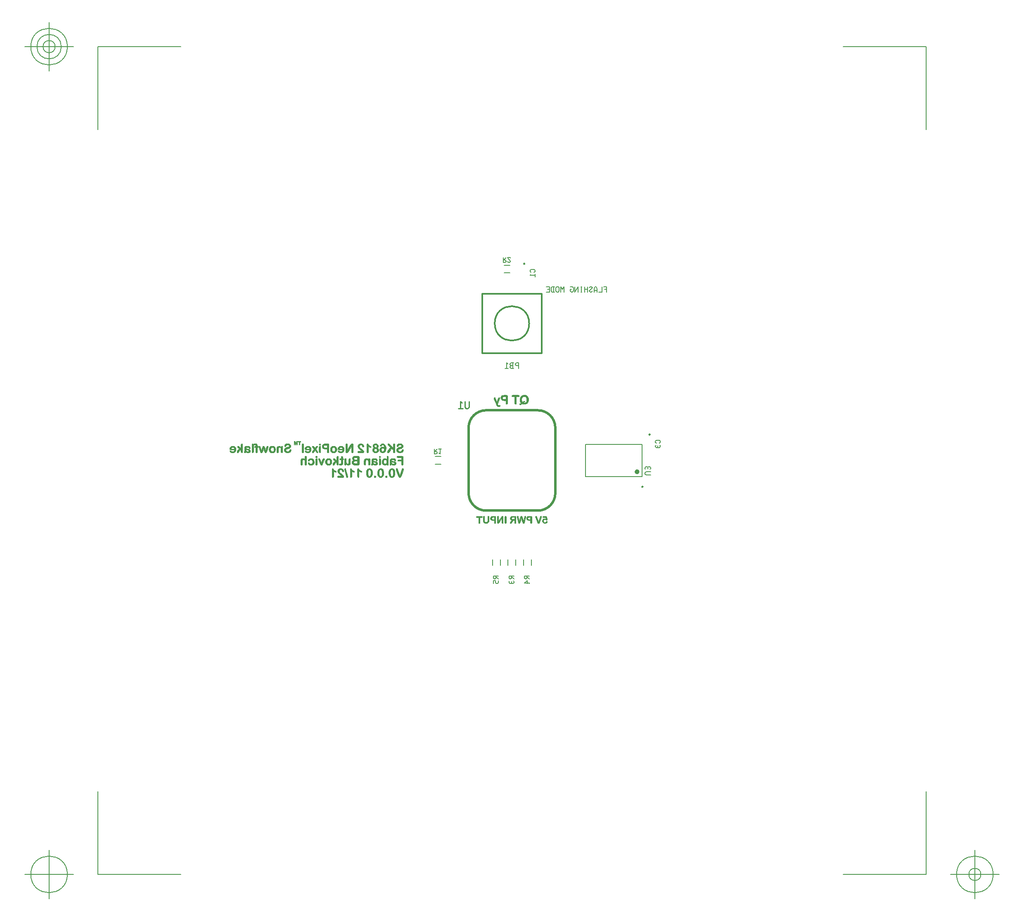
<source format=gbr>
G04 Generated by Ultiboard 14.1 *
%FSLAX24Y24*%
%MOIN*%

%ADD10C,0.0001*%
%ADD11C,0.0067*%
%ADD12C,0.0001*%
%ADD13C,0.0089*%
%ADD14C,0.0200*%
%ADD15C,0.0061*%
%ADD16C,0.0079*%
%ADD17C,0.0098*%
%ADD18C,0.0197*%
%ADD19C,0.0078*%
%ADD20C,0.0120*%
%ADD21C,0.0050*%


G04 ColorRGB FFFFFF for the following layer *
%LNSilkscreen Bottom*%
%LPD*%
G54D10*
G54D11*
X40977Y46949D02*
X40977Y47377D01*
X40721Y47377D01*
X40977Y47163D02*
X40807Y47163D01*
X40593Y47377D02*
X40593Y46949D01*
X40337Y46949D01*
X40209Y46949D02*
X40209Y47206D01*
X40124Y47377D01*
X40039Y47377D01*
X39953Y47206D01*
X39953Y46949D01*
X40209Y47077D02*
X39953Y47077D01*
X39825Y47034D02*
X39740Y46949D01*
X39655Y46949D01*
X39569Y47034D01*
X39825Y47291D01*
X39740Y47377D01*
X39655Y47377D01*
X39569Y47291D01*
X39441Y46949D02*
X39441Y47377D01*
X39185Y46949D02*
X39185Y47377D01*
X39441Y47163D02*
X39185Y47163D01*
X38972Y46949D02*
X38887Y46949D01*
X38972Y47377D02*
X38887Y47377D01*
X38929Y46949D02*
X38929Y47377D01*
X38673Y46949D02*
X38673Y47377D01*
X38417Y46949D01*
X38417Y47377D01*
X38119Y47163D02*
X38033Y47163D01*
X38033Y47034D01*
X38119Y46949D01*
X38204Y46949D01*
X38289Y47034D01*
X38289Y47291D01*
X38204Y47377D01*
X38033Y47377D01*
X37521Y46949D02*
X37521Y47377D01*
X37393Y47163D01*
X37265Y47377D01*
X37265Y46949D01*
X37137Y47034D02*
X37052Y46949D01*
X36967Y46949D01*
X36881Y47034D01*
X36881Y47291D01*
X36967Y47377D01*
X37052Y47377D01*
X37137Y47291D01*
X37137Y47034D01*
X36753Y46949D02*
X36583Y46949D01*
X36497Y47034D01*
X36497Y47291D01*
X36583Y47377D01*
X36753Y47377D01*
X36711Y47377D02*
X36711Y46949D01*
X36113Y46949D02*
X36369Y46949D01*
X36369Y47163D01*
X36369Y47377D01*
X36113Y47377D01*
X36369Y47163D02*
X36199Y47163D01*
G54D12*
G36*
X36128Y28446D02*
X36128Y28446D01*
X36130Y28313D01*
X36112Y28443D01*
X36128Y28446D01*
D02*
G37*
X36130Y28313D01*
X36112Y28443D01*
X36128Y28446D01*
G36*
X36130Y28313D02*
X36130Y28313D01*
X36128Y28446D01*
X36145Y28442D01*
X36130Y28313D01*
D02*
G37*
X36128Y28446D01*
X36145Y28442D01*
X36130Y28313D01*
G36*
X36145Y28442D02*
X36145Y28442D01*
X36154Y28345D01*
X36130Y28313D01*
X36145Y28442D01*
D02*
G37*
X36154Y28345D01*
X36130Y28313D01*
X36145Y28442D01*
G36*
X36154Y28345D02*
X36154Y28345D01*
X36145Y28442D01*
X36159Y28432D01*
X36154Y28345D01*
D02*
G37*
X36145Y28442D01*
X36159Y28432D01*
X36154Y28345D01*
G36*
X36159Y28432D02*
X36159Y28432D01*
X36168Y28376D01*
X36154Y28345D01*
X36159Y28432D01*
D02*
G37*
X36168Y28376D01*
X36154Y28345D01*
X36159Y28432D01*
G36*
X36168Y28376D02*
X36168Y28376D01*
X36159Y28432D01*
X36169Y28418D01*
X36168Y28376D01*
D02*
G37*
X36159Y28432D01*
X36169Y28418D01*
X36168Y28376D01*
G36*
X36169Y28418D02*
X36169Y28418D01*
X36172Y28403D01*
X36168Y28376D01*
X36169Y28418D01*
D02*
G37*
X36172Y28403D01*
X36168Y28376D01*
X36169Y28418D01*
G36*
X36092Y28285D02*
X36092Y28285D01*
X36042Y28266D01*
X36060Y28377D01*
X36092Y28285D01*
D02*
G37*
X36042Y28266D01*
X36060Y28377D01*
X36092Y28285D01*
G36*
X36092Y28285D01*
X36060Y28377D01*
X36079Y28408D01*
X36092Y28285D01*
D02*
G37*
X36060Y28377D01*
X36079Y28408D01*
X36092Y28285D01*
G36*
X36092Y28285D01*
X36079Y28408D01*
X36088Y28424D01*
X36092Y28285D01*
D02*
G37*
X36079Y28408D01*
X36088Y28424D01*
X36092Y28285D01*
G36*
X36092Y28285D01*
X36088Y28424D01*
X36112Y28443D01*
X36092Y28285D01*
D02*
G37*
X36088Y28424D01*
X36112Y28443D01*
X36092Y28285D01*
G36*
X36092Y28285D01*
X36112Y28443D01*
X36130Y28313D01*
X36092Y28285D01*
D02*
G37*
X36112Y28443D01*
X36130Y28313D01*
X36092Y28285D01*
G36*
X35977Y28334D02*
X35977Y28334D01*
X35979Y28260D01*
X35949Y28338D01*
X35977Y28334D01*
D02*
G37*
X35979Y28260D01*
X35949Y28338D01*
X35977Y28334D01*
G36*
X35979Y28260D02*
X35979Y28260D01*
X35977Y28334D01*
X36009Y28339D01*
X35979Y28260D01*
D02*
G37*
X35977Y28334D01*
X36009Y28339D01*
X35979Y28260D01*
G36*
X36009Y28339D02*
X36009Y28339D01*
X36042Y28266D01*
X35979Y28260D01*
X36009Y28339D01*
D02*
G37*
X36042Y28266D01*
X35979Y28260D01*
X36009Y28339D01*
G36*
X36042Y28266D02*
X36042Y28266D01*
X36009Y28339D01*
X36037Y28354D01*
X36042Y28266D01*
D02*
G37*
X36009Y28339D01*
X36037Y28354D01*
X36042Y28266D01*
G36*
X36037Y28354D02*
X36037Y28354D01*
X36060Y28377D01*
X36042Y28266D01*
X36037Y28354D01*
D02*
G37*
X36060Y28377D01*
X36042Y28266D01*
X36037Y28354D01*
G36*
X35904Y28368D02*
X35904Y28368D01*
X35920Y28266D01*
X35890Y28393D01*
X35904Y28368D01*
D02*
G37*
X35920Y28266D01*
X35890Y28393D01*
X35904Y28368D01*
G36*
X35920Y28266D02*
X35920Y28266D01*
X35904Y28368D01*
X35925Y28350D01*
X35920Y28266D01*
D02*
G37*
X35904Y28368D01*
X35925Y28350D01*
X35920Y28266D01*
G36*
X35925Y28350D02*
X35925Y28350D01*
X35979Y28260D01*
X35920Y28266D01*
X35925Y28350D01*
D02*
G37*
X35979Y28260D01*
X35920Y28266D01*
X35925Y28350D01*
G36*
X35979Y28260D02*
X35979Y28260D01*
X35925Y28350D01*
X35949Y28338D01*
X35979Y28260D01*
D02*
G37*
X35925Y28350D01*
X35949Y28338D01*
X35979Y28260D01*
G36*
X35891Y28519D02*
X35891Y28519D01*
X35914Y28645D01*
X35906Y28542D01*
X35891Y28519D01*
D02*
G37*
X35914Y28645D01*
X35906Y28542D01*
X35891Y28519D01*
G36*
X35914Y28645D02*
X35914Y28645D01*
X35891Y28519D01*
X35881Y28490D01*
X35914Y28645D01*
D02*
G37*
X35891Y28519D01*
X35881Y28490D01*
X35914Y28645D01*
G36*
X35881Y28490D02*
X35881Y28490D01*
X35880Y28635D01*
X35914Y28645D01*
X35881Y28490D01*
D02*
G37*
X35880Y28635D01*
X35914Y28645D01*
X35881Y28490D01*
G36*
X35880Y28635D02*
X35880Y28635D01*
X35881Y28490D01*
X35877Y28455D01*
X35880Y28635D01*
D02*
G37*
X35881Y28490D01*
X35877Y28455D01*
X35880Y28635D01*
G36*
X35877Y28455D02*
X35877Y28455D01*
X35868Y28287D01*
X35880Y28635D01*
X35877Y28455D01*
D02*
G37*
X35868Y28287D01*
X35880Y28635D01*
X35877Y28455D01*
G36*
X35868Y28287D02*
X35868Y28287D01*
X35877Y28455D01*
X35880Y28422D01*
X35868Y28287D01*
D02*
G37*
X35877Y28455D01*
X35880Y28422D01*
X35868Y28287D01*
G36*
X35880Y28422D02*
X35880Y28422D01*
X35920Y28266D01*
X35868Y28287D01*
X35880Y28422D01*
D02*
G37*
X35920Y28266D01*
X35868Y28287D01*
X35880Y28422D01*
G36*
X35920Y28266D02*
X35920Y28266D01*
X35880Y28422D01*
X35890Y28393D01*
X35920Y28266D01*
D02*
G37*
X35880Y28422D01*
X35890Y28393D01*
X35920Y28266D01*
G36*
X36155Y28543D02*
X36155Y28543D01*
X36144Y28528D01*
X36155Y28586D01*
X36155Y28543D01*
D02*
G37*
X36144Y28528D01*
X36155Y28586D01*
X36155Y28543D01*
G36*
X36155Y28543D01*
X36155Y28586D01*
X36158Y28567D01*
X36155Y28543D01*
D02*
G37*
X36155Y28586D01*
X36158Y28567D01*
X36155Y28543D01*
G36*
X36155Y28543D01*
X36158Y28567D01*
X36159Y28560D01*
X36155Y28543D01*
D02*
G37*
X36158Y28567D01*
X36159Y28560D01*
X36155Y28543D01*
G36*
X36128Y28518D02*
X36128Y28518D01*
X36110Y28514D01*
X36114Y28802D01*
X36128Y28518D01*
D02*
G37*
X36110Y28514D01*
X36114Y28802D01*
X36128Y28518D01*
G36*
X36128Y28518D01*
X36114Y28802D01*
X36122Y28773D01*
X36128Y28518D01*
D02*
G37*
X36114Y28802D01*
X36122Y28773D01*
X36128Y28518D01*
G36*
X36128Y28518D01*
X36122Y28773D01*
X36155Y28586D01*
X36128Y28518D01*
D02*
G37*
X36122Y28773D01*
X36155Y28586D01*
X36128Y28518D01*
G36*
X36128Y28518D01*
X36155Y28586D01*
X36144Y28528D01*
X36128Y28518D01*
D02*
G37*
X36155Y28586D01*
X36144Y28528D01*
X36128Y28518D01*
G36*
X36110Y28514D02*
X36110Y28514D01*
X36101Y28822D01*
X36114Y28802D01*
X36110Y28514D01*
D02*
G37*
X36101Y28822D01*
X36114Y28802D01*
X36110Y28514D01*
G36*
X36101Y28822D02*
X36101Y28822D01*
X36110Y28514D01*
X36090Y28519D01*
X36101Y28822D01*
D02*
G37*
X36110Y28514D01*
X36090Y28519D01*
X36101Y28822D01*
G36*
X36090Y28519D02*
X36090Y28519D01*
X36082Y28834D01*
X36101Y28822D01*
X36090Y28519D01*
D02*
G37*
X36082Y28834D01*
X36101Y28822D01*
X36090Y28519D01*
G36*
X36082Y28834D02*
X36082Y28834D01*
X36090Y28519D01*
X36065Y28535D01*
X36082Y28834D01*
D02*
G37*
X36090Y28519D01*
X36065Y28535D01*
X36082Y28834D01*
G36*
X36065Y28535D02*
X36065Y28535D01*
X36053Y28837D01*
X36082Y28834D01*
X36065Y28535D01*
D02*
G37*
X36053Y28837D01*
X36082Y28834D01*
X36065Y28535D01*
G36*
X36053Y28837D02*
X36053Y28837D01*
X36065Y28535D01*
X36052Y28619D01*
X36053Y28837D01*
D02*
G37*
X36065Y28535D01*
X36052Y28619D01*
X36053Y28837D01*
G36*
X36052Y28619D02*
X36052Y28619D01*
X36030Y28746D01*
X36053Y28837D01*
X36052Y28619D01*
D02*
G37*
X36030Y28746D01*
X36053Y28837D01*
X36052Y28619D01*
G36*
X36052Y28619D01*
X36065Y28535D01*
X36041Y28552D01*
X36052Y28619D01*
D02*
G37*
X36065Y28535D01*
X36041Y28552D01*
X36052Y28619D01*
G36*
X36052Y28619D01*
X36041Y28552D01*
X36024Y28564D01*
X36052Y28619D01*
D02*
G37*
X36041Y28552D01*
X36024Y28564D01*
X36052Y28619D01*
G36*
X36052Y28619D01*
X36024Y28564D01*
X36005Y28570D01*
X36052Y28619D01*
D02*
G37*
X36024Y28564D01*
X36005Y28570D01*
X36052Y28619D01*
G36*
X36052Y28619D01*
X36005Y28570D01*
X35999Y28641D01*
X36052Y28619D01*
D02*
G37*
X36005Y28570D01*
X35999Y28641D01*
X36052Y28619D01*
G36*
X35976Y28572D02*
X35976Y28572D01*
X35950Y28568D01*
X35950Y28649D01*
X35976Y28572D01*
D02*
G37*
X35950Y28568D01*
X35950Y28649D01*
X35976Y28572D01*
G36*
X35976Y28572D01*
X35950Y28649D01*
X35999Y28641D01*
X35976Y28572D01*
D02*
G37*
X35950Y28649D01*
X35999Y28641D01*
X35976Y28572D01*
G36*
X35976Y28572D01*
X35999Y28641D01*
X36005Y28570D01*
X35976Y28572D01*
D02*
G37*
X35999Y28641D01*
X36005Y28570D01*
X35976Y28572D01*
G36*
X35926Y28559D02*
X35926Y28559D01*
X35906Y28542D01*
X35914Y28645D01*
X35926Y28559D01*
D02*
G37*
X35906Y28542D01*
X35914Y28645D01*
X35926Y28559D01*
G36*
X35926Y28559D01*
X35914Y28645D01*
X35950Y28649D01*
X35926Y28559D01*
D02*
G37*
X35914Y28645D01*
X35950Y28649D01*
X35926Y28559D01*
G36*
X35926Y28559D01*
X35950Y28649D01*
X35950Y28568D01*
X35926Y28559D01*
D02*
G37*
X35950Y28649D01*
X35950Y28568D01*
X35926Y28559D01*
G36*
X35823Y28596D02*
X35823Y28596D01*
X35826Y28319D01*
X35801Y28569D01*
X35823Y28596D01*
D02*
G37*
X35826Y28319D01*
X35801Y28569D01*
X35823Y28596D01*
G36*
X35826Y28319D02*
X35826Y28319D01*
X35823Y28596D01*
X35849Y28618D01*
X35826Y28319D01*
D02*
G37*
X35823Y28596D01*
X35849Y28618D01*
X35826Y28319D01*
G36*
X35849Y28618D02*
X35849Y28618D01*
X35868Y28287D01*
X35826Y28319D01*
X35849Y28618D01*
D02*
G37*
X35868Y28287D01*
X35826Y28319D01*
X35849Y28618D01*
G36*
X35868Y28287D02*
X35868Y28287D01*
X35849Y28618D01*
X35880Y28635D01*
X35868Y28287D01*
D02*
G37*
X35849Y28618D01*
X35880Y28635D01*
X35868Y28287D01*
G36*
X35773Y28502D02*
X35773Y28502D01*
X35776Y28410D01*
X35770Y28464D01*
X35773Y28502D01*
D02*
G37*
X35776Y28410D01*
X35770Y28464D01*
X35773Y28502D01*
G36*
X35776Y28410D02*
X35776Y28410D01*
X35773Y28502D01*
X35784Y28537D01*
X35776Y28410D01*
D02*
G37*
X35773Y28502D01*
X35784Y28537D01*
X35776Y28410D01*
G36*
X35784Y28537D02*
X35784Y28537D01*
X35795Y28361D01*
X35776Y28410D01*
X35784Y28537D01*
D02*
G37*
X35795Y28361D01*
X35776Y28410D01*
X35784Y28537D01*
G36*
X35795Y28361D02*
X35795Y28361D01*
X35784Y28537D01*
X35801Y28569D01*
X35795Y28361D01*
D02*
G37*
X35784Y28537D01*
X35801Y28569D01*
X35795Y28361D01*
G36*
X35801Y28569D02*
X35801Y28569D01*
X35826Y28319D01*
X35795Y28361D01*
X35801Y28569D01*
D02*
G37*
X35826Y28319D01*
X35795Y28361D01*
X35801Y28569D01*
G36*
X36030Y28746D02*
X36030Y28746D01*
X35847Y28837D01*
X36053Y28837D01*
X36030Y28746D01*
D02*
G37*
X35847Y28837D01*
X36053Y28837D01*
X36030Y28746D01*
G36*
X35847Y28837D02*
X35847Y28837D01*
X36030Y28746D01*
X35844Y28746D01*
X35847Y28837D01*
D02*
G37*
X36030Y28746D01*
X35844Y28746D01*
X35847Y28837D01*
G36*
X35844Y28746D02*
X35844Y28746D01*
X35820Y28834D01*
X35847Y28837D01*
X35844Y28746D01*
D02*
G37*
X35820Y28834D01*
X35847Y28837D01*
X35844Y28746D01*
G36*
X35820Y28834D02*
X35820Y28834D01*
X35844Y28746D01*
X35819Y28749D01*
X35820Y28834D01*
D02*
G37*
X35844Y28746D01*
X35819Y28749D01*
X35820Y28834D01*
G36*
X35819Y28749D02*
X35819Y28749D01*
X35801Y28758D01*
X35820Y28834D01*
X35819Y28749D01*
D02*
G37*
X35801Y28758D01*
X35820Y28834D01*
X35819Y28749D01*
G36*
X35790Y28811D02*
X35790Y28811D01*
X35820Y28834D01*
X35801Y28758D01*
X35790Y28811D01*
D02*
G37*
X35820Y28834D01*
X35801Y28758D01*
X35790Y28811D01*
G36*
X35790Y28811D01*
X35801Y28758D01*
X35790Y28772D01*
X35790Y28811D01*
D02*
G37*
X35801Y28758D01*
X35790Y28772D01*
X35790Y28811D01*
G36*
X35790Y28811D01*
X35790Y28772D01*
X35786Y28791D01*
X35790Y28811D01*
D02*
G37*
X35790Y28772D01*
X35786Y28791D01*
X35790Y28811D01*
G36*
X35713Y28780D02*
X35713Y28780D01*
X35710Y28769D01*
X35712Y28818D01*
X35713Y28780D01*
D02*
G37*
X35710Y28769D01*
X35712Y28818D01*
X35713Y28780D01*
G36*
X35713Y28780D01*
X35712Y28818D01*
X35716Y28799D01*
X35713Y28780D01*
D02*
G37*
X35712Y28818D01*
X35716Y28799D01*
X35713Y28780D01*
G36*
X35713Y28780D01*
X35716Y28799D01*
X35715Y28790D01*
X35713Y28780D01*
D02*
G37*
X35716Y28799D01*
X35715Y28790D01*
X35713Y28780D01*
G36*
X35712Y28818D02*
X35712Y28818D01*
X35710Y28769D01*
X35707Y28759D01*
X35712Y28818D01*
D02*
G37*
X35710Y28769D01*
X35707Y28759D01*
X35712Y28818D01*
G36*
X35712Y28818D01*
X35707Y28759D01*
X35703Y28749D01*
X35712Y28818D01*
D02*
G37*
X35707Y28759D01*
X35703Y28749D01*
X35712Y28818D01*
G36*
X35712Y28818D01*
X35703Y28749D01*
X35700Y28739D01*
X35712Y28818D01*
D02*
G37*
X35703Y28749D01*
X35700Y28739D01*
X35712Y28818D01*
G36*
X35712Y28818D01*
X35700Y28739D01*
X35700Y28835D01*
X35712Y28818D01*
D02*
G37*
X35700Y28739D01*
X35700Y28835D01*
X35712Y28818D01*
G36*
X35700Y28739D02*
X35700Y28739D01*
X35563Y28368D01*
X35592Y28776D01*
X35700Y28739D01*
D02*
G37*
X35563Y28368D01*
X35592Y28776D01*
X35700Y28739D01*
G36*
X35700Y28739D01*
X35592Y28776D01*
X35605Y28810D01*
X35700Y28739D01*
D02*
G37*
X35592Y28776D01*
X35605Y28810D01*
X35700Y28739D01*
G36*
X35700Y28739D01*
X35605Y28810D01*
X35617Y28834D01*
X35700Y28739D01*
D02*
G37*
X35605Y28810D01*
X35617Y28834D01*
X35700Y28739D01*
G36*
X35700Y28739D01*
X35617Y28834D01*
X35634Y28847D01*
X35700Y28739D01*
D02*
G37*
X35617Y28834D01*
X35634Y28847D01*
X35700Y28739D01*
G36*
X35700Y28739D01*
X35634Y28847D01*
X35659Y28852D01*
X35700Y28739D01*
D02*
G37*
X35634Y28847D01*
X35659Y28852D01*
X35700Y28739D01*
G36*
X35700Y28739D01*
X35659Y28852D01*
X35681Y28848D01*
X35700Y28739D01*
D02*
G37*
X35659Y28852D01*
X35681Y28848D01*
X35700Y28739D01*
G36*
X35700Y28739D01*
X35681Y28848D01*
X35700Y28835D01*
X35700Y28739D01*
D02*
G37*
X35681Y28848D01*
X35700Y28835D01*
X35700Y28739D01*
G36*
X35592Y28776D02*
X35592Y28776D01*
X35563Y28368D01*
X35556Y28347D01*
X35592Y28776D01*
D02*
G37*
X35563Y28368D01*
X35556Y28347D01*
X35592Y28776D01*
G36*
X35592Y28776D01*
X35556Y28347D01*
X35548Y28327D01*
X35592Y28776D01*
D02*
G37*
X35556Y28347D01*
X35548Y28327D01*
X35592Y28776D01*
G36*
X35592Y28776D01*
X35548Y28327D01*
X35540Y28309D01*
X35592Y28776D01*
D02*
G37*
X35548Y28327D01*
X35540Y28309D01*
X35592Y28776D01*
G36*
X35592Y28776D01*
X35540Y28309D01*
X35531Y28293D01*
X35592Y28776D01*
D02*
G37*
X35540Y28309D01*
X35531Y28293D01*
X35592Y28776D01*
G36*
X35592Y28776D01*
X35531Y28293D01*
X35519Y28279D01*
X35592Y28776D01*
D02*
G37*
X35531Y28293D01*
X35519Y28279D01*
X35592Y28776D01*
G36*
X35592Y28776D01*
X35519Y28279D01*
X35505Y28269D01*
X35592Y28776D01*
D02*
G37*
X35519Y28279D01*
X35505Y28269D01*
X35592Y28776D01*
G36*
X35592Y28776D01*
X35505Y28269D01*
X35487Y28262D01*
X35592Y28776D01*
D02*
G37*
X35505Y28269D01*
X35487Y28262D01*
X35592Y28776D01*
G36*
X35592Y28776D01*
X35487Y28262D01*
X35465Y28260D01*
X35592Y28776D01*
D02*
G37*
X35487Y28262D01*
X35465Y28260D01*
X35592Y28776D01*
G36*
X35592Y28776D01*
X35465Y28260D01*
X35462Y28392D01*
X35592Y28776D01*
D02*
G37*
X35465Y28260D01*
X35462Y28392D01*
X35592Y28776D01*
G36*
X35462Y28392D02*
X35462Y28392D01*
X35465Y28260D01*
X35444Y28262D01*
X35462Y28392D01*
D02*
G37*
X35465Y28260D01*
X35444Y28262D01*
X35462Y28392D01*
G36*
X35462Y28392D01*
X35444Y28262D01*
X35426Y28269D01*
X35462Y28392D01*
D02*
G37*
X35444Y28262D01*
X35426Y28269D01*
X35462Y28392D01*
G36*
X35462Y28392D01*
X35426Y28269D01*
X35411Y28280D01*
X35462Y28392D01*
D02*
G37*
X35426Y28269D01*
X35411Y28280D01*
X35462Y28392D01*
G36*
X35462Y28392D01*
X35411Y28280D01*
X35400Y28293D01*
X35462Y28392D01*
D02*
G37*
X35411Y28280D01*
X35400Y28293D01*
X35462Y28392D01*
G36*
X35462Y28392D01*
X35400Y28293D01*
X35390Y28309D01*
X35462Y28392D01*
D02*
G37*
X35400Y28293D01*
X35390Y28309D01*
X35462Y28392D01*
G36*
X35462Y28392D01*
X35390Y28309D01*
X35382Y28327D01*
X35462Y28392D01*
D02*
G37*
X35390Y28309D01*
X35382Y28327D01*
X35462Y28392D01*
G36*
X35462Y28392D01*
X35382Y28327D01*
X35375Y28347D01*
X35462Y28392D01*
D02*
G37*
X35382Y28327D01*
X35375Y28347D01*
X35462Y28392D01*
G36*
X35462Y28392D01*
X35375Y28347D01*
X35367Y28368D01*
X35462Y28392D01*
D02*
G37*
X35375Y28347D01*
X35367Y28368D01*
X35462Y28392D01*
G36*
X35462Y28392D01*
X35367Y28368D01*
X35332Y28778D01*
X35462Y28392D01*
D02*
G37*
X35367Y28368D01*
X35332Y28778D01*
X35462Y28392D01*
G36*
X35367Y28368D02*
X35367Y28368D01*
X35229Y28742D01*
X35229Y28836D01*
X35367Y28368D01*
D02*
G37*
X35229Y28742D01*
X35229Y28836D01*
X35367Y28368D01*
G36*
X35367Y28368D01*
X35229Y28836D01*
X35241Y28844D01*
X35367Y28368D01*
D02*
G37*
X35229Y28836D01*
X35241Y28844D01*
X35367Y28368D01*
G36*
X35367Y28368D01*
X35241Y28844D01*
X35254Y28850D01*
X35367Y28368D01*
D02*
G37*
X35241Y28844D01*
X35254Y28850D01*
X35367Y28368D01*
G36*
X35367Y28368D01*
X35254Y28850D01*
X35268Y28852D01*
X35367Y28368D01*
D02*
G37*
X35254Y28850D01*
X35268Y28852D01*
X35367Y28368D01*
G36*
X35367Y28368D01*
X35268Y28852D01*
X35286Y28849D01*
X35367Y28368D01*
D02*
G37*
X35268Y28852D01*
X35286Y28849D01*
X35367Y28368D01*
G36*
X35367Y28368D01*
X35286Y28849D01*
X35300Y28842D01*
X35367Y28368D01*
D02*
G37*
X35286Y28849D01*
X35300Y28842D01*
X35367Y28368D01*
G36*
X35367Y28368D01*
X35300Y28842D01*
X35310Y28832D01*
X35367Y28368D01*
D02*
G37*
X35300Y28842D01*
X35310Y28832D01*
X35367Y28368D01*
G36*
X35367Y28368D01*
X35310Y28832D01*
X35317Y28821D01*
X35367Y28368D01*
D02*
G37*
X35310Y28832D01*
X35317Y28821D01*
X35367Y28368D01*
G36*
X35367Y28368D01*
X35317Y28821D01*
X35323Y28804D01*
X35367Y28368D01*
D02*
G37*
X35317Y28821D01*
X35323Y28804D01*
X35367Y28368D01*
G36*
X35367Y28368D01*
X35323Y28804D01*
X35332Y28778D01*
X35367Y28368D01*
D02*
G37*
X35323Y28804D01*
X35332Y28778D01*
X35367Y28368D01*
G36*
X35225Y28752D02*
X35225Y28752D01*
X35229Y28836D01*
X35229Y28742D01*
X35225Y28752D01*
D02*
G37*
X35229Y28836D01*
X35229Y28742D01*
X35225Y28752D01*
G36*
X35229Y28836D02*
X35229Y28836D01*
X35225Y28752D01*
X35222Y28762D01*
X35229Y28836D01*
D02*
G37*
X35225Y28752D01*
X35222Y28762D01*
X35229Y28836D01*
G36*
X35222Y28762D02*
X35222Y28762D01*
X35221Y28825D01*
X35229Y28836D01*
X35222Y28762D01*
D02*
G37*
X35221Y28825D01*
X35229Y28836D01*
X35222Y28762D01*
G36*
X35221Y28825D02*
X35221Y28825D01*
X35222Y28762D01*
X35219Y28771D01*
X35221Y28825D01*
D02*
G37*
X35222Y28762D01*
X35219Y28771D01*
X35221Y28825D01*
G36*
X35219Y28771D02*
X35219Y28771D01*
X35216Y28781D01*
X35221Y28825D01*
X35219Y28771D01*
D02*
G37*
X35216Y28781D01*
X35221Y28825D01*
X35219Y28771D01*
G36*
X35215Y28812D02*
X35215Y28812D01*
X35221Y28825D01*
X35216Y28781D01*
X35215Y28812D01*
D02*
G37*
X35221Y28825D01*
X35216Y28781D01*
X35215Y28812D01*
G36*
X35215Y28812D01*
X35216Y28781D01*
X35214Y28791D01*
X35215Y28812D01*
D02*
G37*
X35216Y28781D01*
X35214Y28791D01*
X35215Y28812D01*
G36*
X35215Y28812D01*
X35214Y28791D01*
X35214Y28800D01*
X35215Y28812D01*
D02*
G37*
X35214Y28791D01*
X35214Y28800D01*
X35215Y28812D01*
G36*
X34695Y28582D02*
X34695Y28582D01*
X34704Y28492D01*
X34664Y28589D01*
X34695Y28582D01*
D02*
G37*
X34704Y28492D01*
X34664Y28589D01*
X34695Y28582D01*
G36*
X34704Y28492D02*
X34704Y28492D01*
X34695Y28582D01*
X34732Y28580D01*
X34704Y28492D01*
D02*
G37*
X34695Y28582D01*
X34732Y28580D01*
X34704Y28492D01*
G36*
X34732Y28580D02*
X34732Y28580D01*
X34810Y28492D01*
X34704Y28492D01*
X34732Y28580D01*
D02*
G37*
X34810Y28492D01*
X34704Y28492D01*
X34732Y28580D01*
G36*
X34810Y28492D02*
X34810Y28492D01*
X34732Y28580D01*
X34810Y28580D01*
X34810Y28492D01*
D02*
G37*
X34732Y28580D01*
X34810Y28580D01*
X34810Y28492D01*
G36*
X34810Y28580D02*
X34810Y28580D01*
X34853Y28842D01*
X34810Y28492D01*
X34810Y28580D01*
D02*
G37*
X34853Y28842D01*
X34810Y28492D01*
X34810Y28580D01*
G36*
X34853Y28842D02*
X34853Y28842D01*
X34810Y28580D01*
X34810Y28755D01*
X34853Y28842D01*
D02*
G37*
X34810Y28580D01*
X34810Y28755D01*
X34853Y28842D01*
G36*
X34810Y28755D02*
X34810Y28755D01*
X34732Y28755D01*
X34853Y28842D01*
X34810Y28755D01*
D02*
G37*
X34732Y28755D01*
X34853Y28842D01*
X34810Y28755D01*
G36*
X34654Y28495D02*
X34654Y28495D01*
X34574Y28518D01*
X34611Y28639D01*
X34654Y28495D01*
D02*
G37*
X34574Y28518D01*
X34611Y28639D01*
X34654Y28495D01*
G36*
X34654Y28495D01*
X34611Y28639D01*
X34622Y28617D01*
X34654Y28495D01*
D02*
G37*
X34611Y28639D01*
X34622Y28617D01*
X34654Y28495D01*
G36*
X34654Y28495D01*
X34622Y28617D01*
X34640Y28600D01*
X34654Y28495D01*
D02*
G37*
X34622Y28617D01*
X34640Y28600D01*
X34654Y28495D01*
G36*
X34654Y28495D01*
X34640Y28600D01*
X34664Y28589D01*
X34654Y28495D01*
D02*
G37*
X34640Y28600D01*
X34664Y28589D01*
X34654Y28495D01*
G36*
X34654Y28495D01*
X34664Y28589D01*
X34704Y28492D01*
X34654Y28495D01*
D02*
G37*
X34664Y28589D01*
X34704Y28492D01*
X34654Y28495D01*
G36*
X34630Y28730D02*
X34630Y28730D01*
X34646Y28839D01*
X34668Y28749D01*
X34630Y28730D01*
D02*
G37*
X34646Y28839D01*
X34668Y28749D01*
X34630Y28730D01*
G36*
X34646Y28839D02*
X34646Y28839D01*
X34630Y28730D01*
X34613Y28702D01*
X34646Y28839D01*
D02*
G37*
X34630Y28730D01*
X34613Y28702D01*
X34646Y28839D01*
G36*
X34613Y28702D02*
X34613Y28702D01*
X34603Y28832D01*
X34646Y28839D01*
X34613Y28702D01*
D02*
G37*
X34603Y28832D01*
X34646Y28839D01*
X34613Y28702D01*
G36*
X34603Y28832D02*
X34603Y28832D01*
X34613Y28702D01*
X34607Y28668D01*
X34603Y28832D01*
D02*
G37*
X34613Y28702D01*
X34607Y28668D01*
X34603Y28832D01*
G36*
X34607Y28668D02*
X34607Y28668D01*
X34574Y28518D01*
X34603Y28832D01*
X34607Y28668D01*
D02*
G37*
X34574Y28518D01*
X34603Y28832D01*
X34607Y28668D01*
G36*
X34574Y28518D02*
X34574Y28518D01*
X34607Y28668D01*
X34611Y28639D01*
X34574Y28518D01*
D02*
G37*
X34607Y28668D01*
X34611Y28639D01*
X34574Y28518D01*
G36*
X34519Y28774D02*
X34519Y28774D01*
X34520Y28563D01*
X34503Y28744D01*
X34519Y28774D01*
D02*
G37*
X34520Y28563D01*
X34503Y28744D01*
X34519Y28774D01*
G36*
X34520Y28563D02*
X34520Y28563D01*
X34519Y28774D01*
X34542Y28799D01*
X34520Y28563D01*
D02*
G37*
X34519Y28774D01*
X34542Y28799D01*
X34520Y28563D01*
G36*
X34542Y28799D02*
X34542Y28799D01*
X34544Y28538D01*
X34520Y28563D01*
X34542Y28799D01*
D02*
G37*
X34544Y28538D01*
X34520Y28563D01*
X34542Y28799D01*
G36*
X34544Y28538D02*
X34544Y28538D01*
X34542Y28799D01*
X34570Y28819D01*
X34544Y28538D01*
D02*
G37*
X34542Y28799D01*
X34570Y28819D01*
X34544Y28538D01*
G36*
X34570Y28819D02*
X34570Y28819D01*
X34574Y28518D01*
X34544Y28538D01*
X34570Y28819D01*
D02*
G37*
X34574Y28518D01*
X34544Y28538D01*
X34570Y28819D01*
G36*
X34574Y28518D02*
X34574Y28518D01*
X34570Y28819D01*
X34603Y28832D01*
X34574Y28518D01*
D02*
G37*
X34570Y28819D01*
X34603Y28832D01*
X34574Y28518D01*
G36*
X34493Y28629D02*
X34493Y28629D01*
X34490Y28670D01*
X34493Y28709D01*
X34493Y28629D01*
D02*
G37*
X34490Y28670D01*
X34493Y28709D01*
X34493Y28629D01*
G36*
X34493Y28629D01*
X34493Y28709D01*
X34503Y28744D01*
X34493Y28629D01*
D02*
G37*
X34493Y28709D01*
X34503Y28744D01*
X34493Y28629D01*
G36*
X34493Y28629D01*
X34503Y28744D01*
X34520Y28563D01*
X34493Y28629D01*
D02*
G37*
X34503Y28744D01*
X34520Y28563D01*
X34493Y28629D01*
G36*
X34853Y28842D02*
X34853Y28842D01*
X34868Y28260D01*
X34845Y28264D01*
X34853Y28842D01*
D02*
G37*
X34868Y28260D01*
X34845Y28264D01*
X34853Y28842D01*
G36*
X34868Y28260D02*
X34868Y28260D01*
X34853Y28842D01*
X34886Y28838D01*
X34868Y28260D01*
D02*
G37*
X34853Y28842D01*
X34886Y28838D01*
X34868Y28260D01*
G36*
X34886Y28838D02*
X34886Y28838D01*
X34892Y28264D01*
X34868Y28260D01*
X34886Y28838D01*
D02*
G37*
X34892Y28264D01*
X34868Y28260D01*
X34886Y28838D01*
G36*
X34892Y28264D02*
X34892Y28264D01*
X34886Y28838D01*
X34909Y28826D01*
X34892Y28264D01*
D02*
G37*
X34886Y28838D01*
X34909Y28826D01*
X34892Y28264D01*
G36*
X34909Y28826D02*
X34909Y28826D01*
X34910Y28277D01*
X34892Y28264D01*
X34909Y28826D01*
D02*
G37*
X34910Y28277D01*
X34892Y28264D01*
X34909Y28826D01*
G36*
X34910Y28277D02*
X34910Y28277D01*
X34909Y28826D01*
X34922Y28804D01*
X34910Y28277D01*
D02*
G37*
X34909Y28826D01*
X34922Y28804D01*
X34910Y28277D01*
G36*
X34922Y28804D02*
X34922Y28804D01*
X34922Y28299D01*
X34910Y28277D01*
X34922Y28804D01*
D02*
G37*
X34922Y28299D01*
X34910Y28277D01*
X34922Y28804D01*
G36*
X34922Y28299D02*
X34922Y28299D01*
X34922Y28804D01*
X34926Y28771D01*
X34922Y28299D01*
D02*
G37*
X34922Y28804D01*
X34926Y28771D01*
X34922Y28299D01*
G36*
X34926Y28771D02*
X34926Y28771D01*
X34926Y28330D01*
X34922Y28299D01*
X34926Y28771D01*
D02*
G37*
X34926Y28330D01*
X34922Y28299D01*
X34926Y28771D01*
G36*
X34853Y28842D02*
X34853Y28842D01*
X34845Y28264D01*
X34827Y28278D01*
X34853Y28842D01*
D02*
G37*
X34845Y28264D01*
X34827Y28278D01*
X34853Y28842D01*
G36*
X34853Y28842D01*
X34827Y28278D01*
X34815Y28300D01*
X34853Y28842D01*
D02*
G37*
X34827Y28278D01*
X34815Y28300D01*
X34853Y28842D01*
G36*
X34853Y28842D01*
X34815Y28300D01*
X34810Y28330D01*
X34853Y28842D01*
D02*
G37*
X34815Y28300D01*
X34810Y28330D01*
X34853Y28842D01*
G36*
X34853Y28842D01*
X34810Y28330D01*
X34810Y28492D01*
X34853Y28842D01*
D02*
G37*
X34810Y28330D01*
X34810Y28492D01*
X34853Y28842D01*
G36*
X34704Y28842D02*
X34704Y28842D01*
X34853Y28842D01*
X34732Y28755D01*
X34704Y28842D01*
D02*
G37*
X34853Y28842D01*
X34732Y28755D01*
X34704Y28842D01*
G36*
X34704Y28842D01*
X34732Y28755D01*
X34668Y28749D01*
X34704Y28842D01*
D02*
G37*
X34732Y28755D01*
X34668Y28749D01*
X34704Y28842D01*
G36*
X34704Y28842D01*
X34668Y28749D01*
X34646Y28839D01*
X34704Y28842D01*
D02*
G37*
X34668Y28749D01*
X34646Y28839D01*
X34704Y28842D01*
G36*
X34426Y28837D02*
X34426Y28837D01*
X34433Y28748D01*
X34409Y28848D01*
X34426Y28837D01*
D02*
G37*
X34433Y28748D01*
X34409Y28848D01*
X34426Y28837D01*
G36*
X34433Y28748D02*
X34433Y28748D01*
X34426Y28837D01*
X34438Y28820D01*
X34433Y28748D01*
D02*
G37*
X34426Y28837D01*
X34438Y28820D01*
X34433Y28748D01*
G36*
X34438Y28820D02*
X34438Y28820D01*
X34440Y28777D01*
X34433Y28748D01*
X34438Y28820D01*
D02*
G37*
X34440Y28777D01*
X34433Y28748D01*
X34438Y28820D01*
G36*
X34440Y28777D02*
X34440Y28777D01*
X34438Y28820D01*
X34442Y28799D01*
X34440Y28777D01*
D02*
G37*
X34438Y28820D01*
X34442Y28799D01*
X34440Y28777D01*
G36*
X34433Y28748D02*
X34433Y28748D01*
X34338Y28362D01*
X34345Y28831D01*
X34433Y28748D01*
D02*
G37*
X34338Y28362D01*
X34345Y28831D01*
X34433Y28748D01*
G36*
X34433Y28748D01*
X34345Y28831D01*
X34361Y28847D01*
X34433Y28748D01*
D02*
G37*
X34345Y28831D01*
X34361Y28847D01*
X34433Y28748D01*
G36*
X34433Y28748D01*
X34361Y28847D01*
X34387Y28852D01*
X34433Y28748D01*
D02*
G37*
X34361Y28847D01*
X34387Y28852D01*
X34433Y28748D01*
G36*
X34433Y28748D01*
X34387Y28852D01*
X34409Y28848D01*
X34433Y28748D01*
D02*
G37*
X34387Y28852D01*
X34409Y28848D01*
X34433Y28748D01*
G36*
X34335Y28807D02*
X34335Y28807D01*
X34345Y28831D01*
X34338Y28362D01*
X34335Y28807D01*
D02*
G37*
X34345Y28831D01*
X34338Y28362D01*
X34335Y28807D01*
G36*
X34335Y28807D01*
X34338Y28362D01*
X34333Y28344D01*
X34335Y28807D01*
D02*
G37*
X34338Y28362D01*
X34333Y28344D01*
X34335Y28807D01*
G36*
X34335Y28807D01*
X34333Y28344D01*
X34328Y28325D01*
X34335Y28807D01*
D02*
G37*
X34333Y28344D01*
X34328Y28325D01*
X34335Y28807D01*
G36*
X34335Y28807D01*
X34328Y28325D01*
X34326Y28772D01*
X34335Y28807D01*
D02*
G37*
X34328Y28325D01*
X34326Y28772D01*
X34335Y28807D01*
G36*
X34326Y28772D02*
X34326Y28772D01*
X34328Y28325D01*
X34322Y28306D01*
X34326Y28772D01*
D02*
G37*
X34328Y28325D01*
X34322Y28306D01*
X34326Y28772D01*
G36*
X34326Y28772D01*
X34322Y28306D01*
X34314Y28290D01*
X34326Y28772D01*
D02*
G37*
X34322Y28306D01*
X34314Y28290D01*
X34326Y28772D01*
G36*
X34326Y28772D01*
X34314Y28290D01*
X34304Y28277D01*
X34326Y28772D01*
D02*
G37*
X34314Y28290D01*
X34304Y28277D01*
X34326Y28772D01*
G36*
X34326Y28772D01*
X34304Y28277D01*
X34292Y28268D01*
X34326Y28772D01*
D02*
G37*
X34304Y28277D01*
X34292Y28268D01*
X34326Y28772D01*
G36*
X34326Y28772D01*
X34292Y28268D01*
X34276Y28262D01*
X34326Y28772D01*
D02*
G37*
X34292Y28268D01*
X34276Y28262D01*
X34326Y28772D01*
G36*
X34326Y28772D01*
X34276Y28262D01*
X34256Y28260D01*
X34326Y28772D01*
D02*
G37*
X34276Y28262D01*
X34256Y28260D01*
X34326Y28772D01*
G36*
X34326Y28772D01*
X34256Y28260D01*
X34251Y28438D01*
X34326Y28772D01*
D02*
G37*
X34256Y28260D01*
X34251Y28438D01*
X34326Y28772D01*
G36*
X34251Y28438D02*
X34251Y28438D01*
X34256Y28260D01*
X34232Y28263D01*
X34251Y28438D01*
D02*
G37*
X34256Y28260D01*
X34232Y28263D01*
X34251Y28438D01*
G36*
X34251Y28438D01*
X34232Y28263D01*
X34214Y28273D01*
X34251Y28438D01*
D02*
G37*
X34232Y28263D01*
X34214Y28273D01*
X34251Y28438D01*
G36*
X34251Y28438D01*
X34214Y28273D01*
X34200Y28287D01*
X34251Y28438D01*
D02*
G37*
X34214Y28273D01*
X34200Y28287D01*
X34251Y28438D01*
G36*
X34251Y28438D01*
X34200Y28287D01*
X34191Y28304D01*
X34251Y28438D01*
D02*
G37*
X34200Y28287D01*
X34191Y28304D01*
X34251Y28438D01*
G36*
X34251Y28438D01*
X34191Y28304D01*
X34184Y28326D01*
X34251Y28438D01*
D02*
G37*
X34191Y28304D01*
X34184Y28326D01*
X34251Y28438D01*
G36*
X34251Y28438D01*
X34184Y28326D01*
X34174Y28360D01*
X34251Y28438D01*
D02*
G37*
X34184Y28326D01*
X34174Y28360D01*
X34251Y28438D01*
G36*
X34251Y28438D01*
X34174Y28360D01*
X34167Y28751D01*
X34251Y28438D01*
D02*
G37*
X34174Y28360D01*
X34167Y28751D01*
X34251Y28438D01*
G36*
X34174Y28360D02*
X34174Y28360D01*
X34080Y28703D01*
X34106Y28848D01*
X34174Y28360D01*
D02*
G37*
X34080Y28703D01*
X34106Y28848D01*
X34174Y28360D01*
G36*
X34174Y28360D01*
X34106Y28848D01*
X34126Y28838D01*
X34174Y28360D01*
D02*
G37*
X34106Y28848D01*
X34126Y28838D01*
X34174Y28360D01*
G36*
X34174Y28360D01*
X34126Y28838D01*
X34140Y28823D01*
X34174Y28360D01*
D02*
G37*
X34126Y28838D01*
X34140Y28823D01*
X34174Y28360D01*
G36*
X34174Y28360D01*
X34140Y28823D01*
X34150Y28806D01*
X34174Y28360D01*
D02*
G37*
X34140Y28823D01*
X34150Y28806D01*
X34174Y28360D01*
G36*
X34174Y28360D01*
X34150Y28806D01*
X34158Y28783D01*
X34174Y28360D01*
D02*
G37*
X34150Y28806D01*
X34158Y28783D01*
X34174Y28360D01*
G36*
X34174Y28360D01*
X34158Y28783D01*
X34167Y28751D01*
X34174Y28360D01*
D02*
G37*
X34158Y28783D01*
X34167Y28751D01*
X34174Y28360D01*
G36*
X34080Y28703D02*
X34080Y28703D01*
X33987Y28360D01*
X33995Y28751D01*
X34080Y28703D01*
D02*
G37*
X33987Y28360D01*
X33995Y28751D01*
X34080Y28703D01*
G36*
X34080Y28703D01*
X33995Y28751D01*
X34005Y28784D01*
X34080Y28703D01*
D02*
G37*
X33995Y28751D01*
X34005Y28784D01*
X34080Y28703D01*
G36*
X34080Y28703D01*
X34005Y28784D01*
X34012Y28806D01*
X34080Y28703D01*
D02*
G37*
X34005Y28784D01*
X34012Y28806D01*
X34080Y28703D01*
G36*
X34080Y28703D01*
X34012Y28806D01*
X34021Y28823D01*
X34080Y28703D01*
D02*
G37*
X34012Y28806D01*
X34021Y28823D01*
X34080Y28703D01*
G36*
X34080Y28703D01*
X34021Y28823D01*
X34034Y28838D01*
X34080Y28703D01*
D02*
G37*
X34021Y28823D01*
X34034Y28838D01*
X34080Y28703D01*
G36*
X34080Y28703D01*
X34034Y28838D01*
X34054Y28848D01*
X34080Y28703D01*
D02*
G37*
X34034Y28838D01*
X34054Y28848D01*
X34080Y28703D01*
G36*
X34080Y28703D01*
X34054Y28848D01*
X34080Y28852D01*
X34080Y28703D01*
D02*
G37*
X34054Y28848D01*
X34080Y28852D01*
X34080Y28703D01*
G36*
X34080Y28703D01*
X34080Y28852D01*
X34106Y28848D01*
X34080Y28703D01*
D02*
G37*
X34080Y28852D01*
X34106Y28848D01*
X34080Y28703D01*
G36*
X33995Y28751D02*
X33995Y28751D01*
X33987Y28360D01*
X33977Y28325D01*
X33995Y28751D01*
D02*
G37*
X33987Y28360D01*
X33977Y28325D01*
X33995Y28751D01*
G36*
X33995Y28751D01*
X33977Y28325D01*
X33970Y28303D01*
X33995Y28751D01*
D02*
G37*
X33977Y28325D01*
X33970Y28303D01*
X33995Y28751D01*
G36*
X33995Y28751D01*
X33970Y28303D01*
X33961Y28287D01*
X33995Y28751D01*
D02*
G37*
X33970Y28303D01*
X33961Y28287D01*
X33995Y28751D01*
G36*
X33995Y28751D01*
X33961Y28287D01*
X33948Y28273D01*
X33995Y28751D01*
D02*
G37*
X33961Y28287D01*
X33948Y28273D01*
X33995Y28751D01*
G36*
X33995Y28751D01*
X33948Y28273D01*
X33929Y28263D01*
X33995Y28751D01*
D02*
G37*
X33948Y28273D01*
X33929Y28263D01*
X33995Y28751D01*
G36*
X33995Y28751D01*
X33929Y28263D01*
X33910Y28438D01*
X33995Y28751D01*
D02*
G37*
X33929Y28263D01*
X33910Y28438D01*
X33995Y28751D01*
G36*
X33910Y28438D02*
X33910Y28438D01*
X33929Y28263D01*
X33905Y28260D01*
X33910Y28438D01*
D02*
G37*
X33929Y28263D01*
X33905Y28260D01*
X33910Y28438D01*
G36*
X33910Y28438D01*
X33905Y28260D01*
X33880Y28263D01*
X33910Y28438D01*
D02*
G37*
X33905Y28260D01*
X33880Y28263D01*
X33910Y28438D01*
G36*
X33910Y28438D01*
X33880Y28263D01*
X33861Y28273D01*
X33910Y28438D01*
D02*
G37*
X33880Y28263D01*
X33861Y28273D01*
X33910Y28438D01*
G36*
X33910Y28438D01*
X33861Y28273D01*
X33848Y28288D01*
X33910Y28438D01*
D02*
G37*
X33861Y28273D01*
X33848Y28288D01*
X33910Y28438D01*
G36*
X33910Y28438D01*
X33848Y28288D01*
X33840Y28305D01*
X33910Y28438D01*
D02*
G37*
X33848Y28288D01*
X33840Y28305D01*
X33910Y28438D01*
G36*
X33910Y28438D01*
X33840Y28305D01*
X33835Y28772D01*
X33910Y28438D01*
D02*
G37*
X33840Y28305D01*
X33835Y28772D01*
X33910Y28438D01*
G36*
X33832Y28329D02*
X33832Y28329D01*
X33823Y28362D01*
X33825Y28814D01*
X33832Y28329D01*
D02*
G37*
X33823Y28362D01*
X33825Y28814D01*
X33832Y28329D01*
G36*
X33832Y28329D01*
X33825Y28814D01*
X33830Y28796D01*
X33832Y28329D01*
D02*
G37*
X33825Y28814D01*
X33830Y28796D01*
X33832Y28329D01*
G36*
X33832Y28329D01*
X33830Y28796D01*
X33835Y28772D01*
X33832Y28329D01*
D02*
G37*
X33830Y28796D01*
X33835Y28772D01*
X33832Y28329D01*
G36*
X33832Y28329D01*
X33835Y28772D01*
X33840Y28305D01*
X33832Y28329D01*
D02*
G37*
X33835Y28772D01*
X33840Y28305D01*
X33832Y28329D01*
G36*
X33823Y28362D02*
X33823Y28362D01*
X33728Y28748D01*
X33735Y28837D01*
X33823Y28362D01*
D02*
G37*
X33728Y28748D01*
X33735Y28837D01*
X33823Y28362D01*
G36*
X33823Y28362D01*
X33735Y28837D01*
X33753Y28848D01*
X33823Y28362D01*
D02*
G37*
X33735Y28837D01*
X33753Y28848D01*
X33823Y28362D01*
G36*
X33823Y28362D01*
X33753Y28848D01*
X33774Y28852D01*
X33823Y28362D01*
D02*
G37*
X33753Y28848D01*
X33774Y28852D01*
X33823Y28362D01*
G36*
X33823Y28362D01*
X33774Y28852D01*
X33794Y28849D01*
X33823Y28362D01*
D02*
G37*
X33774Y28852D01*
X33794Y28849D01*
X33823Y28362D01*
G36*
X33823Y28362D01*
X33794Y28849D01*
X33808Y28840D01*
X33823Y28362D01*
D02*
G37*
X33794Y28849D01*
X33808Y28840D01*
X33823Y28362D01*
G36*
X33823Y28362D01*
X33808Y28840D01*
X33818Y28828D01*
X33823Y28362D01*
D02*
G37*
X33808Y28840D01*
X33818Y28828D01*
X33823Y28362D01*
G36*
X33823Y28362D01*
X33818Y28828D01*
X33825Y28814D01*
X33823Y28362D01*
D02*
G37*
X33818Y28828D01*
X33825Y28814D01*
X33823Y28362D01*
G36*
X33723Y28820D02*
X33723Y28820D01*
X33735Y28837D01*
X33728Y28748D01*
X33723Y28820D01*
D02*
G37*
X33735Y28837D01*
X33728Y28748D01*
X33723Y28820D01*
G36*
X33723Y28820D01*
X33728Y28748D01*
X33722Y28778D01*
X33723Y28820D01*
D02*
G37*
X33728Y28748D01*
X33722Y28778D01*
X33723Y28820D01*
G36*
X33723Y28820D01*
X33722Y28778D01*
X33719Y28799D01*
X33723Y28820D01*
D02*
G37*
X33722Y28778D01*
X33719Y28799D01*
X33723Y28820D01*
G36*
X33527Y28597D02*
X33527Y28597D01*
X33527Y28755D01*
X33572Y28842D01*
X33527Y28597D01*
D02*
G37*
X33527Y28755D01*
X33572Y28842D01*
X33527Y28597D01*
G36*
X33527Y28597D01*
X33572Y28842D01*
X33527Y28514D01*
X33527Y28597D01*
D02*
G37*
X33572Y28842D01*
X33527Y28514D01*
X33527Y28597D01*
G36*
X33527Y28597D01*
X33527Y28514D01*
X33487Y28514D01*
X33527Y28597D01*
D02*
G37*
X33527Y28514D01*
X33487Y28514D01*
X33527Y28597D01*
G36*
X33527Y28597D01*
X33487Y28514D01*
X33458Y28512D01*
X33527Y28597D01*
D02*
G37*
X33487Y28514D01*
X33458Y28512D01*
X33527Y28597D01*
G36*
X33527Y28597D01*
X33458Y28512D01*
X33435Y28506D01*
X33527Y28597D01*
D02*
G37*
X33458Y28512D01*
X33435Y28506D01*
X33527Y28597D01*
G36*
X33527Y28597D01*
X33435Y28506D01*
X33423Y28597D01*
X33527Y28597D01*
D02*
G37*
X33435Y28506D01*
X33423Y28597D01*
X33527Y28597D01*
G36*
X33309Y28629D02*
X33309Y28629D01*
X33323Y28528D01*
X33298Y28650D01*
X33309Y28629D01*
D02*
G37*
X33323Y28528D01*
X33298Y28650D01*
X33309Y28629D01*
G36*
X33323Y28528D02*
X33323Y28528D01*
X33309Y28629D01*
X33328Y28614D01*
X33323Y28528D01*
D02*
G37*
X33309Y28629D01*
X33328Y28614D01*
X33323Y28528D01*
G36*
X33328Y28614D02*
X33328Y28614D01*
X33351Y28411D01*
X33323Y28528D01*
X33328Y28614D01*
D02*
G37*
X33351Y28411D01*
X33323Y28528D01*
X33328Y28614D01*
G36*
X33351Y28411D02*
X33351Y28411D01*
X33328Y28614D01*
X33353Y28605D01*
X33351Y28411D01*
D02*
G37*
X33328Y28614D01*
X33353Y28605D01*
X33351Y28411D01*
G36*
X33353Y28605D02*
X33353Y28605D01*
X33374Y28448D01*
X33351Y28411D01*
X33353Y28605D01*
D02*
G37*
X33374Y28448D01*
X33351Y28411D01*
X33353Y28605D01*
G36*
X33374Y28448D02*
X33374Y28448D01*
X33353Y28605D01*
X33385Y28599D01*
X33374Y28448D01*
D02*
G37*
X33353Y28605D01*
X33385Y28599D01*
X33374Y28448D01*
G36*
X33385Y28599D02*
X33385Y28599D01*
X33395Y28476D01*
X33374Y28448D01*
X33385Y28599D01*
D02*
G37*
X33395Y28476D01*
X33374Y28448D01*
X33385Y28599D01*
G36*
X33395Y28476D02*
X33395Y28476D01*
X33385Y28599D01*
X33423Y28597D01*
X33395Y28476D01*
D02*
G37*
X33385Y28599D01*
X33423Y28597D01*
X33395Y28476D01*
G36*
X33423Y28597D02*
X33423Y28597D01*
X33415Y28494D01*
X33395Y28476D01*
X33423Y28597D01*
D02*
G37*
X33415Y28494D01*
X33395Y28476D01*
X33423Y28597D01*
G36*
X33415Y28494D02*
X33415Y28494D01*
X33423Y28597D01*
X33435Y28506D01*
X33415Y28494D01*
D02*
G37*
X33423Y28597D01*
X33435Y28506D01*
X33415Y28494D01*
G36*
X33304Y28333D02*
X33304Y28333D01*
X33290Y28309D01*
X33292Y28508D01*
X33304Y28333D01*
D02*
G37*
X33290Y28309D01*
X33292Y28508D01*
X33304Y28333D01*
G36*
X33304Y28333D01*
X33292Y28508D01*
X33323Y28528D01*
X33304Y28333D01*
D02*
G37*
X33292Y28508D01*
X33323Y28528D01*
X33304Y28333D01*
G36*
X33304Y28333D01*
X33323Y28528D01*
X33351Y28411D01*
X33304Y28333D01*
D02*
G37*
X33323Y28528D01*
X33351Y28411D01*
X33304Y28333D01*
G36*
X33278Y28292D02*
X33278Y28292D01*
X33292Y28508D01*
X33290Y28309D01*
X33278Y28292D01*
D02*
G37*
X33292Y28508D01*
X33290Y28309D01*
X33278Y28292D01*
G36*
X33292Y28508D02*
X33292Y28508D01*
X33278Y28292D01*
X33268Y28279D01*
X33292Y28508D01*
D02*
G37*
X33278Y28292D01*
X33268Y28279D01*
X33292Y28508D01*
G36*
X33268Y28279D02*
X33268Y28279D01*
X33264Y28480D01*
X33292Y28508D01*
X33268Y28279D01*
D02*
G37*
X33264Y28480D01*
X33292Y28508D01*
X33268Y28279D01*
G36*
X33264Y28480D02*
X33264Y28480D01*
X33268Y28279D01*
X33255Y28269D01*
X33264Y28480D01*
D02*
G37*
X33268Y28279D01*
X33255Y28269D01*
X33264Y28480D01*
G36*
X33255Y28269D02*
X33255Y28269D01*
X33241Y28262D01*
X33264Y28480D01*
X33255Y28269D01*
D02*
G37*
X33241Y28262D01*
X33264Y28480D01*
X33255Y28269D01*
G36*
X33241Y28262D02*
X33241Y28262D01*
X33237Y28446D01*
X33264Y28480D01*
X33241Y28262D01*
D02*
G37*
X33237Y28446D01*
X33264Y28480D01*
X33241Y28262D01*
G36*
X33237Y28446D02*
X33237Y28446D01*
X33241Y28262D01*
X33223Y28260D01*
X33237Y28446D01*
D02*
G37*
X33241Y28262D01*
X33223Y28260D01*
X33237Y28446D01*
G36*
X33223Y28260D02*
X33223Y28260D01*
X33213Y28411D01*
X33237Y28446D01*
X33223Y28260D01*
D02*
G37*
X33213Y28411D01*
X33237Y28446D01*
X33223Y28260D01*
G36*
X33213Y28411D02*
X33213Y28411D01*
X33223Y28260D01*
X33207Y28261D01*
X33213Y28411D01*
D02*
G37*
X33223Y28260D01*
X33207Y28261D01*
X33213Y28411D01*
G36*
X33207Y28261D02*
X33207Y28261D01*
X33194Y28377D01*
X33213Y28411D01*
X33207Y28261D01*
D02*
G37*
X33194Y28377D01*
X33213Y28411D01*
X33207Y28261D01*
G36*
X33194Y28377D02*
X33194Y28377D01*
X33207Y28261D01*
X33194Y28266D01*
X33194Y28377D01*
D02*
G37*
X33207Y28261D01*
X33194Y28266D01*
X33194Y28377D01*
G36*
X33194Y28266D02*
X33194Y28266D01*
X33182Y28274D01*
X33194Y28377D01*
X33194Y28266D01*
D02*
G37*
X33182Y28274D01*
X33194Y28377D01*
X33194Y28266D01*
G36*
X33182Y28274D02*
X33182Y28274D01*
X33179Y28346D01*
X33194Y28377D01*
X33182Y28274D01*
D02*
G37*
X33179Y28346D01*
X33194Y28377D01*
X33182Y28274D01*
G36*
X33179Y28346D02*
X33179Y28346D01*
X33182Y28274D01*
X33174Y28284D01*
X33179Y28346D01*
D02*
G37*
X33182Y28274D01*
X33174Y28284D01*
X33179Y28346D01*
G36*
X33174Y28284D02*
X33174Y28284D01*
X33170Y28322D01*
X33179Y28346D01*
X33174Y28284D01*
D02*
G37*
X33170Y28322D01*
X33179Y28346D01*
X33174Y28284D01*
G36*
X33170Y28322D02*
X33170Y28322D01*
X33174Y28284D01*
X33169Y28295D01*
X33170Y28322D01*
D02*
G37*
X33174Y28284D01*
X33169Y28295D01*
X33170Y28322D01*
G36*
X33169Y28295D02*
X33169Y28295D01*
X33167Y28306D01*
X33170Y28322D01*
X33169Y28295D01*
D02*
G37*
X33167Y28306D01*
X33170Y28322D01*
X33169Y28295D01*
G36*
X33572Y28842D02*
X33572Y28842D01*
X33585Y28260D01*
X33562Y28264D01*
X33572Y28842D01*
D02*
G37*
X33585Y28260D01*
X33562Y28264D01*
X33572Y28842D01*
G36*
X33585Y28260D02*
X33585Y28260D01*
X33572Y28842D01*
X33605Y28838D01*
X33585Y28260D01*
D02*
G37*
X33572Y28842D01*
X33605Y28838D01*
X33585Y28260D01*
G36*
X33605Y28838D02*
X33605Y28838D01*
X33610Y28264D01*
X33585Y28260D01*
X33605Y28838D01*
D02*
G37*
X33610Y28264D01*
X33585Y28260D01*
X33605Y28838D01*
G36*
X33610Y28264D02*
X33610Y28264D01*
X33605Y28838D01*
X33626Y28825D01*
X33610Y28264D01*
D02*
G37*
X33605Y28838D01*
X33626Y28825D01*
X33610Y28264D01*
G36*
X33626Y28825D02*
X33626Y28825D01*
X33628Y28278D01*
X33610Y28264D01*
X33626Y28825D01*
D02*
G37*
X33628Y28278D01*
X33610Y28264D01*
X33626Y28825D01*
G36*
X33628Y28278D02*
X33628Y28278D01*
X33626Y28825D01*
X33639Y28803D01*
X33628Y28278D01*
D02*
G37*
X33626Y28825D01*
X33639Y28803D01*
X33628Y28278D01*
G36*
X33639Y28803D02*
X33639Y28803D01*
X33639Y28300D01*
X33628Y28278D01*
X33639Y28803D01*
D02*
G37*
X33639Y28300D01*
X33628Y28278D01*
X33639Y28803D01*
G36*
X33639Y28300D02*
X33639Y28300D01*
X33639Y28803D01*
X33643Y28771D01*
X33639Y28300D01*
D02*
G37*
X33639Y28803D01*
X33643Y28771D01*
X33639Y28300D01*
G36*
X33643Y28771D02*
X33643Y28771D01*
X33643Y28330D01*
X33639Y28300D01*
X33643Y28771D01*
D02*
G37*
X33643Y28330D01*
X33639Y28300D01*
X33643Y28771D01*
G36*
X33572Y28842D02*
X33572Y28842D01*
X33562Y28264D01*
X33543Y28277D01*
X33572Y28842D01*
D02*
G37*
X33562Y28264D01*
X33543Y28277D01*
X33572Y28842D01*
G36*
X33572Y28842D01*
X33543Y28277D01*
X33531Y28299D01*
X33572Y28842D01*
D02*
G37*
X33543Y28277D01*
X33531Y28299D01*
X33572Y28842D01*
G36*
X33572Y28842D01*
X33531Y28299D01*
X33527Y28330D01*
X33572Y28842D01*
D02*
G37*
X33531Y28299D01*
X33527Y28330D01*
X33572Y28842D01*
G36*
X33572Y28842D01*
X33527Y28330D01*
X33527Y28514D01*
X33572Y28842D01*
D02*
G37*
X33527Y28330D01*
X33527Y28514D01*
X33572Y28842D01*
G36*
X33347Y28841D02*
X33347Y28841D01*
X33370Y28753D01*
X33340Y28746D01*
X33347Y28841D01*
D02*
G37*
X33370Y28753D01*
X33340Y28746D01*
X33347Y28841D01*
G36*
X33370Y28753D02*
X33370Y28753D01*
X33347Y28841D01*
X33384Y28842D01*
X33370Y28753D01*
D02*
G37*
X33347Y28841D01*
X33384Y28842D01*
X33370Y28753D01*
G36*
X33384Y28842D02*
X33384Y28842D01*
X33420Y28755D01*
X33370Y28753D01*
X33384Y28842D01*
D02*
G37*
X33420Y28755D01*
X33370Y28753D01*
X33384Y28842D01*
G36*
X33420Y28755D02*
X33420Y28755D01*
X33384Y28842D01*
X33572Y28842D01*
X33420Y28755D01*
D02*
G37*
X33384Y28842D01*
X33572Y28842D01*
X33420Y28755D01*
G36*
X33572Y28842D02*
X33572Y28842D01*
X33527Y28755D01*
X33420Y28755D01*
X33572Y28842D01*
D02*
G37*
X33527Y28755D01*
X33420Y28755D01*
X33572Y28842D01*
G36*
X33321Y28735D02*
X33321Y28735D01*
X33307Y28719D01*
X33317Y28839D01*
X33321Y28735D01*
D02*
G37*
X33307Y28719D01*
X33317Y28839D01*
X33321Y28735D01*
G36*
X33321Y28735D01*
X33317Y28839D01*
X33347Y28841D01*
X33321Y28735D01*
D02*
G37*
X33317Y28839D01*
X33347Y28841D01*
X33321Y28735D01*
G36*
X33321Y28735D01*
X33347Y28841D01*
X33340Y28746D01*
X33321Y28735D01*
D02*
G37*
X33347Y28841D01*
X33340Y28746D01*
X33321Y28735D01*
G36*
X33258Y28550D02*
X33258Y28550D01*
X33298Y28650D01*
X33323Y28528D01*
X33258Y28550D01*
D02*
G37*
X33298Y28650D01*
X33323Y28528D01*
X33258Y28550D01*
G36*
X33298Y28650D02*
X33298Y28650D01*
X33258Y28550D01*
X33267Y28825D01*
X33298Y28650D01*
D02*
G37*
X33258Y28550D01*
X33267Y28825D01*
X33298Y28650D01*
G36*
X33267Y28825D02*
X33267Y28825D01*
X33294Y28677D01*
X33298Y28650D01*
X33267Y28825D01*
D02*
G37*
X33294Y28677D01*
X33298Y28650D01*
X33267Y28825D01*
G36*
X33294Y28677D02*
X33294Y28677D01*
X33267Y28825D01*
X33290Y28834D01*
X33294Y28677D01*
D02*
G37*
X33267Y28825D01*
X33290Y28834D01*
X33294Y28677D01*
G36*
X33290Y28834D02*
X33290Y28834D01*
X33297Y28700D01*
X33294Y28677D01*
X33290Y28834D01*
D02*
G37*
X33297Y28700D01*
X33294Y28677D01*
X33290Y28834D01*
G36*
X33297Y28700D02*
X33297Y28700D01*
X33290Y28834D01*
X33317Y28839D01*
X33297Y28700D01*
D02*
G37*
X33290Y28834D01*
X33317Y28839D01*
X33297Y28700D01*
G36*
X33317Y28839D02*
X33317Y28839D01*
X33307Y28719D01*
X33297Y28700D01*
X33317Y28839D01*
D02*
G37*
X33307Y28719D01*
X33297Y28700D01*
X33317Y28839D01*
G36*
X33188Y28744D02*
X33188Y28744D01*
X33197Y28603D01*
X33180Y28715D01*
X33188Y28744D01*
D02*
G37*
X33197Y28603D01*
X33180Y28715D01*
X33188Y28744D01*
G36*
X33197Y28603D02*
X33197Y28603D01*
X33188Y28744D01*
X33201Y28770D01*
X33197Y28603D01*
D02*
G37*
X33188Y28744D01*
X33201Y28770D01*
X33197Y28603D01*
G36*
X33201Y28770D02*
X33201Y28770D01*
X33213Y28582D01*
X33197Y28603D01*
X33201Y28770D01*
D02*
G37*
X33213Y28582D01*
X33197Y28603D01*
X33201Y28770D01*
G36*
X33213Y28582D02*
X33213Y28582D01*
X33201Y28770D01*
X33219Y28793D01*
X33213Y28582D01*
D02*
G37*
X33201Y28770D01*
X33219Y28793D01*
X33213Y28582D01*
G36*
X33219Y28793D02*
X33219Y28793D01*
X33258Y28550D01*
X33213Y28582D01*
X33219Y28793D01*
D02*
G37*
X33258Y28550D01*
X33213Y28582D01*
X33219Y28793D01*
G36*
X33258Y28550D02*
X33258Y28550D01*
X33219Y28793D01*
X33241Y28811D01*
X33258Y28550D01*
D02*
G37*
X33219Y28793D01*
X33241Y28811D01*
X33258Y28550D01*
G36*
X33241Y28811D02*
X33241Y28811D01*
X33267Y28825D01*
X33258Y28550D01*
X33241Y28811D01*
D02*
G37*
X33267Y28825D01*
X33258Y28550D01*
X33241Y28811D01*
G36*
X33179Y28654D02*
X33179Y28654D01*
X33177Y28685D01*
X33180Y28715D01*
X33179Y28654D01*
D02*
G37*
X33177Y28685D01*
X33180Y28715D01*
X33179Y28654D01*
G36*
X33179Y28654D01*
X33180Y28715D01*
X33197Y28603D01*
X33179Y28654D01*
D02*
G37*
X33180Y28715D01*
X33197Y28603D01*
X33179Y28654D01*
G36*
X32862Y28330D02*
X32862Y28330D01*
X32858Y28300D01*
X32862Y28330D01*
D02*
G37*
X32858Y28300D01*
X32862Y28330D01*
G36*
X32862Y28330D01*
X32858Y28300D01*
X32846Y28277D01*
X32862Y28330D01*
D02*
G37*
X32858Y28300D01*
X32846Y28277D01*
X32862Y28330D01*
G36*
X32862Y28330D01*
X32846Y28277D01*
X32828Y28264D01*
X32862Y28330D01*
D02*
G37*
X32846Y28277D01*
X32828Y28264D01*
X32862Y28330D01*
G36*
X32862Y28330D01*
X32828Y28264D01*
X32805Y28260D01*
X32862Y28330D01*
D02*
G37*
X32828Y28264D01*
X32805Y28260D01*
X32862Y28330D01*
G36*
X32862Y28330D01*
X32805Y28260D01*
X32781Y28264D01*
X32862Y28330D01*
D02*
G37*
X32805Y28260D01*
X32781Y28264D01*
X32862Y28330D01*
G36*
X32862Y28330D01*
X32781Y28264D01*
X32763Y28277D01*
X32862Y28330D01*
D02*
G37*
X32781Y28264D01*
X32763Y28277D01*
X32862Y28330D01*
G36*
X32862Y28330D01*
X32763Y28277D01*
X32750Y28299D01*
X32862Y28330D01*
D02*
G37*
X32763Y28277D01*
X32750Y28299D01*
X32862Y28330D01*
G36*
X32862Y28330D01*
X32750Y28299D01*
X32746Y28330D01*
X32862Y28330D01*
D02*
G37*
X32750Y28299D01*
X32746Y28330D01*
X32862Y28330D01*
G36*
X32862Y28330D01*
X32746Y28330D01*
X32746Y28781D01*
X32862Y28330D01*
D02*
G37*
X32746Y28330D01*
X32746Y28781D01*
X32862Y28330D01*
G36*
X32862Y28330D01*
X32746Y28781D01*
X32750Y28812D01*
X32862Y28330D01*
D02*
G37*
X32746Y28781D01*
X32750Y28812D01*
X32862Y28330D01*
G36*
X32862Y28330D01*
X32750Y28812D01*
X32763Y28834D01*
X32862Y28330D01*
D02*
G37*
X32750Y28812D01*
X32763Y28834D01*
X32862Y28330D01*
G36*
X32862Y28330D01*
X32763Y28834D01*
X32781Y28847D01*
X32862Y28330D01*
D02*
G37*
X32763Y28834D01*
X32781Y28847D01*
X32862Y28330D01*
G36*
X32862Y28330D01*
X32781Y28847D01*
X32805Y28852D01*
X32862Y28330D01*
D02*
G37*
X32781Y28847D01*
X32805Y28852D01*
X32862Y28330D01*
G36*
X32862Y28330D01*
X32805Y28852D01*
X32828Y28847D01*
X32862Y28330D01*
D02*
G37*
X32805Y28852D01*
X32828Y28847D01*
X32862Y28330D01*
G36*
X32862Y28330D01*
X32828Y28847D01*
X32846Y28834D01*
X32862Y28330D01*
D02*
G37*
X32828Y28847D01*
X32846Y28834D01*
X32862Y28330D01*
G36*
X32862Y28330D01*
X32846Y28834D01*
X32858Y28812D01*
X32862Y28330D01*
D02*
G37*
X32846Y28834D01*
X32858Y28812D01*
X32862Y28330D01*
G36*
X32862Y28330D01*
X32858Y28812D01*
X32862Y28781D01*
X32862Y28330D01*
D02*
G37*
X32858Y28812D01*
X32862Y28781D01*
X32862Y28330D01*
G36*
X32599Y28828D02*
X32599Y28828D01*
X32600Y28277D01*
X32584Y28841D01*
X32599Y28828D01*
D02*
G37*
X32600Y28277D01*
X32584Y28841D01*
X32599Y28828D01*
G36*
X32600Y28277D02*
X32600Y28277D01*
X32599Y28828D01*
X32609Y28812D01*
X32600Y28277D01*
D02*
G37*
X32599Y28828D01*
X32609Y28812D01*
X32600Y28277D01*
G36*
X32609Y28812D02*
X32609Y28812D01*
X32611Y28297D01*
X32600Y28277D01*
X32609Y28812D01*
D02*
G37*
X32611Y28297D01*
X32600Y28277D01*
X32609Y28812D01*
G36*
X32611Y28297D02*
X32611Y28297D01*
X32609Y28812D01*
X32614Y28793D01*
X32611Y28297D01*
D02*
G37*
X32609Y28812D01*
X32614Y28793D01*
X32611Y28297D01*
G36*
X32614Y28793D02*
X32614Y28793D01*
X32615Y28326D01*
X32611Y28297D01*
X32614Y28793D01*
D02*
G37*
X32615Y28326D01*
X32611Y28297D01*
X32614Y28793D01*
G36*
X32615Y28326D02*
X32615Y28326D01*
X32614Y28793D01*
X32615Y28768D01*
X32615Y28326D01*
D02*
G37*
X32614Y28793D01*
X32615Y28768D01*
X32615Y28326D01*
G36*
X32510Y28841D02*
X32510Y28841D01*
X32510Y28297D01*
X32507Y28326D01*
X32510Y28841D01*
D02*
G37*
X32510Y28297D01*
X32507Y28326D01*
X32510Y28841D01*
G36*
X32510Y28297D02*
X32510Y28297D01*
X32510Y28841D01*
X32520Y28847D01*
X32510Y28297D01*
D02*
G37*
X32510Y28841D01*
X32520Y28847D01*
X32510Y28297D01*
G36*
X32520Y28847D02*
X32520Y28847D01*
X32522Y28276D01*
X32510Y28297D01*
X32520Y28847D01*
D02*
G37*
X32522Y28276D01*
X32510Y28297D01*
X32520Y28847D01*
G36*
X32522Y28276D02*
X32522Y28276D01*
X32520Y28847D01*
X32533Y28851D01*
X32522Y28276D01*
D02*
G37*
X32520Y28847D01*
X32533Y28851D01*
X32522Y28276D01*
G36*
X32533Y28851D02*
X32533Y28851D01*
X32539Y28264D01*
X32522Y28276D01*
X32533Y28851D01*
D02*
G37*
X32539Y28264D01*
X32522Y28276D01*
X32533Y28851D01*
G36*
X32539Y28264D02*
X32539Y28264D01*
X32533Y28851D01*
X32547Y28852D01*
X32539Y28264D01*
D02*
G37*
X32533Y28851D01*
X32547Y28852D01*
X32539Y28264D01*
G36*
X32547Y28852D02*
X32547Y28852D01*
X32561Y28260D01*
X32539Y28264D01*
X32547Y28852D01*
D02*
G37*
X32561Y28260D01*
X32539Y28264D01*
X32547Y28852D01*
G36*
X32561Y28260D02*
X32561Y28260D01*
X32547Y28852D01*
X32566Y28849D01*
X32561Y28260D01*
D02*
G37*
X32547Y28852D01*
X32566Y28849D01*
X32561Y28260D01*
G36*
X32566Y28849D02*
X32566Y28849D01*
X32583Y28264D01*
X32561Y28260D01*
X32566Y28849D01*
D02*
G37*
X32583Y28264D01*
X32561Y28260D01*
X32566Y28849D01*
G36*
X32583Y28264D02*
X32583Y28264D01*
X32566Y28849D01*
X32584Y28841D01*
X32583Y28264D01*
D02*
G37*
X32566Y28849D01*
X32584Y28841D01*
X32583Y28264D01*
G36*
X32584Y28841D02*
X32584Y28841D01*
X32600Y28277D01*
X32583Y28264D01*
X32584Y28841D01*
D02*
G37*
X32600Y28277D01*
X32583Y28264D01*
X32584Y28841D01*
G36*
X32507Y28662D02*
X32507Y28662D01*
X32289Y28328D01*
X32466Y28782D01*
X32507Y28662D01*
D02*
G37*
X32289Y28328D01*
X32466Y28782D01*
X32507Y28662D01*
G36*
X32507Y28662D01*
X32466Y28782D01*
X32475Y28797D01*
X32507Y28662D01*
D02*
G37*
X32466Y28782D01*
X32475Y28797D01*
X32507Y28662D01*
G36*
X32507Y28662D01*
X32475Y28797D01*
X32484Y28811D01*
X32507Y28662D01*
D02*
G37*
X32475Y28797D01*
X32484Y28811D01*
X32507Y28662D01*
G36*
X32507Y28662D01*
X32484Y28811D01*
X32492Y28823D01*
X32507Y28662D01*
D02*
G37*
X32484Y28811D01*
X32492Y28823D01*
X32507Y28662D01*
G36*
X32507Y28662D01*
X32492Y28823D01*
X32501Y28833D01*
X32507Y28662D01*
D02*
G37*
X32492Y28823D01*
X32501Y28833D01*
X32507Y28662D01*
G36*
X32507Y28662D01*
X32501Y28833D01*
X32510Y28841D01*
X32507Y28662D01*
D02*
G37*
X32501Y28833D01*
X32510Y28841D01*
X32507Y28662D01*
G36*
X32507Y28662D01*
X32510Y28841D01*
X32507Y28326D01*
X32507Y28662D01*
D02*
G37*
X32510Y28841D01*
X32507Y28326D01*
X32507Y28662D01*
G36*
X32466Y28782D02*
X32466Y28782D01*
X32289Y28328D01*
X32280Y28314D01*
X32466Y28782D01*
D02*
G37*
X32289Y28328D01*
X32280Y28314D01*
X32466Y28782D01*
G36*
X32466Y28782D01*
X32280Y28314D01*
X32270Y28301D01*
X32466Y28782D01*
D02*
G37*
X32280Y28314D01*
X32270Y28301D01*
X32466Y28782D01*
G36*
X32466Y28782D01*
X32270Y28301D01*
X32260Y28289D01*
X32466Y28782D01*
D02*
G37*
X32270Y28301D01*
X32260Y28289D01*
X32466Y28782D01*
G36*
X32466Y28782D01*
X32260Y28289D01*
X32250Y28278D01*
X32466Y28782D01*
D02*
G37*
X32260Y28289D01*
X32250Y28278D01*
X32466Y28782D01*
G36*
X32466Y28782D01*
X32250Y28278D01*
X32242Y28445D01*
X32466Y28782D01*
D02*
G37*
X32250Y28278D01*
X32242Y28445D01*
X32466Y28782D01*
G36*
X32242Y28445D02*
X32242Y28445D01*
X32239Y28814D01*
X32242Y28785D01*
X32242Y28445D01*
D02*
G37*
X32239Y28814D01*
X32242Y28785D01*
X32242Y28445D01*
G36*
X32239Y28814D02*
X32239Y28814D01*
X32242Y28445D01*
X32239Y28270D01*
X32239Y28814D01*
D02*
G37*
X32242Y28445D01*
X32239Y28270D01*
X32239Y28814D01*
G36*
X32239Y28270D02*
X32239Y28270D01*
X32228Y28835D01*
X32239Y28814D01*
X32239Y28270D01*
D02*
G37*
X32228Y28835D01*
X32239Y28814D01*
X32239Y28270D01*
G36*
X32228Y28835D02*
X32228Y28835D01*
X32239Y28270D01*
X32226Y28264D01*
X32228Y28835D01*
D02*
G37*
X32239Y28270D01*
X32226Y28264D01*
X32228Y28835D01*
G36*
X32226Y28264D02*
X32226Y28264D01*
X32213Y28261D01*
X32228Y28835D01*
X32226Y28264D01*
D02*
G37*
X32213Y28261D01*
X32228Y28835D01*
X32226Y28264D01*
G36*
X32167Y28848D02*
X32167Y28848D01*
X32171Y28264D01*
X32150Y28835D01*
X32167Y28848D01*
D02*
G37*
X32171Y28264D01*
X32150Y28835D01*
X32167Y28848D01*
G36*
X32171Y28264D02*
X32171Y28264D01*
X32167Y28848D01*
X32190Y28852D01*
X32171Y28264D01*
D02*
G37*
X32167Y28848D01*
X32190Y28852D01*
X32171Y28264D01*
G36*
X32190Y28852D02*
X32190Y28852D01*
X32198Y28260D01*
X32171Y28264D01*
X32190Y28852D01*
D02*
G37*
X32198Y28260D01*
X32171Y28264D01*
X32190Y28852D01*
G36*
X32198Y28260D02*
X32198Y28260D01*
X32190Y28852D01*
X32211Y28848D01*
X32198Y28260D01*
D02*
G37*
X32190Y28852D01*
X32211Y28848D01*
X32198Y28260D01*
G36*
X32211Y28848D02*
X32211Y28848D01*
X32213Y28261D01*
X32198Y28260D01*
X32211Y28848D01*
D02*
G37*
X32213Y28261D01*
X32198Y28260D01*
X32211Y28848D01*
G36*
X32213Y28261D02*
X32213Y28261D01*
X32211Y28848D01*
X32228Y28835D01*
X32213Y28261D01*
D02*
G37*
X32211Y28848D01*
X32228Y28835D01*
X32213Y28261D01*
G36*
X32140Y28302D02*
X32140Y28302D01*
X32136Y28335D01*
X32139Y28814D01*
X32140Y28302D01*
D02*
G37*
X32136Y28335D01*
X32139Y28814D01*
X32140Y28302D01*
G36*
X32140Y28302D01*
X32139Y28814D01*
X32150Y28835D01*
X32140Y28302D01*
D02*
G37*
X32139Y28814D01*
X32150Y28835D01*
X32140Y28302D01*
G36*
X32140Y28302D01*
X32150Y28835D01*
X32171Y28264D01*
X32140Y28302D01*
D02*
G37*
X32150Y28835D01*
X32171Y28264D01*
X32140Y28302D01*
G36*
X32139Y28814D02*
X32139Y28814D01*
X32136Y28335D01*
X32136Y28785D01*
X32139Y28814D01*
D02*
G37*
X32136Y28335D01*
X32136Y28785D01*
X32139Y28814D01*
G36*
X32239Y28270D02*
X32239Y28270D01*
X32242Y28445D01*
X32250Y28278D01*
X32239Y28270D01*
D02*
G37*
X32242Y28445D01*
X32250Y28278D01*
X32239Y28270D01*
G36*
X31777Y28582D02*
X31777Y28582D01*
X31787Y28492D01*
X31746Y28589D01*
X31777Y28582D01*
D02*
G37*
X31787Y28492D01*
X31746Y28589D01*
X31777Y28582D01*
G36*
X31787Y28492D02*
X31787Y28492D01*
X31777Y28582D01*
X31815Y28580D01*
X31787Y28492D01*
D02*
G37*
X31777Y28582D01*
X31815Y28580D01*
X31787Y28492D01*
G36*
X31815Y28580D02*
X31815Y28580D01*
X31893Y28492D01*
X31787Y28492D01*
X31815Y28580D01*
D02*
G37*
X31893Y28492D01*
X31787Y28492D01*
X31815Y28580D01*
G36*
X31893Y28492D02*
X31893Y28492D01*
X31815Y28580D01*
X31893Y28580D01*
X31893Y28492D01*
D02*
G37*
X31815Y28580D01*
X31893Y28580D01*
X31893Y28492D01*
G36*
X31893Y28580D02*
X31893Y28580D01*
X31935Y28842D01*
X31893Y28492D01*
X31893Y28580D01*
D02*
G37*
X31935Y28842D01*
X31893Y28492D01*
X31893Y28580D01*
G36*
X31935Y28842D02*
X31935Y28842D01*
X31893Y28580D01*
X31893Y28755D01*
X31935Y28842D01*
D02*
G37*
X31893Y28580D01*
X31893Y28755D01*
X31935Y28842D01*
G36*
X31893Y28755D02*
X31893Y28755D01*
X31815Y28755D01*
X31935Y28842D01*
X31893Y28755D01*
D02*
G37*
X31815Y28755D01*
X31935Y28842D01*
X31893Y28755D01*
G36*
X31737Y28495D02*
X31737Y28495D01*
X31656Y28518D01*
X31693Y28639D01*
X31737Y28495D01*
D02*
G37*
X31656Y28518D01*
X31693Y28639D01*
X31737Y28495D01*
G36*
X31737Y28495D01*
X31693Y28639D01*
X31704Y28617D01*
X31737Y28495D01*
D02*
G37*
X31693Y28639D01*
X31704Y28617D01*
X31737Y28495D01*
G36*
X31737Y28495D01*
X31704Y28617D01*
X31722Y28600D01*
X31737Y28495D01*
D02*
G37*
X31704Y28617D01*
X31722Y28600D01*
X31737Y28495D01*
G36*
X31737Y28495D01*
X31722Y28600D01*
X31746Y28589D01*
X31737Y28495D01*
D02*
G37*
X31722Y28600D01*
X31746Y28589D01*
X31737Y28495D01*
G36*
X31737Y28495D01*
X31746Y28589D01*
X31787Y28492D01*
X31737Y28495D01*
D02*
G37*
X31746Y28589D01*
X31787Y28492D01*
X31737Y28495D01*
G36*
X31712Y28730D02*
X31712Y28730D01*
X31728Y28839D01*
X31750Y28749D01*
X31712Y28730D01*
D02*
G37*
X31728Y28839D01*
X31750Y28749D01*
X31712Y28730D01*
G36*
X31728Y28839D02*
X31728Y28839D01*
X31712Y28730D01*
X31695Y28702D01*
X31728Y28839D01*
D02*
G37*
X31712Y28730D01*
X31695Y28702D01*
X31728Y28839D01*
G36*
X31695Y28702D02*
X31695Y28702D01*
X31685Y28832D01*
X31728Y28839D01*
X31695Y28702D01*
D02*
G37*
X31685Y28832D01*
X31728Y28839D01*
X31695Y28702D01*
G36*
X31685Y28832D02*
X31685Y28832D01*
X31695Y28702D01*
X31690Y28668D01*
X31685Y28832D01*
D02*
G37*
X31695Y28702D01*
X31690Y28668D01*
X31685Y28832D01*
G36*
X31690Y28668D02*
X31690Y28668D01*
X31656Y28518D01*
X31685Y28832D01*
X31690Y28668D01*
D02*
G37*
X31656Y28518D01*
X31685Y28832D01*
X31690Y28668D01*
G36*
X31656Y28518D02*
X31656Y28518D01*
X31690Y28668D01*
X31693Y28639D01*
X31656Y28518D01*
D02*
G37*
X31690Y28668D01*
X31693Y28639D01*
X31656Y28518D01*
G36*
X31602Y28774D02*
X31602Y28774D01*
X31603Y28563D01*
X31585Y28744D01*
X31602Y28774D01*
D02*
G37*
X31603Y28563D01*
X31585Y28744D01*
X31602Y28774D01*
G36*
X31603Y28563D02*
X31603Y28563D01*
X31602Y28774D01*
X31624Y28799D01*
X31603Y28563D01*
D02*
G37*
X31602Y28774D01*
X31624Y28799D01*
X31603Y28563D01*
G36*
X31624Y28799D02*
X31624Y28799D01*
X31626Y28538D01*
X31603Y28563D01*
X31624Y28799D01*
D02*
G37*
X31626Y28538D01*
X31603Y28563D01*
X31624Y28799D01*
G36*
X31626Y28538D02*
X31626Y28538D01*
X31624Y28799D01*
X31652Y28819D01*
X31626Y28538D01*
D02*
G37*
X31624Y28799D01*
X31652Y28819D01*
X31626Y28538D01*
G36*
X31652Y28819D02*
X31652Y28819D01*
X31656Y28518D01*
X31626Y28538D01*
X31652Y28819D01*
D02*
G37*
X31656Y28518D01*
X31626Y28538D01*
X31652Y28819D01*
G36*
X31656Y28518D02*
X31656Y28518D01*
X31652Y28819D01*
X31685Y28832D01*
X31656Y28518D01*
D02*
G37*
X31652Y28819D01*
X31685Y28832D01*
X31656Y28518D01*
G36*
X31576Y28629D02*
X31576Y28629D01*
X31572Y28670D01*
X31576Y28709D01*
X31576Y28629D01*
D02*
G37*
X31572Y28670D01*
X31576Y28709D01*
X31576Y28629D01*
G36*
X31576Y28629D01*
X31576Y28709D01*
X31585Y28744D01*
X31576Y28629D01*
D02*
G37*
X31576Y28709D01*
X31585Y28744D01*
X31576Y28629D01*
G36*
X31576Y28629D01*
X31585Y28744D01*
X31603Y28563D01*
X31576Y28629D01*
D02*
G37*
X31585Y28744D01*
X31603Y28563D01*
X31576Y28629D01*
G36*
X31935Y28842D02*
X31935Y28842D01*
X31951Y28260D01*
X31928Y28264D01*
X31935Y28842D01*
D02*
G37*
X31951Y28260D01*
X31928Y28264D01*
X31935Y28842D01*
G36*
X31951Y28260D02*
X31951Y28260D01*
X31935Y28842D01*
X31969Y28838D01*
X31951Y28260D01*
D02*
G37*
X31935Y28842D01*
X31969Y28838D01*
X31951Y28260D01*
G36*
X31969Y28838D02*
X31969Y28838D01*
X31974Y28264D01*
X31951Y28260D01*
X31969Y28838D01*
D02*
G37*
X31974Y28264D01*
X31951Y28260D01*
X31969Y28838D01*
G36*
X31974Y28264D02*
X31974Y28264D01*
X31969Y28838D01*
X31991Y28826D01*
X31974Y28264D01*
D02*
G37*
X31969Y28838D01*
X31991Y28826D01*
X31974Y28264D01*
G36*
X31991Y28826D02*
X31991Y28826D01*
X31993Y28277D01*
X31974Y28264D01*
X31991Y28826D01*
D02*
G37*
X31993Y28277D01*
X31974Y28264D01*
X31991Y28826D01*
G36*
X31993Y28277D02*
X31993Y28277D01*
X31991Y28826D01*
X32005Y28804D01*
X31993Y28277D01*
D02*
G37*
X31991Y28826D01*
X32005Y28804D01*
X31993Y28277D01*
G36*
X32005Y28804D02*
X32005Y28804D01*
X32005Y28299D01*
X31993Y28277D01*
X32005Y28804D01*
D02*
G37*
X32005Y28299D01*
X31993Y28277D01*
X32005Y28804D01*
G36*
X32005Y28299D02*
X32005Y28299D01*
X32005Y28804D01*
X32009Y28771D01*
X32005Y28299D01*
D02*
G37*
X32005Y28804D01*
X32009Y28771D01*
X32005Y28299D01*
G36*
X32009Y28771D02*
X32009Y28771D01*
X32009Y28330D01*
X32005Y28299D01*
X32009Y28771D01*
D02*
G37*
X32009Y28330D01*
X32005Y28299D01*
X32009Y28771D01*
G36*
X31935Y28842D02*
X31935Y28842D01*
X31928Y28264D01*
X31909Y28278D01*
X31935Y28842D01*
D02*
G37*
X31928Y28264D01*
X31909Y28278D01*
X31935Y28842D01*
G36*
X31935Y28842D01*
X31909Y28278D01*
X31897Y28300D01*
X31935Y28842D01*
D02*
G37*
X31909Y28278D01*
X31897Y28300D01*
X31935Y28842D01*
G36*
X31935Y28842D01*
X31897Y28300D01*
X31893Y28330D01*
X31935Y28842D01*
D02*
G37*
X31897Y28300D01*
X31893Y28330D01*
X31935Y28842D01*
G36*
X31935Y28842D01*
X31893Y28330D01*
X31893Y28492D01*
X31935Y28842D01*
D02*
G37*
X31893Y28330D01*
X31893Y28492D01*
X31935Y28842D01*
G36*
X31787Y28842D02*
X31787Y28842D01*
X31935Y28842D01*
X31815Y28755D01*
X31787Y28842D01*
D02*
G37*
X31935Y28842D01*
X31815Y28755D01*
X31787Y28842D01*
G36*
X31787Y28842D01*
X31815Y28755D01*
X31750Y28749D01*
X31787Y28842D01*
D02*
G37*
X31815Y28755D01*
X31750Y28749D01*
X31787Y28842D01*
G36*
X31787Y28842D01*
X31750Y28749D01*
X31728Y28839D01*
X31787Y28842D01*
D02*
G37*
X31750Y28749D01*
X31728Y28839D01*
X31787Y28842D01*
G36*
X31440Y28847D02*
X31440Y28847D01*
X31442Y28352D01*
X31417Y28852D01*
X31440Y28847D01*
D02*
G37*
X31442Y28352D01*
X31417Y28852D01*
X31440Y28847D01*
G36*
X31442Y28352D02*
X31442Y28352D01*
X31440Y28847D01*
X31459Y28834D01*
X31442Y28352D01*
D02*
G37*
X31440Y28847D01*
X31459Y28834D01*
X31442Y28352D01*
G36*
X31459Y28834D02*
X31459Y28834D01*
X31460Y28395D01*
X31442Y28352D01*
X31459Y28834D01*
D02*
G37*
X31460Y28395D01*
X31442Y28352D01*
X31459Y28834D01*
G36*
X31460Y28395D02*
X31460Y28395D01*
X31459Y28834D01*
X31471Y28812D01*
X31460Y28395D01*
D02*
G37*
X31459Y28834D01*
X31471Y28812D01*
X31460Y28395D01*
G36*
X31471Y28812D02*
X31471Y28812D01*
X31471Y28446D01*
X31460Y28395D01*
X31471Y28812D01*
D02*
G37*
X31471Y28446D01*
X31460Y28395D01*
X31471Y28812D01*
G36*
X31471Y28446D02*
X31471Y28446D01*
X31471Y28812D01*
X31475Y28781D01*
X31471Y28446D01*
D02*
G37*
X31471Y28812D01*
X31475Y28781D01*
X31471Y28446D01*
G36*
X31475Y28781D02*
X31475Y28781D01*
X31475Y28506D01*
X31471Y28446D01*
X31475Y28781D01*
D02*
G37*
X31475Y28506D01*
X31471Y28446D01*
X31475Y28781D01*
G36*
X31374Y28834D02*
X31374Y28834D01*
X31382Y28292D01*
X31362Y28812D01*
X31374Y28834D01*
D02*
G37*
X31382Y28292D01*
X31362Y28812D01*
X31374Y28834D01*
G36*
X31382Y28292D02*
X31382Y28292D01*
X31374Y28834D01*
X31393Y28847D01*
X31382Y28292D01*
D02*
G37*
X31374Y28834D01*
X31393Y28847D01*
X31382Y28292D01*
G36*
X31393Y28847D02*
X31393Y28847D01*
X31416Y28318D01*
X31382Y28292D01*
X31393Y28847D01*
D02*
G37*
X31416Y28318D01*
X31382Y28292D01*
X31393Y28847D01*
G36*
X31416Y28318D02*
X31416Y28318D01*
X31393Y28847D01*
X31417Y28852D01*
X31416Y28318D01*
D02*
G37*
X31393Y28847D01*
X31417Y28852D01*
X31416Y28318D01*
G36*
X31417Y28852D02*
X31417Y28852D01*
X31442Y28352D01*
X31416Y28318D01*
X31417Y28852D01*
D02*
G37*
X31442Y28352D01*
X31416Y28318D01*
X31417Y28852D01*
G36*
X31382Y28292D02*
X31382Y28292D01*
X31339Y28274D01*
X31348Y28420D01*
X31382Y28292D01*
D02*
G37*
X31339Y28274D01*
X31348Y28420D01*
X31382Y28292D01*
G36*
X31382Y28292D01*
X31348Y28420D01*
X31356Y28456D01*
X31382Y28292D01*
D02*
G37*
X31348Y28420D01*
X31356Y28456D01*
X31382Y28292D01*
G36*
X31382Y28292D01*
X31356Y28456D01*
X31359Y28500D01*
X31382Y28292D01*
D02*
G37*
X31356Y28456D01*
X31359Y28500D01*
X31382Y28292D01*
G36*
X31382Y28292D01*
X31359Y28500D01*
X31362Y28812D01*
X31382Y28292D01*
D02*
G37*
X31359Y28500D01*
X31362Y28812D01*
X31382Y28292D01*
G36*
X31277Y28356D02*
X31277Y28356D01*
X31286Y28263D01*
X31233Y28352D01*
X31277Y28356D01*
D02*
G37*
X31286Y28263D01*
X31233Y28352D01*
X31277Y28356D01*
G36*
X31286Y28263D02*
X31286Y28263D01*
X31277Y28356D01*
X31310Y28370D01*
X31286Y28263D01*
D02*
G37*
X31277Y28356D01*
X31310Y28370D01*
X31286Y28263D01*
G36*
X31310Y28370D02*
X31310Y28370D01*
X31339Y28274D01*
X31286Y28263D01*
X31310Y28370D01*
D02*
G37*
X31339Y28274D01*
X31286Y28263D01*
X31310Y28370D01*
G36*
X31339Y28274D02*
X31339Y28274D01*
X31310Y28370D01*
X31333Y28391D01*
X31339Y28274D01*
D02*
G37*
X31310Y28370D01*
X31333Y28391D01*
X31339Y28274D01*
G36*
X31333Y28391D02*
X31333Y28391D01*
X31348Y28420D01*
X31339Y28274D01*
X31333Y28391D01*
D02*
G37*
X31348Y28420D01*
X31339Y28274D01*
X31333Y28391D01*
G36*
X31154Y28372D02*
X31154Y28372D01*
X31173Y28263D01*
X31137Y28388D01*
X31154Y28372D01*
D02*
G37*
X31173Y28263D01*
X31137Y28388D01*
X31154Y28372D01*
G36*
X31173Y28263D02*
X31173Y28263D01*
X31154Y28372D01*
X31202Y28354D01*
X31173Y28263D01*
D02*
G37*
X31154Y28372D01*
X31202Y28354D01*
X31173Y28263D01*
G36*
X31202Y28354D02*
X31202Y28354D01*
X31225Y28260D01*
X31173Y28263D01*
X31202Y28354D01*
D02*
G37*
X31225Y28260D01*
X31173Y28263D01*
X31202Y28354D01*
G36*
X31225Y28260D02*
X31225Y28260D01*
X31202Y28354D01*
X31233Y28352D01*
X31225Y28260D01*
D02*
G37*
X31202Y28354D01*
X31233Y28352D01*
X31225Y28260D01*
G36*
X31233Y28352D02*
X31233Y28352D01*
X31286Y28263D01*
X31225Y28260D01*
X31233Y28352D01*
D02*
G37*
X31286Y28263D01*
X31225Y28260D01*
X31233Y28352D01*
G36*
X31128Y28273D02*
X31128Y28273D01*
X31089Y28290D01*
X31109Y28497D01*
X31128Y28273D01*
D02*
G37*
X31089Y28290D01*
X31109Y28497D01*
X31128Y28273D01*
G36*
X31128Y28273D01*
X31109Y28497D01*
X31116Y28433D01*
X31128Y28273D01*
D02*
G37*
X31109Y28497D01*
X31116Y28433D01*
X31128Y28273D01*
G36*
X31128Y28273D01*
X31116Y28433D01*
X31137Y28388D01*
X31128Y28273D01*
D02*
G37*
X31116Y28433D01*
X31137Y28388D01*
X31128Y28273D01*
G36*
X31128Y28273D01*
X31137Y28388D01*
X31173Y28263D01*
X31128Y28273D01*
D02*
G37*
X31137Y28388D01*
X31173Y28263D01*
X31128Y28273D01*
G36*
X31051Y28852D02*
X31051Y28852D01*
X31055Y28315D01*
X31028Y28847D01*
X31051Y28852D01*
D02*
G37*
X31055Y28315D01*
X31028Y28847D01*
X31051Y28852D01*
G36*
X31055Y28315D02*
X31055Y28315D01*
X31051Y28852D01*
X31075Y28847D01*
X31055Y28315D01*
D02*
G37*
X31051Y28852D01*
X31075Y28847D01*
X31055Y28315D01*
G36*
X31075Y28847D02*
X31075Y28847D01*
X31089Y28290D01*
X31055Y28315D01*
X31075Y28847D01*
D02*
G37*
X31089Y28290D01*
X31055Y28315D01*
X31075Y28847D01*
G36*
X31089Y28290D02*
X31089Y28290D01*
X31075Y28847D01*
X31093Y28834D01*
X31089Y28290D01*
D02*
G37*
X31075Y28847D01*
X31093Y28834D01*
X31089Y28290D01*
G36*
X31093Y28834D02*
X31093Y28834D01*
X31109Y28497D01*
X31089Y28290D01*
X31093Y28834D01*
D02*
G37*
X31109Y28497D01*
X31089Y28290D01*
X31093Y28834D01*
G36*
X31109Y28497D02*
X31109Y28497D01*
X31093Y28834D01*
X31105Y28812D01*
X31109Y28497D01*
D02*
G37*
X31093Y28834D01*
X31105Y28812D01*
X31109Y28497D01*
G36*
X31105Y28812D02*
X31105Y28812D01*
X31109Y28781D01*
X31109Y28497D01*
X31105Y28812D01*
D02*
G37*
X31109Y28781D01*
X31109Y28497D01*
X31105Y28812D01*
G36*
X30997Y28812D02*
X30997Y28812D01*
X31006Y28394D01*
X30996Y28444D01*
X30997Y28812D01*
D02*
G37*
X31006Y28394D01*
X30996Y28444D01*
X30997Y28812D01*
G36*
X31006Y28394D02*
X31006Y28394D01*
X30997Y28812D01*
X31009Y28834D01*
X31006Y28394D01*
D02*
G37*
X30997Y28812D01*
X31009Y28834D01*
X31006Y28394D01*
G36*
X31009Y28834D02*
X31009Y28834D01*
X31025Y28352D01*
X31006Y28394D01*
X31009Y28834D01*
D02*
G37*
X31025Y28352D01*
X31006Y28394D01*
X31009Y28834D01*
G36*
X31025Y28352D02*
X31025Y28352D01*
X31009Y28834D01*
X31028Y28847D01*
X31025Y28352D01*
D02*
G37*
X31009Y28834D01*
X31028Y28847D01*
X31025Y28352D01*
G36*
X31028Y28847D02*
X31028Y28847D01*
X31055Y28315D01*
X31025Y28352D01*
X31028Y28847D01*
D02*
G37*
X31055Y28315D01*
X31025Y28352D01*
X31028Y28847D01*
G36*
X30993Y28506D02*
X30993Y28506D01*
X30993Y28781D01*
X30997Y28812D01*
X30993Y28506D01*
D02*
G37*
X30993Y28781D01*
X30997Y28812D01*
X30993Y28506D01*
G36*
X30993Y28506D01*
X30997Y28812D01*
X30996Y28444D01*
X30993Y28506D01*
D02*
G37*
X30997Y28812D01*
X30996Y28444D01*
X30993Y28506D01*
G36*
X31362Y28812D02*
X31362Y28812D01*
X31359Y28500D01*
X31359Y28781D01*
X31362Y28812D01*
D02*
G37*
X31359Y28500D01*
X31359Y28781D01*
X31362Y28812D01*
G36*
X30738Y28746D02*
X30738Y28746D01*
X30738Y28330D01*
X30734Y28299D01*
X30738Y28746D01*
D02*
G37*
X30738Y28330D01*
X30734Y28299D01*
X30738Y28746D01*
G36*
X30738Y28746D01*
X30734Y28299D01*
X30722Y28277D01*
X30738Y28746D01*
D02*
G37*
X30734Y28299D01*
X30722Y28277D01*
X30738Y28746D01*
G36*
X30738Y28746D01*
X30722Y28277D01*
X30703Y28264D01*
X30738Y28746D01*
D02*
G37*
X30722Y28277D01*
X30703Y28264D01*
X30738Y28746D01*
G36*
X30738Y28746D01*
X30703Y28264D01*
X30680Y28260D01*
X30738Y28746D01*
D02*
G37*
X30703Y28264D01*
X30680Y28260D01*
X30738Y28746D01*
G36*
X30738Y28746D01*
X30680Y28260D01*
X30657Y28264D01*
X30738Y28746D01*
D02*
G37*
X30680Y28260D01*
X30657Y28264D01*
X30738Y28746D01*
G36*
X30738Y28746D01*
X30657Y28264D01*
X30638Y28277D01*
X30738Y28746D01*
D02*
G37*
X30657Y28264D01*
X30638Y28277D01*
X30738Y28746D01*
G36*
X30738Y28746D01*
X30638Y28277D01*
X30626Y28299D01*
X30738Y28746D01*
D02*
G37*
X30638Y28277D01*
X30626Y28299D01*
X30738Y28746D01*
G36*
X30738Y28746D01*
X30626Y28299D01*
X30622Y28330D01*
X30738Y28746D01*
D02*
G37*
X30626Y28299D01*
X30622Y28330D01*
X30738Y28746D01*
G36*
X30738Y28746D01*
X30622Y28330D01*
X30622Y28746D01*
X30738Y28746D01*
D02*
G37*
X30622Y28330D01*
X30622Y28746D01*
X30738Y28746D01*
G36*
X30738Y28746D01*
X30622Y28746D01*
X30864Y28842D01*
X30738Y28746D01*
D02*
G37*
X30622Y28746D01*
X30864Y28842D01*
X30738Y28746D01*
G36*
X30738Y28746D01*
X30864Y28842D01*
X30864Y28746D01*
X30738Y28746D01*
D02*
G37*
X30864Y28842D01*
X30864Y28746D01*
X30738Y28746D01*
G36*
X30919Y28775D02*
X30919Y28775D01*
X30919Y28814D01*
X30923Y28794D01*
X30919Y28775D01*
D02*
G37*
X30919Y28814D01*
X30923Y28794D01*
X30919Y28775D01*
G36*
X30919Y28814D02*
X30919Y28814D01*
X30919Y28775D01*
X30909Y28759D01*
X30919Y28814D01*
D02*
G37*
X30919Y28775D01*
X30909Y28759D01*
X30919Y28814D01*
G36*
X30909Y28759D02*
X30909Y28759D01*
X30908Y28829D01*
X30919Y28814D01*
X30909Y28759D01*
D02*
G37*
X30908Y28829D01*
X30919Y28814D01*
X30909Y28759D01*
G36*
X30908Y28829D02*
X30908Y28829D01*
X30909Y28759D01*
X30890Y28750D01*
X30908Y28829D01*
D02*
G37*
X30909Y28759D01*
X30890Y28750D01*
X30908Y28829D01*
G36*
X30890Y28750D02*
X30890Y28750D01*
X30890Y28839D01*
X30908Y28829D01*
X30890Y28750D01*
D02*
G37*
X30890Y28839D01*
X30908Y28829D01*
X30890Y28750D01*
G36*
X30890Y28839D02*
X30890Y28839D01*
X30890Y28750D01*
X30864Y28746D01*
X30890Y28839D01*
D02*
G37*
X30890Y28750D01*
X30864Y28746D01*
X30890Y28839D01*
G36*
X30864Y28746D02*
X30864Y28746D01*
X30864Y28842D01*
X30890Y28839D01*
X30864Y28746D01*
D02*
G37*
X30864Y28842D01*
X30890Y28839D01*
X30864Y28746D01*
G36*
X30440Y28813D02*
X30440Y28813D01*
X30440Y28775D01*
X30436Y28794D01*
X30440Y28813D01*
D02*
G37*
X30440Y28775D01*
X30436Y28794D01*
X30440Y28813D01*
G36*
X30440Y28775D02*
X30440Y28775D01*
X30440Y28813D01*
X30451Y28829D01*
X30440Y28775D01*
D02*
G37*
X30440Y28813D01*
X30451Y28829D01*
X30440Y28775D01*
G36*
X30451Y28829D02*
X30451Y28829D01*
X30451Y28759D01*
X30440Y28775D01*
X30451Y28829D01*
D02*
G37*
X30451Y28759D01*
X30440Y28775D01*
X30451Y28829D01*
G36*
X30451Y28759D02*
X30451Y28759D01*
X30451Y28829D01*
X30469Y28839D01*
X30451Y28759D01*
D02*
G37*
X30451Y28829D01*
X30469Y28839D01*
X30451Y28759D01*
G36*
X30469Y28839D02*
X30469Y28839D01*
X30470Y28750D01*
X30451Y28759D01*
X30469Y28839D01*
D02*
G37*
X30470Y28750D01*
X30451Y28759D01*
X30469Y28839D01*
G36*
X30470Y28750D02*
X30470Y28750D01*
X30469Y28839D01*
X30496Y28842D01*
X30470Y28750D01*
D02*
G37*
X30469Y28839D01*
X30496Y28842D01*
X30470Y28750D01*
G36*
X30496Y28842D02*
X30496Y28842D01*
X30496Y28746D01*
X30470Y28750D01*
X30496Y28842D01*
D02*
G37*
X30496Y28746D01*
X30470Y28750D01*
X30496Y28842D01*
G36*
X30496Y28746D02*
X30496Y28746D01*
X30496Y28842D01*
X30864Y28842D01*
X30496Y28746D01*
D02*
G37*
X30496Y28842D01*
X30864Y28842D01*
X30496Y28746D01*
G36*
X30864Y28842D02*
X30864Y28842D01*
X30622Y28746D01*
X30496Y28746D01*
X30864Y28842D01*
D02*
G37*
X30622Y28746D01*
X30496Y28746D01*
X30864Y28842D01*
G36*
X24518Y34234D02*
X24518Y34234D01*
X24526Y34081D01*
X24492Y34239D01*
X24518Y34234D01*
D02*
G37*
X24526Y34081D01*
X24492Y34239D01*
X24518Y34234D01*
G36*
X24526Y34081D02*
X24526Y34081D01*
X24518Y34234D01*
X24539Y34220D01*
X24526Y34081D01*
D02*
G37*
X24518Y34234D01*
X24539Y34220D01*
X24526Y34081D01*
G36*
X24539Y34220D02*
X24539Y34220D01*
X24549Y34129D01*
X24526Y34081D01*
X24539Y34220D01*
D02*
G37*
X24549Y34129D01*
X24526Y34081D01*
X24539Y34220D01*
G36*
X24549Y34129D02*
X24549Y34129D01*
X24539Y34220D01*
X24552Y34199D01*
X24549Y34129D01*
D02*
G37*
X24539Y34220D01*
X24552Y34199D01*
X24549Y34129D01*
G36*
X24552Y34199D02*
X24552Y34199D01*
X24557Y34175D01*
X24549Y34129D01*
X24552Y34199D01*
D02*
G37*
X24557Y34175D01*
X24549Y34129D01*
X24552Y34199D01*
G36*
X24491Y34038D02*
X24491Y34038D01*
X24447Y34005D01*
X24453Y34224D01*
X24491Y34038D01*
D02*
G37*
X24447Y34005D01*
X24453Y34224D01*
X24491Y34038D01*
G36*
X24491Y34038D01*
X24453Y34224D01*
X24471Y34235D01*
X24491Y34038D01*
D02*
G37*
X24453Y34224D01*
X24471Y34235D01*
X24491Y34038D01*
G36*
X24491Y34038D01*
X24471Y34235D01*
X24492Y34239D01*
X24491Y34038D01*
D02*
G37*
X24471Y34235D01*
X24492Y34239D01*
X24491Y34038D01*
G36*
X24491Y34038D01*
X24492Y34239D01*
X24526Y34081D01*
X24491Y34038D01*
D02*
G37*
X24492Y34239D01*
X24526Y34081D01*
X24491Y34038D01*
G36*
X24447Y34005D02*
X24447Y34005D01*
X24410Y33987D01*
X24412Y34149D01*
X24447Y34005D01*
D02*
G37*
X24410Y33987D01*
X24412Y34149D01*
X24447Y34005D01*
G36*
X24447Y34005D01*
X24412Y34149D01*
X24426Y34181D01*
X24447Y34005D01*
D02*
G37*
X24412Y34149D01*
X24426Y34181D01*
X24447Y34005D01*
G36*
X24447Y34005D01*
X24426Y34181D01*
X24438Y34206D01*
X24447Y34005D01*
D02*
G37*
X24426Y34181D01*
X24438Y34206D01*
X24447Y34005D01*
G36*
X24447Y34005D01*
X24438Y34206D01*
X24453Y34224D01*
X24447Y34005D01*
D02*
G37*
X24438Y34206D01*
X24453Y34224D01*
X24447Y34005D01*
G36*
X24410Y33987D02*
X24410Y33987D01*
X24323Y33967D01*
X24352Y34086D01*
X24410Y33987D01*
D02*
G37*
X24323Y33967D01*
X24352Y34086D01*
X24410Y33987D01*
G36*
X24410Y33987D01*
X24352Y34086D01*
X24377Y34103D01*
X24410Y33987D01*
D02*
G37*
X24352Y34086D01*
X24377Y34103D01*
X24410Y33987D01*
G36*
X24410Y33987D01*
X24377Y34103D01*
X24396Y34124D01*
X24410Y33987D01*
D02*
G37*
X24377Y34103D01*
X24396Y34124D01*
X24410Y33987D01*
G36*
X24410Y33987D01*
X24396Y34124D01*
X24412Y34149D01*
X24410Y33987D01*
D02*
G37*
X24396Y34124D01*
X24412Y34149D01*
X24410Y33987D01*
G36*
X24171Y34101D02*
X24171Y34101D01*
X24190Y33972D01*
X24154Y34117D01*
X24171Y34101D01*
D02*
G37*
X24190Y33972D01*
X24154Y34117D01*
X24171Y34101D01*
G36*
X24190Y33972D02*
X24190Y33972D01*
X24171Y34101D01*
X24218Y34078D01*
X24190Y33972D01*
D02*
G37*
X24171Y34101D01*
X24218Y34078D01*
X24190Y33972D01*
G36*
X24218Y34078D02*
X24218Y34078D01*
X24272Y33965D01*
X24190Y33972D01*
X24218Y34078D01*
D02*
G37*
X24272Y33965D01*
X24190Y33972D01*
X24218Y34078D01*
G36*
X24272Y33965D02*
X24272Y33965D01*
X24218Y34078D01*
X24276Y34071D01*
X24272Y33965D01*
D02*
G37*
X24218Y34078D01*
X24276Y34071D01*
X24272Y33965D01*
G36*
X24276Y34071D02*
X24276Y34071D01*
X24323Y33967D01*
X24272Y33965D01*
X24276Y34071D01*
D02*
G37*
X24323Y33967D01*
X24272Y33965D01*
X24276Y34071D01*
G36*
X24323Y33967D02*
X24323Y33967D01*
X24276Y34071D01*
X24318Y34075D01*
X24323Y33967D01*
D02*
G37*
X24276Y34071D01*
X24318Y34075D01*
X24323Y33967D01*
G36*
X24318Y34075D02*
X24318Y34075D01*
X24352Y34086D01*
X24323Y33967D01*
X24318Y34075D01*
D02*
G37*
X24352Y34086D01*
X24323Y33967D01*
X24318Y34075D01*
G36*
X24137Y34208D02*
X24137Y34208D01*
X24145Y34386D01*
X24153Y34234D01*
X24137Y34208D01*
D02*
G37*
X24145Y34386D01*
X24153Y34234D01*
X24137Y34208D01*
G36*
X24145Y34386D02*
X24145Y34386D01*
X24137Y34208D01*
X24131Y34176D01*
X24145Y34386D01*
D02*
G37*
X24137Y34208D01*
X24131Y34176D01*
X24145Y34386D01*
G36*
X24131Y34176D02*
X24131Y34176D01*
X24119Y33994D01*
X24145Y34386D01*
X24131Y34176D01*
D02*
G37*
X24119Y33994D01*
X24145Y34386D01*
X24131Y34176D01*
G36*
X24119Y33994D02*
X24119Y33994D01*
X24131Y34176D01*
X24134Y34154D01*
X24119Y33994D01*
D02*
G37*
X24131Y34176D01*
X24134Y34154D01*
X24119Y33994D01*
G36*
X24134Y34154D02*
X24134Y34154D01*
X24190Y33972D01*
X24119Y33994D01*
X24134Y34154D01*
D02*
G37*
X24190Y33972D01*
X24119Y33994D01*
X24134Y34154D01*
G36*
X24190Y33972D02*
X24190Y33972D01*
X24134Y34154D01*
X24154Y34117D01*
X24190Y33972D01*
D02*
G37*
X24134Y34154D01*
X24154Y34117D01*
X24190Y33972D01*
G36*
X24536Y34448D02*
X24536Y34448D01*
X24535Y34560D01*
X24543Y34505D01*
X24536Y34448D01*
D02*
G37*
X24535Y34560D01*
X24543Y34505D01*
X24536Y34448D01*
G36*
X24535Y34560D02*
X24535Y34560D01*
X24536Y34448D01*
X24513Y34401D01*
X24535Y34560D01*
D02*
G37*
X24536Y34448D01*
X24513Y34401D01*
X24535Y34560D01*
G36*
X24513Y34401D02*
X24513Y34401D01*
X24511Y34610D01*
X24535Y34560D01*
X24513Y34401D01*
D02*
G37*
X24511Y34610D01*
X24535Y34560D01*
X24513Y34401D01*
G36*
X24511Y34610D02*
X24511Y34610D01*
X24513Y34401D01*
X24477Y34363D01*
X24511Y34610D01*
D02*
G37*
X24513Y34401D01*
X24477Y34363D01*
X24511Y34610D01*
G36*
X24477Y34363D02*
X24477Y34363D01*
X24472Y34650D01*
X24511Y34610D01*
X24477Y34363D01*
D02*
G37*
X24472Y34650D01*
X24511Y34610D01*
X24477Y34363D01*
G36*
X24472Y34650D02*
X24472Y34650D01*
X24477Y34363D01*
X24430Y34335D01*
X24472Y34650D01*
D02*
G37*
X24477Y34363D01*
X24430Y34335D01*
X24472Y34650D01*
G36*
X24430Y34335D02*
X24430Y34335D01*
X24418Y34680D01*
X24472Y34650D01*
X24430Y34335D01*
D02*
G37*
X24418Y34680D01*
X24472Y34650D01*
X24430Y34335D01*
G36*
X24418Y34680D02*
X24418Y34680D01*
X24430Y34335D01*
X24409Y34518D01*
X24418Y34680D01*
D02*
G37*
X24430Y34335D01*
X24409Y34518D01*
X24418Y34680D01*
G36*
X24409Y34518D02*
X24409Y34518D01*
X24400Y34550D01*
X24418Y34680D01*
X24409Y34518D01*
D02*
G37*
X24400Y34550D01*
X24418Y34680D01*
X24409Y34518D01*
G36*
X24430Y34335D02*
X24430Y34335D01*
X24372Y34312D01*
X24383Y34466D01*
X24430Y34335D01*
D02*
G37*
X24372Y34312D01*
X24383Y34466D01*
X24430Y34335D01*
G36*
X24430Y34335D01*
X24383Y34466D01*
X24397Y34481D01*
X24430Y34335D01*
D02*
G37*
X24383Y34466D01*
X24397Y34481D01*
X24430Y34335D01*
G36*
X24430Y34335D01*
X24397Y34481D01*
X24406Y34498D01*
X24430Y34335D01*
D02*
G37*
X24397Y34481D01*
X24406Y34498D01*
X24430Y34335D01*
G36*
X24430Y34335D01*
X24406Y34498D01*
X24409Y34518D01*
X24430Y34335D01*
D02*
G37*
X24406Y34498D01*
X24409Y34518D01*
X24430Y34335D01*
G36*
X24372Y34312D02*
X24372Y34312D01*
X24301Y34293D01*
X24323Y34436D01*
X24372Y34312D01*
D02*
G37*
X24301Y34293D01*
X24323Y34436D01*
X24372Y34312D01*
G36*
X24372Y34312D01*
X24323Y34436D01*
X24344Y34444D01*
X24372Y34312D01*
D02*
G37*
X24323Y34436D01*
X24344Y34444D01*
X24372Y34312D01*
G36*
X24372Y34312D01*
X24344Y34444D01*
X24365Y34454D01*
X24372Y34312D01*
D02*
G37*
X24344Y34444D01*
X24365Y34454D01*
X24372Y34312D01*
G36*
X24372Y34312D01*
X24365Y34454D01*
X24383Y34466D01*
X24372Y34312D01*
D02*
G37*
X24365Y34454D01*
X24383Y34466D01*
X24372Y34312D01*
G36*
X24301Y34293D02*
X24301Y34293D01*
X24249Y34280D01*
X24254Y34418D01*
X24301Y34293D01*
D02*
G37*
X24249Y34280D01*
X24254Y34418D01*
X24301Y34293D01*
G36*
X24301Y34293D01*
X24254Y34418D01*
X24296Y34428D01*
X24301Y34293D01*
D02*
G37*
X24254Y34418D01*
X24296Y34428D01*
X24301Y34293D01*
G36*
X24301Y34293D01*
X24296Y34428D01*
X24323Y34436D01*
X24301Y34293D01*
D02*
G37*
X24296Y34428D01*
X24323Y34436D01*
X24301Y34293D01*
G36*
X24209Y34268D02*
X24209Y34268D01*
X24178Y34253D01*
X24196Y34403D01*
X24209Y34268D01*
D02*
G37*
X24178Y34253D01*
X24196Y34403D01*
X24209Y34268D01*
G36*
X24209Y34268D01*
X24196Y34403D01*
X24254Y34418D01*
X24209Y34268D01*
D02*
G37*
X24196Y34403D01*
X24254Y34418D01*
X24209Y34268D01*
G36*
X24209Y34268D01*
X24254Y34418D01*
X24249Y34280D01*
X24209Y34268D01*
D02*
G37*
X24254Y34418D01*
X24249Y34280D01*
X24209Y34268D01*
G36*
X24153Y34234D02*
X24153Y34234D01*
X24145Y34386D01*
X24196Y34403D01*
X24153Y34234D01*
D02*
G37*
X24145Y34386D01*
X24196Y34403D01*
X24153Y34234D01*
G36*
X24153Y34234D01*
X24196Y34403D01*
X24178Y34253D01*
X24153Y34234D01*
D02*
G37*
X24196Y34403D01*
X24178Y34253D01*
X24153Y34234D01*
G36*
X24061Y34345D02*
X24061Y34345D01*
X24063Y34029D01*
X24030Y34317D01*
X24061Y34345D01*
D02*
G37*
X24063Y34029D01*
X24030Y34317D01*
X24061Y34345D01*
G36*
X24063Y34029D02*
X24063Y34029D01*
X24061Y34345D01*
X24099Y34367D01*
X24063Y34029D01*
D02*
G37*
X24061Y34345D01*
X24099Y34367D01*
X24063Y34029D01*
G36*
X24099Y34367D02*
X24099Y34367D01*
X24119Y33994D01*
X24063Y34029D01*
X24099Y34367D01*
D02*
G37*
X24119Y33994D01*
X24063Y34029D01*
X24099Y34367D01*
G36*
X24119Y33994D02*
X24119Y33994D01*
X24099Y34367D01*
X24145Y34386D01*
X24119Y33994D01*
D02*
G37*
X24099Y34367D01*
X24145Y34386D01*
X24119Y33994D01*
G36*
X23993Y34242D02*
X23993Y34242D01*
X23996Y34130D01*
X23988Y34192D01*
X23993Y34242D01*
D02*
G37*
X23996Y34130D01*
X23988Y34192D01*
X23993Y34242D01*
G36*
X23996Y34130D02*
X23996Y34130D01*
X23993Y34242D01*
X24007Y34283D01*
X23996Y34130D01*
D02*
G37*
X23993Y34242D01*
X24007Y34283D01*
X23996Y34130D01*
G36*
X24007Y34283D02*
X24007Y34283D01*
X24021Y34075D01*
X23996Y34130D01*
X24007Y34283D01*
D02*
G37*
X24021Y34075D01*
X23996Y34130D01*
X24007Y34283D01*
G36*
X24021Y34075D02*
X24021Y34075D01*
X24007Y34283D01*
X24030Y34317D01*
X24021Y34075D01*
D02*
G37*
X24007Y34283D01*
X24030Y34317D01*
X24021Y34075D01*
G36*
X24030Y34317D02*
X24030Y34317D01*
X24063Y34029D01*
X24021Y34075D01*
X24030Y34317D01*
D02*
G37*
X24063Y34029D01*
X24021Y34075D01*
X24030Y34317D01*
G36*
X24375Y34577D02*
X24375Y34577D01*
X24335Y34596D01*
X24351Y34699D01*
X24375Y34577D01*
D02*
G37*
X24335Y34596D01*
X24351Y34699D01*
X24375Y34577D01*
G36*
X24375Y34577D01*
X24351Y34699D01*
X24418Y34680D01*
X24375Y34577D01*
D02*
G37*
X24351Y34699D01*
X24418Y34680D01*
X24375Y34577D01*
G36*
X24375Y34577D01*
X24418Y34680D01*
X24400Y34550D01*
X24375Y34577D01*
D02*
G37*
X24418Y34680D01*
X24400Y34550D01*
X24375Y34577D01*
G36*
X24213Y34701D02*
X24213Y34701D01*
X24232Y34596D01*
X24196Y34579D01*
X24213Y34701D01*
D02*
G37*
X24232Y34596D01*
X24196Y34579D01*
X24213Y34701D01*
G36*
X24232Y34596D02*
X24232Y34596D01*
X24213Y34701D01*
X24274Y34705D01*
X24232Y34596D01*
D02*
G37*
X24213Y34701D01*
X24274Y34705D01*
X24232Y34596D01*
G36*
X24274Y34705D02*
X24274Y34705D01*
X24284Y34602D01*
X24232Y34596D01*
X24274Y34705D01*
D02*
G37*
X24284Y34602D01*
X24232Y34596D01*
X24274Y34705D01*
G36*
X24284Y34602D02*
X24284Y34602D01*
X24274Y34705D01*
X24351Y34699D01*
X24284Y34602D01*
D02*
G37*
X24274Y34705D01*
X24351Y34699D01*
X24284Y34602D01*
G36*
X24351Y34699D02*
X24351Y34699D01*
X24335Y34596D01*
X24284Y34602D01*
X24351Y34699D01*
D02*
G37*
X24335Y34596D01*
X24284Y34602D01*
X24351Y34699D01*
G36*
X24171Y34552D02*
X24171Y34552D01*
X24149Y34516D01*
X24160Y34688D01*
X24171Y34552D01*
D02*
G37*
X24149Y34516D01*
X24160Y34688D01*
X24171Y34552D01*
G36*
X24171Y34552D01*
X24160Y34688D01*
X24213Y34701D01*
X24171Y34552D01*
D02*
G37*
X24160Y34688D01*
X24213Y34701D01*
X24171Y34552D01*
G36*
X24171Y34552D01*
X24213Y34701D01*
X24196Y34579D01*
X24171Y34552D01*
D02*
G37*
X24213Y34701D01*
X24196Y34579D01*
X24171Y34552D01*
G36*
X24135Y34491D02*
X24135Y34491D01*
X24160Y34688D01*
X24149Y34516D01*
X24135Y34491D01*
D02*
G37*
X24160Y34688D01*
X24149Y34516D01*
X24135Y34491D01*
G36*
X24160Y34688D02*
X24160Y34688D01*
X24135Y34491D01*
X24121Y34475D01*
X24160Y34688D01*
D02*
G37*
X24135Y34491D01*
X24121Y34475D01*
X24160Y34688D01*
G36*
X24121Y34475D02*
X24121Y34475D01*
X24116Y34669D01*
X24160Y34688D01*
X24121Y34475D01*
D02*
G37*
X24116Y34669D01*
X24160Y34688D01*
X24121Y34475D01*
G36*
X24116Y34669D02*
X24116Y34669D01*
X24121Y34475D01*
X24105Y34466D01*
X24116Y34669D01*
D02*
G37*
X24121Y34475D01*
X24105Y34466D01*
X24116Y34669D01*
G36*
X24105Y34466D02*
X24105Y34466D01*
X24083Y34463D01*
X24116Y34669D01*
X24105Y34466D01*
D02*
G37*
X24083Y34463D01*
X24116Y34669D01*
X24105Y34466D01*
G36*
X24023Y34559D02*
X24023Y34559D01*
X24024Y34505D01*
X24019Y34530D01*
X24023Y34559D01*
D02*
G37*
X24024Y34505D01*
X24019Y34530D01*
X24023Y34559D01*
G36*
X24024Y34505D02*
X24024Y34505D01*
X24023Y34559D01*
X24034Y34588D01*
X24024Y34505D01*
D02*
G37*
X24023Y34559D01*
X24034Y34588D01*
X24024Y34505D01*
G36*
X24034Y34588D02*
X24034Y34588D01*
X24038Y34483D01*
X24024Y34505D01*
X24034Y34588D01*
D02*
G37*
X24038Y34483D01*
X24024Y34505D01*
X24034Y34588D01*
G36*
X24038Y34483D02*
X24038Y34483D01*
X24034Y34588D01*
X24053Y34617D01*
X24038Y34483D01*
D02*
G37*
X24034Y34588D01*
X24053Y34617D01*
X24038Y34483D01*
G36*
X24053Y34617D02*
X24053Y34617D01*
X24058Y34468D01*
X24038Y34483D01*
X24053Y34617D01*
D02*
G37*
X24058Y34468D01*
X24038Y34483D01*
X24053Y34617D01*
G36*
X24058Y34468D02*
X24058Y34468D01*
X24053Y34617D01*
X24080Y34645D01*
X24058Y34468D01*
D02*
G37*
X24053Y34617D01*
X24080Y34645D01*
X24058Y34468D01*
G36*
X24080Y34645D02*
X24080Y34645D01*
X24083Y34463D01*
X24058Y34468D01*
X24080Y34645D01*
D02*
G37*
X24083Y34463D01*
X24058Y34468D01*
X24080Y34645D01*
G36*
X24083Y34463D02*
X24083Y34463D01*
X24080Y34645D01*
X24116Y34669D01*
X24083Y34463D01*
D02*
G37*
X24080Y34645D01*
X24116Y34669D01*
X24083Y34463D01*
G36*
X23500Y34412D02*
X23500Y34412D01*
X23324Y34579D01*
X23333Y34700D01*
X23500Y34412D01*
D02*
G37*
X23324Y34579D01*
X23333Y34700D01*
X23500Y34412D01*
G36*
X23500Y34412D01*
X23333Y34700D01*
X23361Y34705D01*
X23500Y34412D01*
D02*
G37*
X23333Y34700D01*
X23361Y34705D01*
X23500Y34412D01*
G36*
X23500Y34412D01*
X23361Y34705D01*
X23383Y34702D01*
X23500Y34412D01*
D02*
G37*
X23361Y34705D01*
X23383Y34702D01*
X23500Y34412D01*
G36*
X23500Y34412D01*
X23383Y34702D01*
X23399Y34694D01*
X23500Y34412D01*
D02*
G37*
X23383Y34702D01*
X23399Y34694D01*
X23500Y34412D01*
G36*
X23500Y34412D01*
X23399Y34694D01*
X23415Y34681D01*
X23500Y34412D01*
D02*
G37*
X23399Y34694D01*
X23415Y34681D01*
X23500Y34412D01*
G36*
X23500Y34412D01*
X23415Y34681D01*
X23434Y34663D01*
X23500Y34412D01*
D02*
G37*
X23415Y34681D01*
X23434Y34663D01*
X23500Y34412D01*
G36*
X23500Y34412D01*
X23434Y34663D01*
X23719Y34366D01*
X23500Y34412D01*
D02*
G37*
X23434Y34663D01*
X23719Y34366D01*
X23500Y34412D01*
G36*
X23500Y34412D01*
X23719Y34366D01*
X23600Y34315D01*
X23500Y34412D01*
D02*
G37*
X23719Y34366D01*
X23600Y34315D01*
X23500Y34412D01*
G36*
X23500Y34412D01*
X23600Y34315D01*
X23429Y34051D01*
X23500Y34412D01*
D02*
G37*
X23600Y34315D01*
X23429Y34051D01*
X23500Y34412D01*
G36*
X23500Y34412D01*
X23429Y34051D01*
X23418Y34032D01*
X23500Y34412D01*
D02*
G37*
X23429Y34051D01*
X23418Y34032D01*
X23500Y34412D01*
G36*
X23500Y34412D01*
X23418Y34032D01*
X23406Y34012D01*
X23500Y34412D01*
D02*
G37*
X23418Y34032D01*
X23406Y34012D01*
X23500Y34412D01*
G36*
X23500Y34412D01*
X23406Y34012D01*
X23391Y33993D01*
X23500Y34412D01*
D02*
G37*
X23406Y34012D01*
X23391Y33993D01*
X23500Y34412D01*
G36*
X23500Y34412D01*
X23391Y33993D01*
X23373Y33977D01*
X23500Y34412D01*
D02*
G37*
X23391Y33993D01*
X23373Y33977D01*
X23500Y34412D01*
G36*
X23500Y34412D01*
X23373Y33977D01*
X23351Y33968D01*
X23500Y34412D01*
D02*
G37*
X23373Y33977D01*
X23351Y33968D01*
X23500Y34412D01*
G36*
X23500Y34412D01*
X23351Y33968D01*
X23324Y33965D01*
X23500Y34412D01*
D02*
G37*
X23351Y33968D01*
X23324Y33965D01*
X23500Y34412D01*
G36*
X23500Y34412D01*
X23324Y33965D01*
X23297Y34121D01*
X23500Y34412D01*
D02*
G37*
X23324Y33965D01*
X23297Y34121D01*
X23500Y34412D01*
G36*
X23257Y34045D02*
X23257Y34045D01*
X23259Y34001D01*
X23254Y34024D01*
X23257Y34045D01*
D02*
G37*
X23259Y34001D01*
X23254Y34024D01*
X23257Y34045D01*
G36*
X23259Y34001D02*
X23259Y34001D01*
X23257Y34045D01*
X23265Y34068D01*
X23259Y34001D01*
D02*
G37*
X23257Y34045D01*
X23265Y34068D01*
X23259Y34001D01*
G36*
X23265Y34068D02*
X23265Y34068D01*
X23273Y33982D01*
X23259Y34001D01*
X23265Y34068D01*
D02*
G37*
X23273Y33982D01*
X23259Y34001D01*
X23265Y34068D01*
G36*
X23273Y33982D02*
X23273Y33982D01*
X23265Y34068D01*
X23278Y34092D01*
X23273Y33982D01*
D02*
G37*
X23265Y34068D01*
X23278Y34092D01*
X23273Y33982D01*
G36*
X23278Y34092D02*
X23278Y34092D01*
X23295Y33969D01*
X23273Y33982D01*
X23278Y34092D01*
D02*
G37*
X23295Y33969D01*
X23273Y33982D01*
X23278Y34092D01*
G36*
X23295Y33969D02*
X23295Y33969D01*
X23278Y34092D01*
X23297Y34121D01*
X23295Y33969D01*
D02*
G37*
X23278Y34092D01*
X23297Y34121D01*
X23295Y33969D01*
G36*
X23297Y34121D02*
X23297Y34121D01*
X23324Y33965D01*
X23295Y33969D01*
X23297Y34121D01*
D02*
G37*
X23324Y33965D01*
X23295Y33969D01*
X23297Y34121D01*
G36*
X23719Y34053D02*
X23719Y34053D01*
X23724Y34656D01*
X23724Y34014D01*
X23719Y34053D01*
D02*
G37*
X23724Y34656D01*
X23724Y34014D01*
X23719Y34053D01*
G36*
X23724Y34656D02*
X23724Y34656D01*
X23719Y34053D01*
X23719Y34201D01*
X23724Y34656D01*
D02*
G37*
X23719Y34053D01*
X23719Y34201D01*
X23724Y34656D01*
G36*
X23719Y34201D02*
X23719Y34201D01*
X23719Y34366D01*
X23724Y34656D01*
X23719Y34201D01*
D02*
G37*
X23719Y34366D01*
X23724Y34656D01*
X23719Y34201D01*
G36*
X23719Y34366D02*
X23719Y34366D01*
X23719Y34201D01*
X23600Y34315D01*
X23719Y34366D01*
D02*
G37*
X23719Y34201D01*
X23600Y34315D01*
X23719Y34366D01*
G36*
X23296Y34666D02*
X23296Y34666D01*
X23299Y34610D01*
X23291Y34642D01*
X23296Y34666D01*
D02*
G37*
X23299Y34610D01*
X23291Y34642D01*
X23296Y34666D01*
G36*
X23299Y34610D02*
X23299Y34610D01*
X23296Y34666D01*
X23311Y34686D01*
X23299Y34610D01*
D02*
G37*
X23296Y34666D01*
X23311Y34686D01*
X23299Y34610D01*
G36*
X23311Y34686D02*
X23311Y34686D01*
X23324Y34579D01*
X23299Y34610D01*
X23311Y34686D01*
D02*
G37*
X23324Y34579D01*
X23299Y34610D01*
X23311Y34686D01*
G36*
X23324Y34579D02*
X23324Y34579D01*
X23311Y34686D01*
X23333Y34700D01*
X23324Y34579D01*
D02*
G37*
X23311Y34686D01*
X23333Y34700D01*
X23324Y34579D01*
G36*
X23864Y34617D02*
X23864Y34617D01*
X23864Y34085D01*
X23864Y34054D01*
X23864Y34617D01*
D02*
G37*
X23864Y34085D01*
X23864Y34054D01*
X23864Y34617D01*
G36*
X23864Y34617D01*
X23864Y34054D01*
X23863Y34032D01*
X23864Y34617D01*
D02*
G37*
X23864Y34054D01*
X23863Y34032D01*
X23864Y34617D01*
G36*
X23864Y34617D01*
X23863Y34032D01*
X23860Y34015D01*
X23864Y34617D01*
D02*
G37*
X23863Y34032D01*
X23860Y34015D01*
X23864Y34617D01*
G36*
X23864Y34617D01*
X23860Y34015D01*
X23859Y34655D01*
X23864Y34617D01*
D02*
G37*
X23860Y34015D01*
X23859Y34655D01*
X23864Y34617D01*
G36*
X23854Y34001D02*
X23854Y34001D01*
X23843Y33986D01*
X23845Y34683D01*
X23854Y34001D01*
D02*
G37*
X23843Y33986D01*
X23845Y34683D01*
X23854Y34001D01*
G36*
X23854Y34001D01*
X23845Y34683D01*
X23859Y34655D01*
X23854Y34001D01*
D02*
G37*
X23845Y34683D01*
X23859Y34655D01*
X23854Y34001D01*
G36*
X23854Y34001D01*
X23859Y34655D01*
X23860Y34015D01*
X23854Y34001D01*
D02*
G37*
X23859Y34655D01*
X23860Y34015D01*
X23854Y34001D01*
G36*
X23828Y33974D02*
X23828Y33974D01*
X23810Y33967D01*
X23822Y34699D01*
X23828Y33974D01*
D02*
G37*
X23810Y33967D01*
X23822Y34699D01*
X23828Y33974D01*
G36*
X23828Y33974D01*
X23822Y34699D01*
X23845Y34683D01*
X23828Y33974D01*
D02*
G37*
X23822Y34699D01*
X23845Y34683D01*
X23828Y33974D01*
G36*
X23828Y33974D01*
X23845Y34683D01*
X23843Y33986D01*
X23828Y33974D01*
D02*
G37*
X23845Y34683D01*
X23843Y33986D01*
X23828Y33974D01*
G36*
X23739Y34683D02*
X23739Y34683D01*
X23740Y33986D01*
X23724Y34014D01*
X23739Y34683D01*
D02*
G37*
X23740Y33986D01*
X23724Y34014D01*
X23739Y34683D01*
G36*
X23740Y33986D02*
X23740Y33986D01*
X23739Y34683D01*
X23763Y34699D01*
X23740Y33986D01*
D02*
G37*
X23739Y34683D01*
X23763Y34699D01*
X23740Y33986D01*
G36*
X23763Y34699D02*
X23763Y34699D01*
X23763Y33970D01*
X23740Y33986D01*
X23763Y34699D01*
D02*
G37*
X23763Y33970D01*
X23740Y33986D01*
X23763Y34699D01*
G36*
X23763Y33970D02*
X23763Y33970D01*
X23763Y34699D01*
X23792Y34705D01*
X23763Y33970D01*
D02*
G37*
X23763Y34699D01*
X23792Y34705D01*
X23763Y33970D01*
G36*
X23792Y34705D02*
X23792Y34705D01*
X23792Y33965D01*
X23763Y33970D01*
X23792Y34705D01*
D02*
G37*
X23792Y33965D01*
X23763Y33970D01*
X23792Y34705D01*
G36*
X23792Y33965D02*
X23792Y33965D01*
X23792Y34705D01*
X23822Y34699D01*
X23792Y33965D01*
D02*
G37*
X23792Y34705D01*
X23822Y34699D01*
X23792Y33965D01*
G36*
X23822Y34699D02*
X23822Y34699D01*
X23810Y33967D01*
X23792Y33965D01*
X23822Y34699D01*
D02*
G37*
X23810Y33967D01*
X23792Y33965D01*
X23822Y34699D01*
G36*
X23724Y34656D02*
X23724Y34656D01*
X23719Y34366D01*
X23719Y34617D01*
X23724Y34656D01*
D02*
G37*
X23719Y34366D01*
X23719Y34617D01*
X23724Y34656D01*
G36*
X23724Y34014D02*
X23724Y34014D01*
X23724Y34656D01*
X23739Y34683D01*
X23724Y34014D01*
D02*
G37*
X23724Y34656D01*
X23739Y34683D01*
X23724Y34014D01*
G36*
X23022Y34364D02*
X23022Y34364D01*
X23034Y34005D01*
X23010Y34215D01*
X23022Y34364D01*
D02*
G37*
X23034Y34005D01*
X23010Y34215D01*
X23022Y34364D01*
G36*
X23034Y34005D02*
X23034Y34005D01*
X23022Y34364D01*
X23044Y34642D01*
X23034Y34005D01*
D02*
G37*
X23022Y34364D01*
X23044Y34642D01*
X23034Y34005D01*
G36*
X23044Y34642D02*
X23044Y34642D01*
X23062Y34027D01*
X23034Y34005D01*
X23044Y34642D01*
D02*
G37*
X23062Y34027D01*
X23034Y34005D01*
X23044Y34642D01*
G36*
X23062Y34027D02*
X23062Y34027D01*
X23044Y34642D01*
X23083Y34600D01*
X23062Y34027D01*
D02*
G37*
X23044Y34642D01*
X23083Y34600D01*
X23062Y34027D01*
G36*
X23083Y34600D02*
X23083Y34600D01*
X23108Y34086D01*
X23062Y34027D01*
X23083Y34600D01*
D02*
G37*
X23108Y34086D01*
X23062Y34027D01*
X23083Y34600D01*
G36*
X23108Y34086D02*
X23108Y34086D01*
X23083Y34600D01*
X23115Y34546D01*
X23108Y34086D01*
D02*
G37*
X23083Y34600D01*
X23115Y34546D01*
X23108Y34086D01*
G36*
X23115Y34546D02*
X23115Y34546D01*
X23125Y34123D01*
X23108Y34086D01*
X23115Y34546D01*
D02*
G37*
X23125Y34123D01*
X23108Y34086D01*
X23115Y34546D01*
G36*
X23125Y34123D02*
X23125Y34123D01*
X23115Y34546D01*
X23138Y34480D01*
X23125Y34123D01*
D02*
G37*
X23115Y34546D01*
X23138Y34480D01*
X23125Y34123D01*
G36*
X23138Y34480D02*
X23138Y34480D01*
X23149Y34210D01*
X23125Y34123D01*
X23138Y34480D01*
D02*
G37*
X23149Y34210D01*
X23125Y34123D01*
X23138Y34480D01*
G36*
X23149Y34210D02*
X23149Y34210D01*
X23138Y34480D01*
X23152Y34402D01*
X23149Y34210D01*
D02*
G37*
X23138Y34480D01*
X23152Y34402D01*
X23149Y34210D01*
G36*
X23152Y34402D02*
X23152Y34402D01*
X23157Y34315D01*
X23149Y34210D01*
X23152Y34402D01*
D02*
G37*
X23157Y34315D01*
X23149Y34210D01*
X23152Y34402D01*
G36*
X23003Y33987D02*
X23003Y33987D01*
X22932Y33967D01*
X22958Y34085D01*
X23003Y33987D01*
D02*
G37*
X22932Y33967D01*
X22958Y34085D01*
X23003Y33987D01*
G36*
X23003Y33987D01*
X22958Y34085D01*
X22976Y34105D01*
X23003Y33987D01*
D02*
G37*
X22958Y34085D01*
X22976Y34105D01*
X23003Y33987D01*
G36*
X23003Y33987D01*
X22976Y34105D01*
X23001Y34154D01*
X23003Y33987D01*
D02*
G37*
X22976Y34105D01*
X23001Y34154D01*
X23003Y33987D01*
G36*
X23003Y33987D01*
X23001Y34154D01*
X23010Y34215D01*
X23003Y33987D01*
D02*
G37*
X23001Y34154D01*
X23010Y34215D01*
X23003Y33987D01*
G36*
X23003Y33987D01*
X23010Y34215D01*
X23034Y34005D01*
X23003Y33987D01*
D02*
G37*
X23010Y34215D01*
X23034Y34005D01*
X23003Y33987D01*
G36*
X22890Y34061D02*
X22890Y34061D01*
X22893Y33965D01*
X22866Y34063D01*
X22890Y34061D01*
D02*
G37*
X22893Y33965D01*
X22866Y34063D01*
X22890Y34061D01*
G36*
X22893Y33965D02*
X22893Y33965D01*
X22890Y34061D01*
X22915Y34063D01*
X22893Y33965D01*
D02*
G37*
X22890Y34061D01*
X22915Y34063D01*
X22893Y33965D01*
G36*
X22915Y34063D02*
X22915Y34063D01*
X22932Y33967D01*
X22893Y33965D01*
X22915Y34063D01*
D02*
G37*
X22932Y33967D01*
X22893Y33965D01*
X22915Y34063D01*
G36*
X22932Y33967D02*
X22932Y33967D01*
X22915Y34063D01*
X22958Y34085D01*
X22932Y33967D01*
D02*
G37*
X22915Y34063D01*
X22958Y34085D01*
X22932Y33967D01*
G36*
X22808Y34101D02*
X22808Y34101D01*
X22825Y33972D01*
X22784Y34148D01*
X22808Y34101D01*
D02*
G37*
X22825Y33972D01*
X22784Y34148D01*
X22808Y34101D01*
G36*
X22825Y33972D02*
X22825Y33972D01*
X22808Y34101D01*
X22826Y34083D01*
X22825Y33972D01*
D02*
G37*
X22808Y34101D01*
X22826Y34083D01*
X22825Y33972D01*
G36*
X22826Y34083D02*
X22826Y34083D01*
X22893Y33965D01*
X22825Y33972D01*
X22826Y34083D01*
D02*
G37*
X22893Y33965D01*
X22825Y33972D01*
X22826Y34083D01*
G36*
X22893Y33965D02*
X22893Y33965D01*
X22826Y34083D01*
X22866Y34063D01*
X22893Y33965D01*
D02*
G37*
X22826Y34083D01*
X22866Y34063D01*
X22893Y33965D01*
G36*
X22791Y34283D02*
X22791Y34283D01*
X22817Y34437D01*
X22809Y34311D01*
X22791Y34283D01*
D02*
G37*
X22817Y34437D01*
X22809Y34311D01*
X22791Y34283D01*
G36*
X22817Y34437D02*
X22817Y34437D01*
X22791Y34283D01*
X22780Y34248D01*
X22817Y34437D01*
D02*
G37*
X22791Y34283D01*
X22780Y34248D01*
X22817Y34437D01*
G36*
X22780Y34248D02*
X22780Y34248D01*
X22776Y34424D01*
X22817Y34437D01*
X22780Y34248D01*
D02*
G37*
X22776Y34424D01*
X22817Y34437D01*
X22780Y34248D01*
G36*
X22776Y34424D02*
X22776Y34424D01*
X22780Y34248D01*
X22776Y34207D01*
X22776Y34424D01*
D02*
G37*
X22780Y34248D01*
X22776Y34207D01*
X22776Y34424D01*
G36*
X22776Y34207D02*
X22776Y34207D01*
X22765Y33996D01*
X22776Y34424D01*
X22776Y34207D01*
D02*
G37*
X22765Y33996D01*
X22776Y34424D01*
X22776Y34207D01*
G36*
X22765Y33996D02*
X22765Y33996D01*
X22776Y34207D01*
X22784Y34148D01*
X22765Y33996D01*
D02*
G37*
X22776Y34207D01*
X22784Y34148D01*
X22765Y33996D01*
G36*
X22784Y34148D02*
X22784Y34148D01*
X22825Y33972D01*
X22765Y33996D01*
X22784Y34148D01*
D02*
G37*
X22825Y33972D01*
X22765Y33996D01*
X22784Y34148D01*
G36*
X23017Y34425D02*
X23017Y34425D01*
X22996Y34518D01*
X22997Y34673D01*
X23017Y34425D01*
D02*
G37*
X22996Y34518D01*
X22997Y34673D01*
X23017Y34425D01*
G36*
X23017Y34425D01*
X22997Y34673D01*
X23044Y34642D01*
X23017Y34425D01*
D02*
G37*
X22997Y34673D01*
X23044Y34642D01*
X23017Y34425D01*
G36*
X23017Y34425D01*
X23044Y34642D01*
X23022Y34364D01*
X23017Y34425D01*
D02*
G37*
X23044Y34642D01*
X23022Y34364D01*
X23017Y34425D01*
G36*
X22980Y34548D02*
X22980Y34548D01*
X22997Y34673D01*
X22996Y34518D01*
X22980Y34548D01*
D02*
G37*
X22997Y34673D01*
X22996Y34518D01*
X22980Y34548D01*
G36*
X22997Y34673D02*
X22997Y34673D01*
X22980Y34548D01*
X22960Y34571D01*
X22997Y34673D01*
D02*
G37*
X22980Y34548D01*
X22960Y34571D01*
X22997Y34673D01*
G36*
X22960Y34571D02*
X22960Y34571D01*
X22943Y34691D01*
X22997Y34673D01*
X22960Y34571D01*
D02*
G37*
X22943Y34691D01*
X22997Y34673D01*
X22960Y34571D01*
G36*
X22943Y34691D02*
X22943Y34691D01*
X22960Y34571D01*
X22937Y34589D01*
X22943Y34691D01*
D02*
G37*
X22960Y34571D01*
X22937Y34589D01*
X22943Y34691D01*
G36*
X22937Y34589D02*
X22937Y34589D01*
X22911Y34600D01*
X22943Y34691D01*
X22937Y34589D01*
D02*
G37*
X22911Y34600D01*
X22943Y34691D01*
X22937Y34589D01*
G36*
X22885Y34604D02*
X22885Y34604D01*
X22855Y34599D01*
X22881Y34697D01*
X22885Y34604D01*
D02*
G37*
X22855Y34599D01*
X22881Y34697D01*
X22885Y34604D01*
G36*
X22885Y34604D01*
X22881Y34697D01*
X22943Y34691D01*
X22885Y34604D01*
D02*
G37*
X22881Y34697D01*
X22943Y34691D01*
X22885Y34604D01*
G36*
X22885Y34604D01*
X22943Y34691D01*
X22911Y34600D01*
X22885Y34604D01*
D02*
G37*
X22943Y34691D01*
X22911Y34600D01*
X22885Y34604D01*
G36*
X22828Y34586D02*
X22828Y34586D01*
X22807Y34565D01*
X22822Y34691D01*
X22828Y34586D01*
D02*
G37*
X22807Y34565D01*
X22822Y34691D01*
X22828Y34586D01*
G36*
X22828Y34586D01*
X22822Y34691D01*
X22881Y34697D01*
X22828Y34586D01*
D02*
G37*
X22822Y34691D01*
X22881Y34697D01*
X22828Y34586D01*
G36*
X22828Y34586D01*
X22881Y34697D01*
X22855Y34599D01*
X22828Y34586D01*
D02*
G37*
X22881Y34697D01*
X22855Y34599D01*
X22828Y34586D01*
G36*
X22793Y34539D02*
X22793Y34539D01*
X22822Y34691D01*
X22807Y34565D01*
X22793Y34539D01*
D02*
G37*
X22822Y34691D01*
X22807Y34565D01*
X22793Y34539D01*
G36*
X22822Y34691D02*
X22822Y34691D01*
X22793Y34539D01*
X22782Y34518D01*
X22822Y34691D01*
D02*
G37*
X22793Y34539D01*
X22782Y34518D01*
X22822Y34691D01*
G36*
X22782Y34518D02*
X22782Y34518D01*
X22771Y34673D01*
X22822Y34691D01*
X22782Y34518D01*
D02*
G37*
X22771Y34673D01*
X22822Y34691D01*
X22782Y34518D01*
G36*
X22771Y34673D02*
X22771Y34673D01*
X22782Y34518D01*
X22767Y34503D01*
X22771Y34673D01*
D02*
G37*
X22782Y34518D01*
X22767Y34503D01*
X22771Y34673D01*
G36*
X22767Y34503D02*
X22767Y34503D01*
X22749Y34493D01*
X22771Y34673D01*
X22767Y34503D01*
D02*
G37*
X22749Y34493D01*
X22771Y34673D01*
X22767Y34503D01*
G36*
X22729Y34645D02*
X22729Y34645D01*
X22771Y34673D01*
X22749Y34493D01*
X22729Y34645D01*
D02*
G37*
X22771Y34673D01*
X22749Y34493D01*
X22729Y34645D01*
G36*
X22729Y34645D01*
X22749Y34493D01*
X22729Y34490D01*
X22729Y34645D01*
D02*
G37*
X22749Y34493D01*
X22729Y34490D01*
X22729Y34645D01*
G36*
X22729Y34645D01*
X22729Y34490D01*
X22707Y34494D01*
X22729Y34645D01*
D02*
G37*
X22729Y34490D01*
X22707Y34494D01*
X22729Y34645D01*
G36*
X22729Y34645D01*
X22707Y34494D01*
X22699Y34612D01*
X22729Y34645D01*
D02*
G37*
X22707Y34494D01*
X22699Y34612D01*
X22729Y34645D01*
G36*
X22690Y34506D02*
X22690Y34506D01*
X22679Y34524D01*
X22681Y34577D01*
X22690Y34506D01*
D02*
G37*
X22679Y34524D01*
X22681Y34577D01*
X22690Y34506D01*
G36*
X22690Y34506D01*
X22681Y34577D01*
X22699Y34612D01*
X22690Y34506D01*
D02*
G37*
X22681Y34577D01*
X22699Y34612D01*
X22690Y34506D01*
G36*
X22690Y34506D01*
X22699Y34612D01*
X22707Y34494D01*
X22690Y34506D01*
D02*
G37*
X22699Y34612D01*
X22707Y34494D01*
X22690Y34506D01*
G36*
X23006Y34253D02*
X23006Y34253D01*
X23022Y34364D01*
X23010Y34215D01*
X23006Y34253D01*
D02*
G37*
X23022Y34364D01*
X23010Y34215D01*
X23006Y34253D01*
G36*
X23022Y34364D02*
X23022Y34364D01*
X23006Y34253D01*
X22993Y34286D01*
X23022Y34364D01*
D02*
G37*
X23006Y34253D01*
X22993Y34286D01*
X23022Y34364D01*
G36*
X22993Y34286D02*
X22993Y34286D01*
X22987Y34398D01*
X23022Y34364D01*
X22993Y34286D01*
D02*
G37*
X22987Y34398D01*
X23022Y34364D01*
X22993Y34286D01*
G36*
X22987Y34398D02*
X22987Y34398D01*
X22993Y34286D01*
X22974Y34313D01*
X22987Y34398D01*
D02*
G37*
X22993Y34286D01*
X22974Y34313D01*
X22987Y34398D01*
G36*
X22974Y34313D02*
X22974Y34313D01*
X22949Y34423D01*
X22987Y34398D01*
X22974Y34313D01*
D02*
G37*
X22949Y34423D01*
X22987Y34398D01*
X22974Y34313D01*
G36*
X22949Y34423D02*
X22949Y34423D01*
X22974Y34313D01*
X22949Y34333D01*
X22949Y34423D01*
D02*
G37*
X22974Y34313D01*
X22949Y34333D01*
X22949Y34423D01*
G36*
X22949Y34333D02*
X22949Y34333D01*
X22920Y34345D01*
X22949Y34423D01*
X22949Y34333D01*
D02*
G37*
X22920Y34345D01*
X22949Y34423D01*
X22949Y34333D01*
G36*
X22920Y34345D02*
X22920Y34345D01*
X22908Y34437D01*
X22949Y34423D01*
X22920Y34345D01*
D02*
G37*
X22908Y34437D01*
X22949Y34423D01*
X22920Y34345D01*
G36*
X22908Y34437D02*
X22908Y34437D01*
X22920Y34345D01*
X22891Y34349D01*
X22908Y34437D01*
D02*
G37*
X22920Y34345D01*
X22891Y34349D01*
X22908Y34437D01*
G36*
X22891Y34349D02*
X22891Y34349D01*
X22862Y34442D01*
X22908Y34437D01*
X22891Y34349D01*
D02*
G37*
X22862Y34442D01*
X22908Y34437D01*
X22891Y34349D01*
G36*
X22862Y34442D02*
X22862Y34442D01*
X22891Y34349D01*
X22860Y34345D01*
X22862Y34442D01*
D02*
G37*
X22891Y34349D01*
X22860Y34345D01*
X22862Y34442D01*
G36*
X22860Y34345D02*
X22860Y34345D01*
X22833Y34332D01*
X22862Y34442D01*
X22860Y34345D01*
D02*
G37*
X22833Y34332D01*
X22862Y34442D01*
X22860Y34345D01*
G36*
X22833Y34332D02*
X22833Y34332D01*
X22809Y34311D01*
X22817Y34437D01*
X22833Y34332D01*
D02*
G37*
X22809Y34311D01*
X22817Y34437D01*
X22833Y34332D01*
G36*
X22833Y34332D01*
X22817Y34437D01*
X22862Y34442D01*
X22833Y34332D01*
D02*
G37*
X22817Y34437D01*
X22862Y34442D01*
X22833Y34332D01*
G36*
X22708Y34375D02*
X22708Y34375D01*
X22715Y34034D01*
X22681Y34340D01*
X22708Y34375D01*
D02*
G37*
X22715Y34034D01*
X22681Y34340D01*
X22708Y34375D01*
G36*
X22715Y34034D02*
X22715Y34034D01*
X22708Y34375D01*
X22740Y34403D01*
X22715Y34034D01*
D02*
G37*
X22708Y34375D01*
X22740Y34403D01*
X22715Y34034D01*
G36*
X22740Y34403D02*
X22740Y34403D01*
X22765Y33996D01*
X22715Y34034D01*
X22740Y34403D01*
D02*
G37*
X22765Y33996D01*
X22715Y34034D01*
X22740Y34403D01*
G36*
X22765Y33996D02*
X22765Y33996D01*
X22740Y34403D01*
X22776Y34424D01*
X22765Y33996D01*
D02*
G37*
X22740Y34403D01*
X22776Y34424D01*
X22765Y33996D01*
G36*
X22650Y34255D02*
X22650Y34255D01*
X22654Y34143D01*
X22646Y34209D01*
X22650Y34255D01*
D02*
G37*
X22654Y34143D01*
X22646Y34209D01*
X22650Y34255D01*
G36*
X22654Y34143D02*
X22654Y34143D01*
X22650Y34255D01*
X22662Y34299D01*
X22654Y34143D01*
D02*
G37*
X22650Y34255D01*
X22662Y34299D01*
X22654Y34143D01*
G36*
X22662Y34299D02*
X22662Y34299D01*
X22677Y34084D01*
X22654Y34143D01*
X22662Y34299D01*
D02*
G37*
X22677Y34084D01*
X22654Y34143D01*
X22662Y34299D01*
G36*
X22677Y34084D02*
X22677Y34084D01*
X22662Y34299D01*
X22681Y34340D01*
X22677Y34084D01*
D02*
G37*
X22662Y34299D01*
X22681Y34340D01*
X22677Y34084D01*
G36*
X22681Y34340D02*
X22681Y34340D01*
X22715Y34034D01*
X22677Y34084D01*
X22681Y34340D01*
D02*
G37*
X22715Y34034D01*
X22677Y34084D01*
X22681Y34340D01*
G36*
X22681Y34577D02*
X22681Y34577D01*
X22679Y34524D01*
X22675Y34543D01*
X22681Y34577D01*
D02*
G37*
X22679Y34524D01*
X22675Y34543D01*
X22681Y34577D01*
G36*
X22536Y34072D02*
X22536Y34072D01*
X22558Y34243D01*
X22558Y34124D01*
X22536Y34072D01*
D02*
G37*
X22558Y34243D01*
X22558Y34124D01*
X22536Y34072D01*
G36*
X22558Y34243D02*
X22558Y34243D01*
X22536Y34072D01*
X22500Y34027D01*
X22558Y34243D01*
D02*
G37*
X22536Y34072D01*
X22500Y34027D01*
X22558Y34243D01*
G36*
X22500Y34027D02*
X22500Y34027D01*
X22496Y34333D01*
X22558Y34243D01*
X22500Y34027D01*
D02*
G37*
X22496Y34333D01*
X22558Y34243D01*
X22500Y34027D01*
G36*
X22496Y34333D02*
X22496Y34333D01*
X22500Y34027D01*
X22449Y33994D01*
X22496Y34333D01*
D02*
G37*
X22500Y34027D01*
X22449Y33994D01*
X22496Y34333D01*
G36*
X22449Y33994D02*
X22449Y33994D01*
X22442Y34363D01*
X22496Y34333D01*
X22449Y33994D01*
D02*
G37*
X22442Y34363D01*
X22496Y34333D01*
X22449Y33994D01*
G36*
X22442Y34363D02*
X22442Y34363D01*
X22449Y33994D01*
X22432Y34187D01*
X22442Y34363D01*
D02*
G37*
X22449Y33994D01*
X22432Y34187D01*
X22442Y34363D01*
G36*
X22432Y34187D02*
X22432Y34187D01*
X22437Y34672D01*
X22442Y34363D01*
X22432Y34187D01*
D02*
G37*
X22437Y34672D01*
X22442Y34363D01*
X22432Y34187D01*
G36*
X22437Y34672D02*
X22437Y34672D01*
X22432Y34187D01*
X22430Y34215D01*
X22437Y34672D01*
D02*
G37*
X22432Y34187D01*
X22430Y34215D01*
X22437Y34672D01*
G36*
X22430Y34215D02*
X22430Y34215D01*
X22416Y34503D01*
X22437Y34672D01*
X22430Y34215D01*
D02*
G37*
X22416Y34503D01*
X22437Y34672D01*
X22430Y34215D01*
G36*
X22416Y34503D02*
X22416Y34503D01*
X22430Y34215D01*
X22413Y34261D01*
X22416Y34503D01*
D02*
G37*
X22430Y34215D01*
X22413Y34261D01*
X22416Y34503D01*
G36*
X22413Y34261D02*
X22413Y34261D01*
X22409Y34465D01*
X22416Y34503D01*
X22413Y34261D01*
D02*
G37*
X22409Y34465D01*
X22416Y34503D01*
X22413Y34261D01*
G36*
X22409Y34465D02*
X22409Y34465D01*
X22413Y34261D01*
X22398Y34279D01*
X22409Y34465D01*
D02*
G37*
X22413Y34261D01*
X22398Y34279D01*
X22409Y34465D01*
G36*
X22398Y34279D02*
X22398Y34279D01*
X22387Y34434D01*
X22409Y34465D01*
X22398Y34279D01*
D02*
G37*
X22387Y34434D01*
X22409Y34465D01*
X22398Y34279D01*
G36*
X22387Y34434D02*
X22387Y34434D01*
X22398Y34279D01*
X22360Y34304D01*
X22387Y34434D01*
D02*
G37*
X22398Y34279D01*
X22360Y34304D01*
X22387Y34434D01*
G36*
X22360Y34304D02*
X22360Y34304D01*
X22354Y34413D01*
X22387Y34434D01*
X22360Y34304D01*
D02*
G37*
X22354Y34413D01*
X22387Y34434D01*
X22360Y34304D01*
G36*
X22354Y34413D02*
X22354Y34413D01*
X22360Y34304D01*
X22315Y34313D01*
X22354Y34413D01*
D02*
G37*
X22360Y34304D01*
X22315Y34313D01*
X22354Y34413D01*
G36*
X22315Y34313D02*
X22315Y34313D01*
X22313Y34406D01*
X22354Y34413D01*
X22315Y34313D01*
D02*
G37*
X22313Y34406D01*
X22354Y34413D01*
X22315Y34313D01*
G36*
X22313Y34406D02*
X22313Y34406D01*
X22315Y34313D01*
X22291Y34408D01*
X22313Y34406D01*
D02*
G37*
X22315Y34313D01*
X22291Y34408D01*
X22313Y34406D01*
G36*
X22281Y34309D02*
X22281Y34309D01*
X22251Y34298D01*
X22254Y34422D01*
X22281Y34309D01*
D02*
G37*
X22251Y34298D01*
X22254Y34422D01*
X22281Y34309D01*
G36*
X22281Y34309D01*
X22254Y34422D01*
X22271Y34413D01*
X22281Y34309D01*
D02*
G37*
X22254Y34422D01*
X22271Y34413D01*
X22281Y34309D01*
G36*
X22281Y34309D01*
X22271Y34413D01*
X22291Y34408D01*
X22281Y34309D01*
D02*
G37*
X22271Y34413D01*
X22291Y34408D01*
X22281Y34309D01*
G36*
X22281Y34309D01*
X22291Y34408D01*
X22315Y34313D01*
X22281Y34309D01*
D02*
G37*
X22291Y34408D01*
X22315Y34313D01*
X22281Y34309D01*
G36*
X22218Y34464D02*
X22218Y34464D01*
X22226Y34279D01*
X22213Y34483D01*
X22218Y34464D01*
D02*
G37*
X22226Y34279D01*
X22213Y34483D01*
X22218Y34464D01*
G36*
X22226Y34279D02*
X22226Y34279D01*
X22218Y34464D01*
X22227Y34448D01*
X22226Y34279D01*
D02*
G37*
X22218Y34464D01*
X22227Y34448D01*
X22226Y34279D01*
G36*
X22227Y34448D02*
X22227Y34448D01*
X22251Y34298D01*
X22226Y34279D01*
X22227Y34448D01*
D02*
G37*
X22251Y34298D01*
X22226Y34279D01*
X22227Y34448D01*
G36*
X22251Y34298D02*
X22251Y34298D01*
X22227Y34448D01*
X22239Y34434D01*
X22251Y34298D01*
D02*
G37*
X22227Y34448D01*
X22239Y34434D01*
X22251Y34298D01*
G36*
X22239Y34434D02*
X22239Y34434D01*
X22254Y34422D01*
X22251Y34298D01*
X22239Y34434D01*
D02*
G37*
X22254Y34422D01*
X22251Y34298D01*
X22239Y34434D01*
G36*
X22211Y34504D02*
X22211Y34504D01*
X22213Y34483D01*
X22226Y34279D01*
X22211Y34504D01*
D02*
G37*
X22213Y34483D01*
X22226Y34279D01*
X22211Y34504D01*
G36*
X22211Y34504D01*
X22226Y34279D01*
X22207Y34254D01*
X22211Y34504D01*
D02*
G37*
X22226Y34279D01*
X22207Y34254D01*
X22211Y34504D01*
G36*
X22211Y34504D01*
X22207Y34254D01*
X22196Y34223D01*
X22211Y34504D01*
D02*
G37*
X22207Y34254D01*
X22196Y34223D01*
X22211Y34504D01*
G36*
X22211Y34504D01*
X22196Y34223D01*
X22215Y34683D01*
X22211Y34504D01*
D02*
G37*
X22196Y34223D01*
X22215Y34683D01*
X22211Y34504D01*
G36*
X22211Y34504D01*
X22215Y34683D01*
X22214Y34531D01*
X22211Y34504D01*
D02*
G37*
X22215Y34683D01*
X22214Y34531D01*
X22211Y34504D01*
G36*
X22449Y33994D02*
X22449Y33994D01*
X22386Y33973D01*
X22397Y34094D01*
X22449Y33994D01*
D02*
G37*
X22386Y33973D01*
X22397Y34094D01*
X22449Y33994D01*
G36*
X22449Y33994D01*
X22397Y34094D01*
X22416Y34120D01*
X22449Y33994D01*
D02*
G37*
X22397Y34094D01*
X22416Y34120D01*
X22449Y33994D01*
G36*
X22449Y33994D01*
X22416Y34120D01*
X22428Y34151D01*
X22449Y33994D01*
D02*
G37*
X22416Y34120D01*
X22428Y34151D01*
X22449Y33994D01*
G36*
X22449Y33994D01*
X22428Y34151D01*
X22432Y34187D01*
X22449Y33994D01*
D02*
G37*
X22428Y34151D01*
X22432Y34187D01*
X22449Y33994D01*
G36*
X22386Y33973D02*
X22386Y33973D01*
X22311Y33965D01*
X22312Y34059D01*
X22386Y33973D01*
D02*
G37*
X22311Y33965D01*
X22312Y34059D01*
X22386Y33973D01*
G36*
X22386Y33973D01*
X22312Y34059D01*
X22344Y34063D01*
X22386Y33973D01*
D02*
G37*
X22312Y34059D01*
X22344Y34063D01*
X22386Y33973D01*
G36*
X22386Y33973D01*
X22344Y34063D01*
X22373Y34075D01*
X22386Y33973D01*
D02*
G37*
X22344Y34063D01*
X22373Y34075D01*
X22386Y33973D01*
G36*
X22386Y33973D01*
X22373Y34075D01*
X22397Y34094D01*
X22386Y33973D01*
D02*
G37*
X22373Y34075D01*
X22397Y34094D01*
X22386Y33973D01*
G36*
X22226Y34094D02*
X22226Y34094D01*
X22238Y33973D01*
X22207Y34120D01*
X22226Y34094D01*
D02*
G37*
X22238Y33973D01*
X22207Y34120D01*
X22226Y34094D01*
G36*
X22238Y33973D02*
X22238Y33973D01*
X22226Y34094D01*
X22250Y34075D01*
X22238Y33973D01*
D02*
G37*
X22226Y34094D01*
X22250Y34075D01*
X22238Y33973D01*
G36*
X22250Y34075D02*
X22250Y34075D01*
X22311Y33965D01*
X22238Y33973D01*
X22250Y34075D01*
D02*
G37*
X22311Y33965D01*
X22238Y33973D01*
X22250Y34075D01*
G36*
X22311Y33965D02*
X22311Y33965D01*
X22250Y34075D01*
X22279Y34063D01*
X22311Y33965D01*
D02*
G37*
X22250Y34075D01*
X22279Y34063D01*
X22311Y33965D01*
G36*
X22279Y34063D02*
X22279Y34063D01*
X22312Y34059D01*
X22311Y33965D01*
X22279Y34063D01*
D02*
G37*
X22312Y34059D01*
X22311Y33965D01*
X22279Y34063D01*
G36*
X22215Y34683D02*
X22215Y34683D01*
X22182Y34363D01*
X22174Y34665D01*
X22215Y34683D01*
D02*
G37*
X22182Y34363D01*
X22174Y34665D01*
X22215Y34683D01*
G36*
X22182Y34363D02*
X22182Y34363D01*
X22215Y34683D01*
X22192Y34188D01*
X22182Y34363D01*
D02*
G37*
X22215Y34683D01*
X22192Y34188D01*
X22182Y34363D01*
G36*
X22192Y34188D02*
X22192Y34188D01*
X22175Y33994D01*
X22182Y34363D01*
X22192Y34188D01*
D02*
G37*
X22175Y33994D01*
X22182Y34363D01*
X22192Y34188D01*
G36*
X22175Y33994D02*
X22175Y33994D01*
X22192Y34188D01*
X22196Y34152D01*
X22175Y33994D01*
D02*
G37*
X22192Y34188D01*
X22196Y34152D01*
X22175Y33994D01*
G36*
X22196Y34152D02*
X22196Y34152D01*
X22238Y33973D01*
X22175Y33994D01*
X22196Y34152D01*
D02*
G37*
X22238Y33973D01*
X22175Y33994D01*
X22196Y34152D01*
G36*
X22238Y33973D02*
X22238Y33973D01*
X22196Y34152D01*
X22207Y34120D01*
X22238Y33973D01*
D02*
G37*
X22196Y34152D01*
X22207Y34120D01*
X22238Y33973D01*
G36*
X22113Y34321D02*
X22113Y34321D01*
X22124Y34028D01*
X22089Y34293D01*
X22113Y34321D01*
D02*
G37*
X22124Y34028D01*
X22089Y34293D01*
X22113Y34321D01*
G36*
X22124Y34028D02*
X22124Y34028D01*
X22113Y34321D01*
X22144Y34344D01*
X22124Y34028D01*
D02*
G37*
X22113Y34321D01*
X22144Y34344D01*
X22124Y34028D01*
G36*
X22144Y34344D02*
X22144Y34344D01*
X22175Y33994D01*
X22124Y34028D01*
X22144Y34344D01*
D02*
G37*
X22175Y33994D01*
X22124Y34028D01*
X22144Y34344D01*
G36*
X22175Y33994D02*
X22175Y33994D01*
X22144Y34344D01*
X22182Y34363D01*
X22175Y33994D01*
D02*
G37*
X22144Y34344D01*
X22182Y34363D01*
X22175Y33994D01*
G36*
X22061Y34224D02*
X22061Y34224D01*
X22065Y34125D01*
X22058Y34184D01*
X22061Y34224D01*
D02*
G37*
X22065Y34125D01*
X22058Y34184D01*
X22061Y34224D01*
G36*
X22065Y34125D02*
X22065Y34125D01*
X22061Y34224D01*
X22072Y34260D01*
X22065Y34125D01*
D02*
G37*
X22061Y34224D01*
X22072Y34260D01*
X22065Y34125D01*
G36*
X22072Y34260D02*
X22072Y34260D01*
X22088Y34072D01*
X22065Y34125D01*
X22072Y34260D01*
D02*
G37*
X22088Y34072D01*
X22065Y34125D01*
X22072Y34260D01*
G36*
X22088Y34072D02*
X22088Y34072D01*
X22072Y34260D01*
X22089Y34293D01*
X22088Y34072D01*
D02*
G37*
X22072Y34260D01*
X22089Y34293D01*
X22088Y34072D01*
G36*
X22089Y34293D02*
X22089Y34293D01*
X22124Y34028D01*
X22088Y34072D01*
X22089Y34293D01*
D02*
G37*
X22124Y34028D01*
X22088Y34072D01*
X22089Y34293D01*
G36*
X22482Y34642D02*
X22482Y34642D01*
X22485Y34390D01*
X22442Y34363D01*
X22482Y34642D01*
D02*
G37*
X22485Y34390D01*
X22442Y34363D01*
X22482Y34642D01*
G36*
X22485Y34390D02*
X22485Y34390D01*
X22482Y34642D01*
X22515Y34603D01*
X22485Y34390D01*
D02*
G37*
X22482Y34642D01*
X22515Y34603D01*
X22485Y34390D01*
G36*
X22515Y34603D02*
X22515Y34603D01*
X22536Y34464D01*
X22485Y34390D01*
X22515Y34603D01*
D02*
G37*
X22536Y34464D01*
X22485Y34390D01*
X22515Y34603D01*
G36*
X22536Y34464D02*
X22536Y34464D01*
X22515Y34603D01*
X22535Y34558D01*
X22536Y34464D01*
D02*
G37*
X22515Y34603D01*
X22535Y34558D01*
X22536Y34464D01*
G36*
X22535Y34558D02*
X22535Y34558D01*
X22542Y34511D01*
X22536Y34464D01*
X22535Y34558D01*
D02*
G37*
X22542Y34511D01*
X22536Y34464D01*
X22535Y34558D01*
G36*
X22409Y34543D02*
X22409Y34543D01*
X22437Y34672D01*
X22416Y34503D01*
X22409Y34543D01*
D02*
G37*
X22437Y34672D01*
X22416Y34503D01*
X22409Y34543D01*
G36*
X22437Y34672D02*
X22437Y34672D01*
X22409Y34543D01*
X22388Y34576D01*
X22437Y34672D01*
D02*
G37*
X22409Y34543D01*
X22388Y34576D01*
X22437Y34672D01*
G36*
X22388Y34576D02*
X22388Y34576D01*
X22381Y34691D01*
X22437Y34672D01*
X22388Y34576D01*
D02*
G37*
X22381Y34691D01*
X22437Y34672D01*
X22388Y34576D01*
G36*
X22381Y34691D02*
X22381Y34691D01*
X22388Y34576D01*
X22355Y34598D01*
X22381Y34691D01*
D02*
G37*
X22388Y34576D01*
X22355Y34598D01*
X22381Y34691D01*
G36*
X22355Y34598D02*
X22355Y34598D01*
X22317Y34698D01*
X22381Y34691D01*
X22355Y34598D01*
D02*
G37*
X22317Y34698D01*
X22381Y34691D01*
X22355Y34598D01*
G36*
X22317Y34698D02*
X22317Y34698D01*
X22355Y34598D01*
X22314Y34605D01*
X22317Y34698D01*
D02*
G37*
X22355Y34598D01*
X22314Y34605D01*
X22317Y34698D01*
G36*
X22314Y34605D02*
X22314Y34605D01*
X22285Y34601D01*
X22317Y34698D01*
X22314Y34605D01*
D02*
G37*
X22285Y34601D01*
X22317Y34698D01*
X22314Y34605D01*
G36*
X22262Y34694D02*
X22262Y34694D01*
X22317Y34698D01*
X22285Y34601D01*
X22262Y34694D01*
D02*
G37*
X22317Y34698D01*
X22285Y34601D01*
X22262Y34694D01*
G36*
X22262Y34694D01*
X22285Y34601D01*
X22260Y34591D01*
X22262Y34694D01*
D02*
G37*
X22285Y34601D01*
X22260Y34591D01*
X22262Y34694D01*
G36*
X22262Y34694D01*
X22260Y34591D01*
X22239Y34576D01*
X22262Y34694D01*
D02*
G37*
X22260Y34591D01*
X22239Y34576D01*
X22262Y34694D01*
G36*
X22262Y34694D01*
X22239Y34576D01*
X22224Y34555D01*
X22262Y34694D01*
D02*
G37*
X22239Y34576D01*
X22224Y34555D01*
X22262Y34694D01*
G36*
X22262Y34694D01*
X22224Y34555D01*
X22215Y34683D01*
X22262Y34694D01*
D02*
G37*
X22224Y34555D01*
X22215Y34683D01*
X22262Y34694D01*
G36*
X22087Y34546D02*
X22087Y34546D01*
X22090Y34465D01*
X22084Y34510D01*
X22087Y34546D01*
D02*
G37*
X22090Y34465D01*
X22084Y34510D01*
X22087Y34546D01*
G36*
X22090Y34465D02*
X22090Y34465D01*
X22087Y34546D01*
X22098Y34581D01*
X22090Y34465D01*
D02*
G37*
X22087Y34546D01*
X22098Y34581D01*
X22090Y34465D01*
G36*
X22098Y34581D02*
X22098Y34581D01*
X22108Y34424D01*
X22090Y34465D01*
X22098Y34581D01*
D02*
G37*
X22108Y34424D01*
X22090Y34465D01*
X22098Y34581D01*
G36*
X22108Y34424D02*
X22108Y34424D01*
X22098Y34581D01*
X22116Y34613D01*
X22108Y34424D01*
D02*
G37*
X22098Y34581D01*
X22116Y34613D01*
X22108Y34424D01*
G36*
X22116Y34613D02*
X22116Y34613D01*
X22139Y34390D01*
X22108Y34424D01*
X22116Y34613D01*
D02*
G37*
X22139Y34390D01*
X22108Y34424D01*
X22116Y34613D01*
G36*
X22139Y34390D02*
X22139Y34390D01*
X22116Y34613D01*
X22141Y34641D01*
X22139Y34390D01*
D02*
G37*
X22116Y34613D01*
X22141Y34641D01*
X22139Y34390D01*
G36*
X22141Y34641D02*
X22141Y34641D01*
X22182Y34363D01*
X22139Y34390D01*
X22141Y34641D01*
D02*
G37*
X22182Y34363D01*
X22139Y34390D01*
X22141Y34641D01*
G36*
X22182Y34363D02*
X22182Y34363D01*
X22141Y34641D01*
X22174Y34665D01*
X22182Y34363D01*
D02*
G37*
X22141Y34641D01*
X22174Y34665D01*
X22182Y34363D01*
G36*
X22192Y34188D02*
X22192Y34188D01*
X22215Y34683D01*
X22196Y34223D01*
X22192Y34188D01*
D02*
G37*
X22215Y34683D01*
X22196Y34223D01*
X22192Y34188D01*
G36*
X22214Y34531D02*
X22214Y34531D01*
X22215Y34683D01*
X22224Y34555D01*
X22214Y34531D01*
D02*
G37*
X22215Y34683D01*
X22224Y34555D01*
X22214Y34531D01*
G36*
X22482Y34642D02*
X22482Y34642D01*
X22442Y34363D01*
X22437Y34672D01*
X22482Y34642D01*
D02*
G37*
X22442Y34363D01*
X22437Y34672D01*
X22482Y34642D01*
G36*
X22558Y34124D02*
X22558Y34124D01*
X22558Y34243D01*
X22566Y34183D01*
X22558Y34124D01*
D02*
G37*
X22558Y34243D01*
X22566Y34183D01*
X22558Y34124D01*
G36*
X21688Y34688D02*
X21688Y34688D01*
X21693Y33970D01*
X21676Y34695D01*
X21688Y34688D01*
D02*
G37*
X21693Y33970D01*
X21676Y34695D01*
X21688Y34688D01*
G36*
X21693Y33970D02*
X21693Y33970D01*
X21688Y34688D01*
X21701Y34672D01*
X21693Y33970D01*
D02*
G37*
X21688Y34688D01*
X21701Y34672D01*
X21693Y33970D01*
G36*
X21701Y34672D02*
X21701Y34672D01*
X21714Y33985D01*
X21693Y33970D01*
X21701Y34672D01*
D02*
G37*
X21714Y33985D01*
X21693Y33970D01*
X21701Y34672D01*
G36*
X21714Y33985D02*
X21714Y33985D01*
X21701Y34672D01*
X21723Y34641D01*
X21714Y33985D01*
D02*
G37*
X21701Y34672D01*
X21723Y34641D01*
X21714Y33985D01*
G36*
X21723Y34641D02*
X21723Y34641D01*
X21728Y34009D01*
X21714Y33985D01*
X21723Y34641D01*
D02*
G37*
X21728Y34009D01*
X21714Y33985D01*
X21723Y34641D01*
G36*
X21728Y34009D02*
X21728Y34009D01*
X21723Y34641D01*
X21732Y34488D01*
X21728Y34009D01*
D02*
G37*
X21723Y34641D01*
X21732Y34488D01*
X21728Y34009D01*
G36*
X21732Y34488D02*
X21732Y34488D01*
X21732Y34044D01*
X21728Y34009D01*
X21732Y34488D01*
D02*
G37*
X21732Y34044D01*
X21728Y34009D01*
X21732Y34488D01*
G36*
X21947Y34427D02*
X21947Y34427D01*
X21936Y34409D01*
X21936Y34484D01*
X21947Y34427D01*
D02*
G37*
X21936Y34409D01*
X21936Y34484D01*
X21947Y34427D01*
G36*
X21947Y34427D01*
X21936Y34484D01*
X21948Y34469D01*
X21947Y34427D01*
D02*
G37*
X21936Y34484D01*
X21948Y34469D01*
X21947Y34427D01*
G36*
X21947Y34427D01*
X21948Y34469D01*
X21951Y34447D01*
X21947Y34427D01*
D02*
G37*
X21948Y34469D01*
X21951Y34447D01*
X21947Y34427D01*
G36*
X21786Y34572D02*
X21786Y34572D01*
X21789Y34446D01*
X21753Y34605D01*
X21786Y34572D01*
D02*
G37*
X21789Y34446D01*
X21753Y34605D01*
X21786Y34572D01*
G36*
X21789Y34446D02*
X21789Y34446D01*
X21786Y34572D01*
X21827Y34542D01*
X21789Y34446D01*
D02*
G37*
X21786Y34572D01*
X21827Y34542D01*
X21789Y34446D01*
G36*
X21827Y34542D02*
X21827Y34542D01*
X21873Y34399D01*
X21789Y34446D01*
X21827Y34542D01*
D02*
G37*
X21873Y34399D01*
X21789Y34446D01*
X21827Y34542D01*
G36*
X21873Y34399D02*
X21873Y34399D01*
X21827Y34542D01*
X21881Y34514D01*
X21873Y34399D01*
D02*
G37*
X21827Y34542D01*
X21881Y34514D01*
X21873Y34399D01*
G36*
X21881Y34514D02*
X21881Y34514D01*
X21899Y34393D01*
X21873Y34399D01*
X21881Y34514D01*
D02*
G37*
X21899Y34393D01*
X21873Y34399D01*
X21881Y34514D01*
G36*
X21899Y34393D02*
X21899Y34393D01*
X21881Y34514D01*
X21914Y34497D01*
X21899Y34393D01*
D02*
G37*
X21881Y34514D01*
X21914Y34497D01*
X21899Y34393D01*
G36*
X21914Y34497D02*
X21914Y34497D01*
X21919Y34397D01*
X21899Y34393D01*
X21914Y34497D01*
D02*
G37*
X21919Y34397D01*
X21899Y34393D01*
X21914Y34497D01*
G36*
X21919Y34397D02*
X21919Y34397D01*
X21914Y34497D01*
X21936Y34484D01*
X21919Y34397D01*
D02*
G37*
X21914Y34497D01*
X21936Y34484D01*
X21919Y34397D01*
G36*
X21936Y34484D02*
X21936Y34484D01*
X21936Y34409D01*
X21919Y34397D01*
X21936Y34484D01*
D02*
G37*
X21936Y34409D01*
X21919Y34397D01*
X21936Y34484D01*
G36*
X21732Y34488D02*
X21732Y34488D01*
X21723Y34641D01*
X21753Y34605D01*
X21732Y34488D01*
D02*
G37*
X21723Y34641D01*
X21753Y34605D01*
X21732Y34488D01*
G36*
X21732Y34488D01*
X21753Y34605D01*
X21789Y34446D01*
X21732Y34488D01*
D02*
G37*
X21753Y34605D01*
X21789Y34446D01*
X21732Y34488D01*
G36*
X21633Y34692D02*
X21633Y34692D01*
X21637Y33971D01*
X21615Y34677D01*
X21633Y34692D01*
D02*
G37*
X21637Y33971D01*
X21615Y34677D01*
X21633Y34692D01*
G36*
X21637Y33971D02*
X21637Y33971D01*
X21633Y34692D01*
X21657Y34697D01*
X21637Y33971D01*
D02*
G37*
X21633Y34692D01*
X21657Y34697D01*
X21637Y33971D01*
G36*
X21657Y34697D02*
X21657Y34697D01*
X21666Y33965D01*
X21637Y33971D01*
X21657Y34697D01*
D02*
G37*
X21666Y33965D01*
X21637Y33971D01*
X21657Y34697D01*
G36*
X21666Y33965D02*
X21666Y33965D01*
X21657Y34697D01*
X21676Y34695D01*
X21666Y33965D01*
D02*
G37*
X21657Y34697D01*
X21676Y34695D01*
X21666Y33965D01*
G36*
X21676Y34695D02*
X21676Y34695D01*
X21693Y33970D01*
X21666Y33965D01*
X21676Y34695D01*
D02*
G37*
X21693Y33970D01*
X21666Y33965D01*
X21676Y34695D01*
G36*
X21604Y34020D02*
X21604Y34020D01*
X21599Y34063D01*
X21603Y34653D01*
X21604Y34020D01*
D02*
G37*
X21599Y34063D01*
X21603Y34653D01*
X21604Y34020D01*
G36*
X21604Y34020D01*
X21603Y34653D01*
X21615Y34677D01*
X21604Y34020D01*
D02*
G37*
X21603Y34653D01*
X21615Y34677D01*
X21604Y34020D01*
G36*
X21604Y34020D01*
X21615Y34677D01*
X21637Y33971D01*
X21604Y34020D01*
D02*
G37*
X21615Y34677D01*
X21637Y33971D01*
X21604Y34020D01*
G36*
X21603Y34653D02*
X21603Y34653D01*
X21599Y34063D01*
X21599Y34622D01*
X21603Y34653D01*
D02*
G37*
X21599Y34063D01*
X21599Y34622D01*
X21603Y34653D01*
G36*
X21338Y34117D02*
X21338Y34117D01*
X21344Y33997D01*
X21323Y34137D01*
X21338Y34117D01*
D02*
G37*
X21344Y33997D01*
X21323Y34137D01*
X21338Y34117D01*
G36*
X21344Y33997D02*
X21344Y33997D01*
X21338Y34117D01*
X21352Y34091D01*
X21344Y33997D01*
D02*
G37*
X21338Y34117D01*
X21352Y34091D01*
X21344Y33997D01*
G36*
X21352Y34091D02*
X21352Y34091D01*
X21360Y34019D01*
X21344Y33997D01*
X21352Y34091D01*
D02*
G37*
X21360Y34019D01*
X21344Y33997D01*
X21352Y34091D01*
G36*
X21360Y34019D02*
X21360Y34019D01*
X21352Y34091D01*
X21362Y34065D01*
X21360Y34019D01*
D02*
G37*
X21352Y34091D01*
X21362Y34065D01*
X21360Y34019D01*
G36*
X21362Y34065D02*
X21362Y34065D01*
X21365Y34045D01*
X21360Y34019D01*
X21362Y34065D01*
D02*
G37*
X21365Y34045D01*
X21360Y34019D01*
X21362Y34065D01*
G36*
X21261Y34199D02*
X21261Y34199D01*
X21287Y33977D01*
X21206Y34252D01*
X21261Y34199D01*
D02*
G37*
X21287Y33977D01*
X21206Y34252D01*
X21261Y34199D01*
G36*
X21287Y33977D02*
X21287Y33977D01*
X21261Y34199D01*
X21323Y34137D01*
X21287Y33977D01*
D02*
G37*
X21261Y34199D01*
X21323Y34137D01*
X21287Y33977D01*
G36*
X21323Y34137D02*
X21323Y34137D01*
X21320Y33982D01*
X21287Y33977D01*
X21323Y34137D01*
D02*
G37*
X21320Y33982D01*
X21287Y33977D01*
X21323Y34137D01*
G36*
X21320Y33982D02*
X21320Y33982D01*
X21323Y34137D01*
X21344Y33997D01*
X21320Y33982D01*
D02*
G37*
X21323Y34137D01*
X21344Y33997D01*
X21320Y33982D01*
G36*
X20869Y34058D02*
X20869Y34058D01*
X20880Y33993D01*
X20868Y34012D01*
X20869Y34058D01*
D02*
G37*
X20880Y33993D01*
X20868Y34012D01*
X20869Y34058D01*
G36*
X20880Y33993D02*
X20880Y33993D01*
X20869Y34058D01*
X20884Y34076D01*
X20880Y33993D01*
D02*
G37*
X20869Y34058D01*
X20884Y34076D01*
X20880Y33993D01*
G36*
X20884Y34076D02*
X20884Y34076D01*
X20900Y33981D01*
X20880Y33993D01*
X20884Y34076D01*
D02*
G37*
X20900Y33981D01*
X20880Y33993D01*
X20884Y34076D01*
G36*
X20900Y33981D02*
X20900Y33981D01*
X20884Y34076D01*
X20909Y34088D01*
X20900Y33981D01*
D02*
G37*
X20884Y34076D01*
X20909Y34088D01*
X20900Y33981D01*
G36*
X20909Y34088D02*
X20909Y34088D01*
X20928Y33977D01*
X20900Y33981D01*
X20909Y34088D01*
D02*
G37*
X20928Y33977D01*
X20900Y33981D01*
X20909Y34088D01*
G36*
X20928Y33977D02*
X20928Y33977D01*
X20909Y34088D01*
X20942Y34092D01*
X20928Y33977D01*
D02*
G37*
X20909Y34088D01*
X20942Y34092D01*
X20928Y33977D01*
G36*
X20942Y34092D02*
X20942Y34092D01*
X21287Y33977D01*
X20928Y33977D01*
X20942Y34092D01*
D02*
G37*
X21287Y33977D01*
X20928Y33977D01*
X20942Y34092D01*
G36*
X21287Y33977D02*
X21287Y33977D01*
X20942Y34092D01*
X21197Y34092D01*
X21287Y33977D01*
D02*
G37*
X20942Y34092D01*
X21197Y34092D01*
X21287Y33977D01*
G36*
X21197Y34092D02*
X21197Y34092D01*
X21206Y34252D01*
X21287Y33977D01*
X21197Y34092D01*
D02*
G37*
X21206Y34252D01*
X21287Y33977D01*
X21197Y34092D01*
G36*
X21206Y34252D02*
X21206Y34252D01*
X21197Y34092D01*
X21185Y34109D01*
X21206Y34252D01*
D02*
G37*
X21197Y34092D01*
X21185Y34109D01*
X21206Y34252D01*
G36*
X21185Y34109D02*
X21185Y34109D01*
X21173Y34124D01*
X21206Y34252D01*
X21185Y34109D01*
D02*
G37*
X21173Y34124D01*
X21206Y34252D01*
X21185Y34109D01*
G36*
X21131Y34316D02*
X21131Y34316D01*
X21134Y34164D01*
X21094Y34344D01*
X21131Y34316D01*
D02*
G37*
X21134Y34164D01*
X21094Y34344D01*
X21131Y34316D01*
G36*
X21134Y34164D02*
X21134Y34164D01*
X21131Y34316D01*
X21161Y34292D01*
X21134Y34164D01*
D02*
G37*
X21131Y34316D01*
X21161Y34292D01*
X21134Y34164D01*
G36*
X21161Y34292D02*
X21161Y34292D01*
X21173Y34124D01*
X21134Y34164D01*
X21161Y34292D01*
D02*
G37*
X21173Y34124D01*
X21134Y34164D01*
X21161Y34292D01*
G36*
X21173Y34124D02*
X21173Y34124D01*
X21161Y34292D01*
X21206Y34252D01*
X21173Y34124D01*
D02*
G37*
X21161Y34292D01*
X21206Y34252D01*
X21173Y34124D01*
G36*
X21072Y34217D02*
X21072Y34217D01*
X21009Y34269D01*
X21013Y34461D01*
X21072Y34217D01*
D02*
G37*
X21009Y34269D01*
X21013Y34461D01*
X21072Y34217D01*
G36*
X21072Y34217D01*
X21013Y34461D01*
X21024Y34431D01*
X21072Y34217D01*
D02*
G37*
X21013Y34461D01*
X21024Y34431D01*
X21072Y34217D01*
G36*
X21072Y34217D01*
X21024Y34431D01*
X21041Y34401D01*
X21072Y34217D01*
D02*
G37*
X21024Y34431D01*
X21041Y34401D01*
X21072Y34217D01*
G36*
X21072Y34217D01*
X21041Y34401D01*
X21064Y34372D01*
X21072Y34217D01*
D02*
G37*
X21041Y34401D01*
X21064Y34372D01*
X21072Y34217D01*
G36*
X21072Y34217D01*
X21064Y34372D01*
X21094Y34344D01*
X21072Y34217D01*
D02*
G37*
X21064Y34372D01*
X21094Y34344D01*
X21072Y34217D01*
G36*
X21072Y34217D01*
X21094Y34344D01*
X21134Y34164D01*
X21072Y34217D01*
D02*
G37*
X21094Y34344D01*
X21134Y34164D01*
X21072Y34217D01*
G36*
X20931Y34631D02*
X20931Y34631D01*
X20937Y34339D01*
X20908Y34601D01*
X20931Y34631D01*
D02*
G37*
X20937Y34339D01*
X20908Y34601D01*
X20931Y34631D01*
G36*
X20937Y34339D02*
X20937Y34339D01*
X20931Y34631D01*
X20959Y34655D01*
X20937Y34339D01*
D02*
G37*
X20931Y34631D01*
X20959Y34655D01*
X20937Y34339D01*
G36*
X20959Y34655D02*
X20959Y34655D01*
X20968Y34305D01*
X20937Y34339D01*
X20959Y34655D01*
D02*
G37*
X20968Y34305D01*
X20937Y34339D01*
X20959Y34655D01*
G36*
X20968Y34305D02*
X20968Y34305D01*
X20959Y34655D01*
X20991Y34673D01*
X20968Y34305D01*
D02*
G37*
X20959Y34655D01*
X20991Y34673D01*
X20968Y34305D01*
G36*
X20991Y34673D02*
X20991Y34673D01*
X21009Y34269D01*
X20968Y34305D01*
X20991Y34673D01*
D02*
G37*
X21009Y34269D01*
X20968Y34305D01*
X20991Y34673D01*
G36*
X21009Y34269D02*
X21009Y34269D01*
X20991Y34673D01*
X21010Y34490D01*
X21009Y34269D01*
D02*
G37*
X20991Y34673D01*
X21010Y34490D01*
X21009Y34269D01*
G36*
X21010Y34490D02*
X21010Y34490D01*
X21013Y34461D01*
X21009Y34269D01*
X21010Y34490D01*
D02*
G37*
X21013Y34461D01*
X21009Y34269D01*
X21010Y34490D01*
G36*
X21329Y34599D02*
X21329Y34599D01*
X21347Y34450D01*
X21329Y34438D01*
X21329Y34599D01*
D02*
G37*
X21347Y34450D01*
X21329Y34438D01*
X21329Y34599D01*
G36*
X21347Y34450D02*
X21347Y34450D01*
X21329Y34599D01*
X21348Y34564D01*
X21347Y34450D01*
D02*
G37*
X21329Y34599D01*
X21348Y34564D01*
X21347Y34450D01*
G36*
X21348Y34564D02*
X21348Y34564D01*
X21359Y34469D01*
X21347Y34450D01*
X21348Y34564D01*
D02*
G37*
X21359Y34469D01*
X21347Y34450D01*
X21348Y34564D01*
G36*
X21359Y34469D02*
X21359Y34469D01*
X21348Y34564D01*
X21359Y34528D01*
X21359Y34469D01*
D02*
G37*
X21348Y34564D01*
X21359Y34528D01*
X21359Y34469D01*
G36*
X21359Y34528D02*
X21359Y34528D01*
X21363Y34494D01*
X21359Y34469D01*
X21359Y34528D01*
D02*
G37*
X21363Y34494D01*
X21359Y34469D01*
X21359Y34528D01*
G36*
X21269Y34657D02*
X21269Y34657D01*
X21282Y34438D01*
X21264Y34451D01*
X21269Y34657D01*
D02*
G37*
X21282Y34438D01*
X21264Y34451D01*
X21269Y34657D01*
G36*
X21282Y34438D02*
X21282Y34438D01*
X21269Y34657D01*
X21303Y34631D01*
X21282Y34438D01*
D02*
G37*
X21269Y34657D01*
X21303Y34631D01*
X21282Y34438D01*
G36*
X21303Y34631D02*
X21303Y34631D01*
X21306Y34434D01*
X21282Y34438D01*
X21303Y34631D01*
D02*
G37*
X21306Y34434D01*
X21282Y34438D01*
X21303Y34631D01*
G36*
X21306Y34434D02*
X21306Y34434D01*
X21303Y34631D01*
X21329Y34599D01*
X21306Y34434D01*
D02*
G37*
X21303Y34631D01*
X21329Y34599D01*
X21306Y34434D01*
G36*
X21329Y34599D02*
X21329Y34599D01*
X21329Y34438D01*
X21306Y34434D01*
X21329Y34599D01*
D02*
G37*
X21329Y34438D01*
X21306Y34434D01*
X21329Y34599D01*
G36*
X21269Y34657D02*
X21269Y34657D01*
X21264Y34451D01*
X21250Y34473D01*
X21269Y34657D01*
D02*
G37*
X21264Y34451D01*
X21250Y34473D01*
X21269Y34657D01*
G36*
X21269Y34657D01*
X21250Y34473D01*
X21238Y34502D01*
X21269Y34657D01*
D02*
G37*
X21250Y34473D01*
X21238Y34502D01*
X21269Y34657D01*
G36*
X21269Y34657D01*
X21238Y34502D01*
X21228Y34528D01*
X21269Y34657D01*
D02*
G37*
X21238Y34502D01*
X21228Y34528D01*
X21269Y34657D01*
G36*
X21269Y34657D01*
X21228Y34528D01*
X21227Y34679D01*
X21269Y34657D01*
D02*
G37*
X21228Y34528D01*
X21227Y34679D01*
X21269Y34657D01*
G36*
X21222Y34542D02*
X21222Y34542D01*
X21227Y34679D01*
X21228Y34528D01*
X21222Y34542D01*
D02*
G37*
X21227Y34679D01*
X21228Y34528D01*
X21222Y34542D01*
G36*
X21227Y34679D02*
X21227Y34679D01*
X21222Y34542D01*
X21202Y34566D01*
X21227Y34679D01*
D02*
G37*
X21222Y34542D01*
X21202Y34566D01*
X21227Y34679D01*
G36*
X21202Y34566D02*
X21202Y34566D01*
X21176Y34692D01*
X21227Y34679D01*
X21202Y34566D01*
D02*
G37*
X21176Y34692D01*
X21227Y34679D01*
X21202Y34566D01*
G36*
X21176Y34692D02*
X21176Y34692D01*
X21202Y34566D01*
X21152Y34594D01*
X21176Y34692D01*
D02*
G37*
X21202Y34566D01*
X21152Y34594D01*
X21176Y34692D01*
G36*
X21152Y34594D02*
X21152Y34594D01*
X21121Y34598D01*
X21176Y34692D01*
X21152Y34594D01*
D02*
G37*
X21121Y34598D01*
X21176Y34692D01*
X21152Y34594D01*
G36*
X21118Y34697D02*
X21118Y34697D01*
X21176Y34692D01*
X21121Y34598D01*
X21118Y34697D01*
D02*
G37*
X21176Y34692D01*
X21121Y34598D01*
X21118Y34697D01*
G36*
X21118Y34697D01*
X21121Y34598D01*
X21092Y34594D01*
X21118Y34697D01*
D02*
G37*
X21121Y34598D01*
X21092Y34594D01*
X21118Y34697D01*
G36*
X21118Y34697D01*
X21092Y34594D01*
X21065Y34584D01*
X21118Y34697D01*
D02*
G37*
X21092Y34594D01*
X21065Y34584D01*
X21118Y34697D01*
G36*
X21118Y34697D01*
X21065Y34584D01*
X21049Y34691D01*
X21118Y34697D01*
D02*
G37*
X21065Y34584D01*
X21049Y34691D01*
X21118Y34697D01*
G36*
X21049Y34691D02*
X21049Y34691D01*
X21065Y34584D01*
X21042Y34568D01*
X21049Y34691D01*
D02*
G37*
X21065Y34584D01*
X21042Y34568D01*
X21049Y34691D01*
G36*
X21049Y34691D01*
X21042Y34568D01*
X21025Y34546D01*
X21049Y34691D01*
D02*
G37*
X21042Y34568D01*
X21025Y34546D01*
X21049Y34691D01*
G36*
X21049Y34691D01*
X21025Y34546D01*
X21014Y34520D01*
X21049Y34691D01*
D02*
G37*
X21025Y34546D01*
X21014Y34520D01*
X21049Y34691D01*
G36*
X21049Y34691D01*
X21014Y34520D01*
X20991Y34673D01*
X21049Y34691D01*
D02*
G37*
X21014Y34520D01*
X20991Y34673D01*
X21049Y34691D01*
G36*
X20880Y34531D02*
X20880Y34531D01*
X20884Y34435D01*
X20876Y34493D01*
X20880Y34531D01*
D02*
G37*
X20884Y34435D01*
X20876Y34493D01*
X20880Y34531D01*
G36*
X20884Y34435D02*
X20884Y34435D01*
X20880Y34531D01*
X20891Y34567D01*
X20884Y34435D01*
D02*
G37*
X20880Y34531D01*
X20891Y34567D01*
X20884Y34435D01*
G36*
X20891Y34567D02*
X20891Y34567D01*
X20906Y34383D01*
X20884Y34435D01*
X20891Y34567D01*
D02*
G37*
X20906Y34383D01*
X20884Y34435D01*
X20891Y34567D01*
G36*
X20906Y34383D02*
X20906Y34383D01*
X20891Y34567D01*
X20908Y34601D01*
X20906Y34383D01*
D02*
G37*
X20891Y34567D01*
X20908Y34601D01*
X20906Y34383D01*
G36*
X20908Y34601D02*
X20908Y34601D01*
X20937Y34339D01*
X20906Y34383D01*
X20908Y34601D01*
D02*
G37*
X20937Y34339D01*
X20906Y34383D01*
X20908Y34601D01*
G36*
X21010Y34490D02*
X21010Y34490D01*
X20991Y34673D01*
X21014Y34520D01*
X21010Y34490D01*
D02*
G37*
X20991Y34673D01*
X21014Y34520D01*
X21010Y34490D01*
G36*
X20869Y34058D02*
X20869Y34058D01*
X20868Y34012D01*
X20864Y34034D01*
X20869Y34058D01*
D02*
G37*
X20868Y34012D01*
X20864Y34034D01*
X20869Y34058D01*
G36*
X20476Y34675D02*
X20476Y34675D01*
X20477Y33986D01*
X20457Y34691D01*
X20476Y34675D01*
D02*
G37*
X20477Y33986D01*
X20457Y34691D01*
X20476Y34675D01*
G36*
X20477Y33986D02*
X20477Y33986D01*
X20476Y34675D01*
X20488Y34655D01*
X20477Y33986D01*
D02*
G37*
X20476Y34675D01*
X20488Y34655D01*
X20477Y33986D01*
G36*
X20488Y34655D02*
X20488Y34655D01*
X20491Y34012D01*
X20477Y33986D01*
X20488Y34655D01*
D02*
G37*
X20491Y34012D01*
X20477Y33986D01*
X20488Y34655D01*
G36*
X20491Y34012D02*
X20491Y34012D01*
X20488Y34655D01*
X20494Y34631D01*
X20491Y34012D01*
D02*
G37*
X20488Y34655D01*
X20494Y34631D01*
X20491Y34012D01*
G36*
X20494Y34631D02*
X20494Y34631D01*
X20496Y34048D01*
X20491Y34012D01*
X20494Y34631D01*
D02*
G37*
X20496Y34048D01*
X20491Y34012D01*
X20494Y34631D01*
G36*
X20496Y34048D02*
X20496Y34048D01*
X20494Y34631D01*
X20496Y34600D01*
X20496Y34048D01*
D02*
G37*
X20494Y34631D01*
X20496Y34600D01*
X20496Y34048D01*
G36*
X20364Y34691D02*
X20364Y34691D01*
X20365Y34012D01*
X20360Y34048D01*
X20364Y34691D01*
D02*
G37*
X20365Y34012D01*
X20360Y34048D01*
X20364Y34691D01*
G36*
X20365Y34012D02*
X20365Y34012D01*
X20364Y34691D01*
X20377Y34698D01*
X20365Y34012D01*
D02*
G37*
X20364Y34691D01*
X20377Y34698D01*
X20365Y34012D01*
G36*
X20377Y34698D02*
X20377Y34698D01*
X20379Y33986D01*
X20365Y34012D01*
X20377Y34698D01*
D02*
G37*
X20379Y33986D01*
X20365Y34012D01*
X20377Y34698D01*
G36*
X20379Y33986D02*
X20379Y33986D01*
X20377Y34698D01*
X20393Y34703D01*
X20379Y33986D01*
D02*
G37*
X20377Y34698D01*
X20393Y34703D01*
X20379Y33986D01*
G36*
X20393Y34703D02*
X20393Y34703D01*
X20401Y33970D01*
X20379Y33986D01*
X20393Y34703D01*
D02*
G37*
X20401Y33970D01*
X20379Y33986D01*
X20393Y34703D01*
G36*
X20401Y33970D02*
X20401Y33970D01*
X20393Y34703D01*
X20411Y34705D01*
X20401Y33970D01*
D02*
G37*
X20393Y34703D01*
X20411Y34705D01*
X20401Y33970D01*
G36*
X20411Y34705D02*
X20411Y34705D01*
X20428Y33965D01*
X20401Y33970D01*
X20411Y34705D01*
D02*
G37*
X20428Y33965D01*
X20401Y33970D01*
X20411Y34705D01*
G36*
X20428Y33965D02*
X20428Y33965D01*
X20411Y34705D01*
X20435Y34701D01*
X20428Y33965D01*
D02*
G37*
X20411Y34705D01*
X20435Y34701D01*
X20428Y33965D01*
G36*
X20435Y34701D02*
X20435Y34701D01*
X20456Y33970D01*
X20428Y33965D01*
X20435Y34701D01*
D02*
G37*
X20456Y33970D01*
X20428Y33965D01*
X20435Y34701D01*
G36*
X20456Y33970D02*
X20456Y33970D01*
X20435Y34701D01*
X20457Y34691D01*
X20456Y33970D01*
D02*
G37*
X20435Y34701D01*
X20457Y34691D01*
X20456Y33970D01*
G36*
X20457Y34691D02*
X20457Y34691D01*
X20477Y33986D01*
X20456Y33970D01*
X20457Y34691D01*
D02*
G37*
X20477Y33986D01*
X20456Y33970D01*
X20457Y34691D01*
G36*
X20360Y34467D02*
X20360Y34467D01*
X20088Y34050D01*
X20309Y34618D01*
X20360Y34467D01*
D02*
G37*
X20088Y34050D01*
X20309Y34618D01*
X20360Y34467D01*
G36*
X20360Y34467D01*
X20309Y34618D01*
X20320Y34636D01*
X20360Y34467D01*
D02*
G37*
X20309Y34618D01*
X20320Y34636D01*
X20360Y34467D01*
G36*
X20360Y34467D01*
X20320Y34636D01*
X20332Y34653D01*
X20360Y34467D01*
D02*
G37*
X20320Y34636D01*
X20332Y34653D01*
X20360Y34467D01*
G36*
X20360Y34467D01*
X20332Y34653D01*
X20342Y34669D01*
X20360Y34467D01*
D02*
G37*
X20332Y34653D01*
X20342Y34669D01*
X20360Y34467D01*
G36*
X20360Y34467D01*
X20342Y34669D01*
X20353Y34681D01*
X20360Y34467D01*
D02*
G37*
X20342Y34669D01*
X20353Y34681D01*
X20360Y34467D01*
G36*
X20360Y34467D01*
X20353Y34681D01*
X20364Y34691D01*
X20360Y34467D01*
D02*
G37*
X20353Y34681D01*
X20364Y34691D01*
X20360Y34467D01*
G36*
X20360Y34467D01*
X20364Y34691D01*
X20360Y34048D01*
X20360Y34467D01*
D02*
G37*
X20364Y34691D01*
X20360Y34048D01*
X20360Y34467D01*
G36*
X20309Y34618D02*
X20309Y34618D01*
X20088Y34050D01*
X20076Y34033D01*
X20309Y34618D01*
D02*
G37*
X20088Y34050D01*
X20076Y34033D01*
X20309Y34618D01*
G36*
X20309Y34618D01*
X20076Y34033D01*
X20065Y34017D01*
X20309Y34618D01*
D02*
G37*
X20076Y34033D01*
X20065Y34017D01*
X20309Y34618D01*
G36*
X20309Y34618D01*
X20065Y34017D01*
X20052Y34001D01*
X20309Y34618D01*
D02*
G37*
X20065Y34017D01*
X20052Y34001D01*
X20309Y34618D01*
G36*
X20309Y34618D01*
X20052Y34001D01*
X20039Y33988D01*
X20309Y34618D01*
D02*
G37*
X20052Y34001D01*
X20039Y33988D01*
X20309Y34618D01*
G36*
X20309Y34618D01*
X20039Y33988D01*
X20030Y34196D01*
X20309Y34618D01*
D02*
G37*
X20039Y33988D01*
X20030Y34196D01*
X20309Y34618D01*
G36*
X20030Y34196D02*
X20030Y34196D01*
X20026Y34658D01*
X20030Y34622D01*
X20030Y34196D01*
D02*
G37*
X20026Y34658D01*
X20030Y34622D01*
X20030Y34196D01*
G36*
X20026Y34658D02*
X20026Y34658D01*
X20030Y34196D01*
X20025Y33977D01*
X20026Y34658D01*
D02*
G37*
X20030Y34196D01*
X20025Y33977D01*
X20026Y34658D01*
G36*
X20025Y33977D02*
X20025Y33977D01*
X20012Y34684D01*
X20026Y34658D01*
X20025Y33977D01*
D02*
G37*
X20012Y34684D01*
X20026Y34658D01*
X20025Y33977D01*
G36*
X20012Y34684D02*
X20012Y34684D01*
X20025Y33977D01*
X20010Y33970D01*
X20012Y34684D01*
D02*
G37*
X20025Y33977D01*
X20010Y33970D01*
X20012Y34684D01*
G36*
X20010Y33970D02*
X20010Y33970D01*
X19993Y33966D01*
X20012Y34684D01*
X20010Y33970D01*
D02*
G37*
X19993Y33966D01*
X20012Y34684D01*
X20010Y33970D01*
G36*
X19936Y34700D02*
X19936Y34700D01*
X19941Y33970D01*
X19915Y34684D01*
X19936Y34700D01*
D02*
G37*
X19941Y33970D01*
X19915Y34684D01*
X19936Y34700D01*
G36*
X19941Y33970D02*
X19941Y33970D01*
X19936Y34700D01*
X19964Y34705D01*
X19941Y33970D01*
D02*
G37*
X19936Y34700D01*
X19964Y34705D01*
X19941Y33970D01*
G36*
X19964Y34705D02*
X19964Y34705D01*
X19975Y33965D01*
X19941Y33970D01*
X19964Y34705D01*
D02*
G37*
X19975Y33965D01*
X19941Y33970D01*
X19964Y34705D01*
G36*
X19975Y33965D02*
X19975Y33965D01*
X19964Y34705D01*
X19991Y34700D01*
X19975Y33965D01*
D02*
G37*
X19964Y34705D01*
X19991Y34700D01*
X19975Y33965D01*
G36*
X19991Y34700D02*
X19991Y34700D01*
X19993Y33966D01*
X19975Y33965D01*
X19991Y34700D01*
D02*
G37*
X19993Y33966D01*
X19975Y33965D01*
X19991Y34700D01*
G36*
X19993Y33966D02*
X19993Y33966D01*
X19991Y34700D01*
X20012Y34684D01*
X19993Y33966D01*
D02*
G37*
X19991Y34700D01*
X20012Y34684D01*
X19993Y33966D01*
G36*
X19902Y34018D02*
X19902Y34018D01*
X19897Y34059D01*
X19901Y34658D01*
X19902Y34018D01*
D02*
G37*
X19897Y34059D01*
X19901Y34658D01*
X19902Y34018D01*
G36*
X19902Y34018D01*
X19901Y34658D01*
X19915Y34684D01*
X19902Y34018D01*
D02*
G37*
X19901Y34658D01*
X19915Y34684D01*
X19902Y34018D01*
G36*
X19902Y34018D01*
X19915Y34684D01*
X19941Y33970D01*
X19902Y34018D01*
D02*
G37*
X19915Y34684D01*
X19941Y33970D01*
X19902Y34018D01*
G36*
X19901Y34658D02*
X19901Y34658D01*
X19897Y34059D01*
X19897Y34622D01*
X19901Y34658D01*
D02*
G37*
X19897Y34059D01*
X19897Y34622D01*
X19901Y34658D01*
G36*
X20025Y33977D02*
X20025Y33977D01*
X20030Y34196D01*
X20039Y33988D01*
X20025Y33977D01*
D02*
G37*
X20030Y34196D01*
X20039Y33988D01*
X20025Y33977D01*
G36*
X19568Y34503D02*
X19568Y34503D01*
X19597Y34380D01*
X19561Y34406D01*
X19568Y34503D01*
D02*
G37*
X19597Y34380D01*
X19561Y34406D01*
X19568Y34503D01*
G36*
X19597Y34380D02*
X19597Y34380D01*
X19568Y34503D01*
X19620Y34488D01*
X19597Y34380D01*
D02*
G37*
X19568Y34503D01*
X19620Y34488D01*
X19597Y34380D01*
G36*
X19620Y34488D02*
X19620Y34488D01*
X19623Y34338D01*
X19597Y34380D01*
X19620Y34488D01*
D02*
G37*
X19623Y34338D01*
X19597Y34380D01*
X19620Y34488D01*
G36*
X19623Y34338D02*
X19623Y34338D01*
X19620Y34488D01*
X19666Y34465D01*
X19623Y34338D01*
D02*
G37*
X19620Y34488D01*
X19666Y34465D01*
X19623Y34338D01*
G36*
X19666Y34465D02*
X19666Y34465D01*
X19636Y34278D01*
X19623Y34338D01*
X19666Y34465D01*
D02*
G37*
X19636Y34278D01*
X19623Y34338D01*
X19666Y34465D01*
G36*
X19636Y34278D02*
X19636Y34278D01*
X19666Y34465D01*
X19636Y34203D01*
X19636Y34278D01*
D02*
G37*
X19666Y34465D01*
X19636Y34203D01*
X19636Y34278D01*
G36*
X19636Y34203D02*
X19636Y34203D01*
X19394Y34278D01*
X19636Y34278D01*
X19636Y34203D01*
D02*
G37*
X19394Y34278D01*
X19636Y34278D01*
X19636Y34203D01*
G36*
X19394Y34278D02*
X19394Y34278D01*
X19636Y34203D01*
X19375Y34203D01*
X19394Y34278D01*
D02*
G37*
X19636Y34203D01*
X19375Y34203D01*
X19394Y34278D01*
G36*
X19375Y34203D02*
X19375Y34203D01*
X19377Y34475D01*
X19394Y34278D01*
X19375Y34203D01*
D02*
G37*
X19377Y34475D01*
X19394Y34278D01*
X19375Y34203D01*
G36*
X19377Y34475D02*
X19377Y34475D01*
X19375Y34203D01*
X19329Y34207D01*
X19377Y34475D01*
D02*
G37*
X19375Y34203D01*
X19329Y34207D01*
X19377Y34475D01*
G36*
X19329Y34207D02*
X19329Y34207D01*
X19328Y34437D01*
X19377Y34475D01*
X19329Y34207D01*
D02*
G37*
X19328Y34437D01*
X19377Y34475D01*
X19329Y34207D01*
G36*
X19328Y34437D02*
X19328Y34437D01*
X19329Y34207D01*
X19294Y34218D01*
X19328Y34437D01*
D02*
G37*
X19329Y34207D01*
X19294Y34218D01*
X19328Y34437D01*
G36*
X19294Y34218D02*
X19294Y34218D01*
X19293Y34389D01*
X19328Y34437D01*
X19294Y34218D01*
D02*
G37*
X19293Y34389D01*
X19328Y34437D01*
X19294Y34218D01*
G36*
X19293Y34389D02*
X19293Y34389D01*
X19294Y34218D01*
X19282Y34227D01*
X19293Y34389D01*
D02*
G37*
X19294Y34218D01*
X19282Y34227D01*
X19293Y34389D01*
G36*
X19282Y34227D02*
X19282Y34227D01*
X19272Y34337D01*
X19293Y34389D01*
X19282Y34227D01*
D02*
G37*
X19272Y34337D01*
X19293Y34389D01*
X19282Y34227D01*
G36*
X19272Y34337D02*
X19272Y34337D01*
X19282Y34227D01*
X19267Y34260D01*
X19272Y34337D01*
D02*
G37*
X19282Y34227D01*
X19267Y34260D01*
X19272Y34337D01*
G36*
X19267Y34260D02*
X19267Y34260D01*
X19265Y34283D01*
X19272Y34337D01*
X19267Y34260D01*
D02*
G37*
X19265Y34283D01*
X19272Y34337D01*
X19267Y34260D01*
G36*
X19636Y34203D02*
X19636Y34203D01*
X19662Y34006D01*
X19631Y34160D01*
X19636Y34203D01*
D02*
G37*
X19662Y34006D01*
X19631Y34160D01*
X19636Y34203D01*
G36*
X19662Y34006D02*
X19662Y34006D01*
X19636Y34203D01*
X19666Y34465D01*
X19662Y34006D01*
D02*
G37*
X19636Y34203D01*
X19666Y34465D01*
X19662Y34006D01*
G36*
X19666Y34465D02*
X19666Y34465D01*
X19701Y34038D01*
X19662Y34006D01*
X19666Y34465D01*
D02*
G37*
X19701Y34038D01*
X19662Y34006D01*
X19666Y34465D01*
G36*
X19701Y34038D02*
X19701Y34038D01*
X19666Y34465D01*
X19703Y34433D01*
X19701Y34038D01*
D02*
G37*
X19666Y34465D01*
X19703Y34433D01*
X19701Y34038D01*
G36*
X19703Y34433D02*
X19703Y34433D01*
X19732Y34078D01*
X19701Y34038D01*
X19703Y34433D01*
D02*
G37*
X19732Y34078D01*
X19701Y34038D01*
X19703Y34433D01*
G36*
X19732Y34078D02*
X19732Y34078D01*
X19703Y34433D01*
X19733Y34393D01*
X19732Y34078D01*
D02*
G37*
X19703Y34433D01*
X19733Y34393D01*
X19732Y34078D01*
G36*
X19733Y34393D02*
X19733Y34393D01*
X19768Y34177D01*
X19732Y34078D01*
X19733Y34393D01*
D02*
G37*
X19768Y34177D01*
X19732Y34078D01*
X19733Y34393D01*
G36*
X19768Y34177D02*
X19768Y34177D01*
X19733Y34393D01*
X19755Y34346D01*
X19768Y34177D01*
D02*
G37*
X19733Y34393D01*
X19755Y34346D01*
X19768Y34177D01*
G36*
X19755Y34346D02*
X19755Y34346D01*
X19768Y34293D01*
X19768Y34177D01*
X19755Y34346D01*
D02*
G37*
X19768Y34293D01*
X19768Y34177D01*
X19755Y34346D01*
G36*
X19662Y34006D02*
X19662Y34006D01*
X19562Y33969D01*
X19570Y34070D01*
X19662Y34006D01*
D02*
G37*
X19562Y33969D01*
X19570Y34070D01*
X19662Y34006D01*
G36*
X19662Y34006D01*
X19570Y34070D01*
X19597Y34092D01*
X19662Y34006D01*
D02*
G37*
X19570Y34070D01*
X19597Y34092D01*
X19662Y34006D01*
G36*
X19662Y34006D01*
X19597Y34092D01*
X19618Y34123D01*
X19662Y34006D01*
D02*
G37*
X19597Y34092D01*
X19618Y34123D01*
X19662Y34006D01*
G36*
X19662Y34006D01*
X19618Y34123D01*
X19631Y34160D01*
X19662Y34006D01*
D02*
G37*
X19618Y34123D01*
X19631Y34160D01*
X19662Y34006D01*
G36*
X19482Y34054D02*
X19482Y34054D01*
X19501Y33965D01*
X19461Y34059D01*
X19482Y34054D01*
D02*
G37*
X19501Y33965D01*
X19461Y34059D01*
X19482Y34054D01*
G36*
X19501Y33965D02*
X19501Y33965D01*
X19482Y34054D01*
X19505Y34053D01*
X19501Y33965D01*
D02*
G37*
X19482Y34054D01*
X19505Y34053D01*
X19501Y33965D01*
G36*
X19505Y34053D02*
X19505Y34053D01*
X19562Y33969D01*
X19501Y33965D01*
X19505Y34053D01*
D02*
G37*
X19562Y33969D01*
X19501Y33965D01*
X19505Y34053D01*
G36*
X19562Y33969D02*
X19562Y33969D01*
X19505Y34053D01*
X19539Y34057D01*
X19562Y33969D01*
D02*
G37*
X19505Y34053D01*
X19539Y34057D01*
X19562Y33969D01*
G36*
X19539Y34057D02*
X19539Y34057D01*
X19570Y34070D01*
X19562Y33969D01*
X19539Y34057D01*
D02*
G37*
X19570Y34070D01*
X19562Y33969D01*
X19539Y34057D01*
G36*
X19448Y33968D02*
X19448Y33968D01*
X19402Y33979D01*
X19405Y34088D01*
X19448Y33968D01*
D02*
G37*
X19402Y33979D01*
X19405Y34088D01*
X19448Y33968D01*
G36*
X19448Y33968D01*
X19405Y34088D01*
X19423Y34076D01*
X19448Y33968D01*
D02*
G37*
X19405Y34088D01*
X19423Y34076D01*
X19448Y33968D01*
G36*
X19448Y33968D01*
X19423Y34076D01*
X19442Y34066D01*
X19448Y33968D01*
D02*
G37*
X19423Y34076D01*
X19442Y34066D01*
X19448Y33968D01*
G36*
X19448Y33968D01*
X19442Y34066D01*
X19461Y34059D01*
X19448Y33968D01*
D02*
G37*
X19442Y34066D01*
X19461Y34059D01*
X19448Y33968D01*
G36*
X19448Y33968D01*
X19461Y34059D01*
X19501Y33965D01*
X19448Y33968D01*
D02*
G37*
X19461Y34059D01*
X19501Y33965D01*
X19448Y33968D01*
G36*
X19348Y34139D02*
X19348Y34139D01*
X19362Y33996D01*
X19336Y34145D01*
X19348Y34139D01*
D02*
G37*
X19362Y33996D01*
X19336Y34145D01*
X19348Y34139D01*
G36*
X19362Y33996D02*
X19362Y33996D01*
X19348Y34139D01*
X19371Y34118D01*
X19362Y33996D01*
D02*
G37*
X19348Y34139D01*
X19371Y34118D01*
X19362Y33996D01*
G36*
X19371Y34118D02*
X19371Y34118D01*
X19402Y33979D01*
X19362Y33996D01*
X19371Y34118D01*
D02*
G37*
X19402Y33979D01*
X19362Y33996D01*
X19371Y34118D01*
G36*
X19402Y33979D02*
X19402Y33979D01*
X19371Y34118D01*
X19389Y34102D01*
X19402Y33979D01*
D02*
G37*
X19371Y34118D01*
X19389Y34102D01*
X19402Y33979D01*
G36*
X19389Y34102D02*
X19389Y34102D01*
X19405Y34088D01*
X19402Y33979D01*
X19389Y34102D01*
D02*
G37*
X19405Y34088D01*
X19402Y33979D01*
X19389Y34102D01*
G36*
X19276Y34123D02*
X19276Y34123D01*
X19277Y34085D01*
X19273Y34105D01*
X19276Y34123D01*
D02*
G37*
X19277Y34085D01*
X19273Y34105D01*
X19276Y34123D01*
G36*
X19277Y34085D02*
X19277Y34085D01*
X19276Y34123D01*
X19286Y34136D01*
X19277Y34085D01*
D02*
G37*
X19276Y34123D01*
X19286Y34136D01*
X19277Y34085D01*
G36*
X19286Y34136D02*
X19286Y34136D01*
X19287Y34062D01*
X19277Y34085D01*
X19286Y34136D01*
D02*
G37*
X19287Y34062D01*
X19277Y34085D01*
X19286Y34136D01*
G36*
X19287Y34062D02*
X19287Y34062D01*
X19286Y34136D01*
X19301Y34145D01*
X19287Y34062D01*
D02*
G37*
X19286Y34136D01*
X19301Y34145D01*
X19287Y34062D01*
G36*
X19301Y34145D02*
X19301Y34145D01*
X19305Y34039D01*
X19287Y34062D01*
X19301Y34145D01*
D02*
G37*
X19305Y34039D01*
X19287Y34062D01*
X19301Y34145D01*
G36*
X19305Y34039D02*
X19305Y34039D01*
X19301Y34145D01*
X19319Y34148D01*
X19305Y34039D01*
D02*
G37*
X19301Y34145D01*
X19319Y34148D01*
X19305Y34039D01*
G36*
X19319Y34148D02*
X19319Y34148D01*
X19330Y34016D01*
X19305Y34039D01*
X19319Y34148D01*
D02*
G37*
X19330Y34016D01*
X19305Y34039D01*
X19319Y34148D01*
G36*
X19330Y34016D02*
X19330Y34016D01*
X19319Y34148D01*
X19336Y34145D01*
X19330Y34016D01*
D02*
G37*
X19319Y34148D01*
X19336Y34145D01*
X19330Y34016D01*
G36*
X19336Y34145D02*
X19336Y34145D01*
X19362Y33996D01*
X19330Y34016D01*
X19336Y34145D01*
D02*
G37*
X19362Y33996D01*
X19330Y34016D01*
X19336Y34145D01*
G36*
X19438Y34499D02*
X19438Y34499D01*
X19468Y34406D01*
X19431Y34381D01*
X19438Y34499D01*
D02*
G37*
X19468Y34406D01*
X19431Y34381D01*
X19438Y34499D01*
G36*
X19468Y34406D02*
X19468Y34406D01*
X19438Y34499D01*
X19511Y34507D01*
X19468Y34406D01*
D02*
G37*
X19438Y34499D01*
X19511Y34507D01*
X19468Y34406D01*
G36*
X19511Y34507D02*
X19511Y34507D01*
X19515Y34415D01*
X19468Y34406D01*
X19511Y34507D01*
D02*
G37*
X19515Y34415D01*
X19468Y34406D01*
X19511Y34507D01*
G36*
X19515Y34415D02*
X19515Y34415D01*
X19511Y34507D01*
X19568Y34503D01*
X19515Y34415D01*
D02*
G37*
X19511Y34507D01*
X19568Y34503D01*
X19515Y34415D01*
G36*
X19568Y34503D02*
X19568Y34503D01*
X19561Y34406D01*
X19515Y34415D01*
X19568Y34503D01*
D02*
G37*
X19561Y34406D01*
X19515Y34415D01*
X19568Y34503D01*
G36*
X19406Y34338D02*
X19406Y34338D01*
X19394Y34278D01*
X19377Y34475D01*
X19406Y34338D01*
D02*
G37*
X19394Y34278D01*
X19377Y34475D01*
X19406Y34338D01*
G36*
X19406Y34338D01*
X19377Y34475D01*
X19438Y34499D01*
X19406Y34338D01*
D02*
G37*
X19377Y34475D01*
X19438Y34499D01*
X19406Y34338D01*
G36*
X19406Y34338D01*
X19438Y34499D01*
X19431Y34381D01*
X19406Y34338D01*
D02*
G37*
X19438Y34499D01*
X19431Y34381D01*
X19406Y34338D01*
G36*
X19768Y34177D02*
X19768Y34177D01*
X19768Y34293D01*
X19772Y34236D01*
X19768Y34177D01*
D02*
G37*
X19768Y34293D01*
X19772Y34236D01*
X19768Y34177D01*
G36*
X19051Y34236D02*
X19051Y34236D01*
X19074Y34008D01*
X19047Y34187D01*
X19051Y34236D01*
D02*
G37*
X19074Y34008D01*
X19047Y34187D01*
X19051Y34236D01*
G36*
X19074Y34008D02*
X19074Y34008D01*
X19051Y34236D01*
X19075Y34464D01*
X19074Y34008D01*
D02*
G37*
X19051Y34236D01*
X19075Y34464D01*
X19074Y34008D01*
G36*
X19075Y34464D02*
X19075Y34464D01*
X19113Y34040D01*
X19074Y34008D01*
X19075Y34464D01*
D02*
G37*
X19113Y34040D01*
X19074Y34008D01*
X19075Y34464D01*
G36*
X19113Y34040D02*
X19113Y34040D01*
X19075Y34464D01*
X19113Y34432D01*
X19113Y34040D01*
D02*
G37*
X19075Y34464D01*
X19113Y34432D01*
X19113Y34040D01*
G36*
X19113Y34432D02*
X19113Y34432D01*
X19144Y34080D01*
X19113Y34040D01*
X19113Y34432D01*
D02*
G37*
X19144Y34080D01*
X19113Y34040D01*
X19113Y34432D01*
G36*
X19144Y34080D02*
X19144Y34080D01*
X19113Y34432D01*
X19144Y34393D01*
X19144Y34080D01*
D02*
G37*
X19113Y34432D01*
X19144Y34393D01*
X19144Y34080D01*
G36*
X19144Y34393D02*
X19144Y34393D01*
X19166Y34346D01*
X19144Y34080D01*
X19144Y34393D01*
D02*
G37*
X19166Y34346D01*
X19144Y34080D01*
X19144Y34393D01*
G36*
X19016Y34110D02*
X19016Y34110D01*
X19029Y33984D01*
X18990Y34084D01*
X19016Y34110D01*
D02*
G37*
X19029Y33984D01*
X18990Y34084D01*
X19016Y34110D01*
G36*
X19029Y33984D02*
X19029Y33984D01*
X19016Y34110D01*
X19035Y34144D01*
X19029Y33984D01*
D02*
G37*
X19016Y34110D01*
X19035Y34144D01*
X19029Y33984D01*
G36*
X19035Y34144D02*
X19035Y34144D01*
X19074Y34008D01*
X19029Y33984D01*
X19035Y34144D01*
D02*
G37*
X19074Y34008D01*
X19029Y33984D01*
X19035Y34144D01*
G36*
X19074Y34008D02*
X19074Y34008D01*
X19035Y34144D01*
X19047Y34187D01*
X19074Y34008D01*
D02*
G37*
X19035Y34144D01*
X19047Y34187D01*
X19074Y34008D01*
G36*
X18920Y34064D02*
X18920Y34064D01*
X18920Y33965D01*
X18891Y34066D01*
X18920Y34064D01*
D02*
G37*
X18920Y33965D01*
X18891Y34066D01*
X18920Y34064D01*
G36*
X18920Y33965D02*
X18920Y33965D01*
X18920Y34064D01*
X18958Y34069D01*
X18920Y33965D01*
D02*
G37*
X18920Y34064D01*
X18958Y34069D01*
X18920Y33965D01*
G36*
X18958Y34069D02*
X18958Y34069D01*
X18978Y33969D01*
X18920Y33965D01*
X18958Y34069D01*
D02*
G37*
X18978Y33969D01*
X18920Y33965D01*
X18958Y34069D01*
G36*
X18978Y33969D02*
X18978Y33969D01*
X18958Y34069D01*
X18990Y34084D01*
X18978Y33969D01*
D02*
G37*
X18958Y34069D01*
X18990Y34084D01*
X18978Y33969D01*
G36*
X18990Y34084D02*
X18990Y34084D01*
X19029Y33984D01*
X18978Y33969D01*
X18990Y34084D01*
D02*
G37*
X19029Y33984D01*
X18978Y33969D01*
X18990Y34084D01*
G36*
X18862Y33969D02*
X18862Y33969D01*
X18810Y33984D01*
X18824Y34109D01*
X18862Y33969D01*
D02*
G37*
X18810Y33984D01*
X18824Y34109D01*
X18862Y33969D01*
G36*
X18862Y33969D01*
X18824Y34109D01*
X18843Y34089D01*
X18862Y33969D01*
D02*
G37*
X18824Y34109D01*
X18843Y34089D01*
X18862Y33969D01*
G36*
X18862Y33969D01*
X18843Y34089D01*
X18891Y34066D01*
X18862Y33969D01*
D02*
G37*
X18843Y34089D01*
X18891Y34066D01*
X18862Y33969D01*
G36*
X18862Y33969D01*
X18891Y34066D01*
X18920Y33965D01*
X18862Y33969D01*
D02*
G37*
X18891Y34066D01*
X18920Y33965D01*
X18862Y33969D01*
G36*
X18788Y34236D02*
X18788Y34236D01*
X18765Y34007D01*
X18790Y34274D01*
X18788Y34236D01*
D02*
G37*
X18765Y34007D01*
X18790Y34274D01*
X18788Y34236D01*
G36*
X18765Y34007D02*
X18765Y34007D01*
X18788Y34236D01*
X18790Y34197D01*
X18765Y34007D01*
D02*
G37*
X18788Y34236D01*
X18790Y34197D01*
X18765Y34007D01*
G36*
X18790Y34197D02*
X18790Y34197D01*
X18810Y33984D01*
X18765Y34007D01*
X18790Y34197D01*
D02*
G37*
X18810Y33984D01*
X18765Y34007D01*
X18790Y34197D01*
G36*
X18810Y33984D02*
X18810Y33984D01*
X18790Y34197D01*
X18808Y34134D01*
X18810Y33984D01*
D02*
G37*
X18790Y34197D01*
X18808Y34134D01*
X18810Y33984D01*
G36*
X18808Y34134D02*
X18808Y34134D01*
X18824Y34109D01*
X18810Y33984D01*
X18808Y34134D01*
D02*
G37*
X18824Y34109D01*
X18810Y33984D01*
X18808Y34134D01*
G36*
X19166Y34346D02*
X19166Y34346D01*
X19167Y34126D01*
X19144Y34080D01*
X19166Y34346D01*
D02*
G37*
X19167Y34126D01*
X19144Y34080D01*
X19166Y34346D01*
G36*
X19167Y34126D02*
X19167Y34126D01*
X19166Y34346D01*
X19180Y34293D01*
X19167Y34126D01*
D02*
G37*
X19166Y34346D01*
X19180Y34293D01*
X19167Y34126D01*
G36*
X19180Y34293D02*
X19180Y34293D01*
X19180Y34178D01*
X19167Y34126D01*
X19180Y34293D01*
D02*
G37*
X19180Y34178D01*
X19167Y34126D01*
X19180Y34293D01*
G36*
X19180Y34178D02*
X19180Y34178D01*
X19180Y34293D01*
X19185Y34236D01*
X19180Y34178D01*
D02*
G37*
X19180Y34293D01*
X19185Y34236D01*
X19180Y34178D01*
G36*
X19047Y34285D02*
X19047Y34285D01*
X19075Y34464D01*
X19051Y34236D01*
X19047Y34285D01*
D02*
G37*
X19075Y34464D01*
X19051Y34236D01*
X19047Y34285D01*
G36*
X19075Y34464D02*
X19075Y34464D01*
X19047Y34285D01*
X19035Y34328D01*
X19075Y34464D01*
D02*
G37*
X19047Y34285D01*
X19035Y34328D01*
X19075Y34464D01*
G36*
X19035Y34328D02*
X19035Y34328D01*
X19029Y34487D01*
X19075Y34464D01*
X19035Y34328D01*
D02*
G37*
X19029Y34487D01*
X19075Y34464D01*
X19035Y34328D01*
G36*
X19029Y34487D02*
X19029Y34487D01*
X19035Y34328D01*
X19015Y34363D01*
X19029Y34487D01*
D02*
G37*
X19035Y34328D01*
X19015Y34363D01*
X19029Y34487D01*
G36*
X19015Y34363D02*
X19015Y34363D01*
X18989Y34388D01*
X19029Y34487D01*
X19015Y34363D01*
D02*
G37*
X18989Y34388D01*
X19029Y34487D01*
X19015Y34363D01*
G36*
X18977Y34502D02*
X18977Y34502D01*
X19029Y34487D01*
X18989Y34388D01*
X18977Y34502D01*
D02*
G37*
X19029Y34487D01*
X18989Y34388D01*
X18977Y34502D01*
G36*
X18977Y34502D01*
X18989Y34388D01*
X18957Y34403D01*
X18977Y34502D01*
D02*
G37*
X18989Y34388D01*
X18957Y34403D01*
X18977Y34502D01*
G36*
X18977Y34502D01*
X18957Y34403D01*
X18920Y34408D01*
X18977Y34502D01*
D02*
G37*
X18957Y34403D01*
X18920Y34408D01*
X18977Y34502D01*
G36*
X18977Y34502D01*
X18920Y34408D01*
X18920Y34507D01*
X18977Y34502D01*
D02*
G37*
X18920Y34408D01*
X18920Y34507D01*
X18977Y34502D01*
G36*
X18891Y34405D02*
X18891Y34405D01*
X18843Y34382D01*
X18862Y34502D01*
X18891Y34405D01*
D02*
G37*
X18843Y34382D01*
X18862Y34502D01*
X18891Y34405D01*
G36*
X18891Y34405D01*
X18862Y34502D01*
X18920Y34507D01*
X18891Y34405D01*
D02*
G37*
X18862Y34502D01*
X18920Y34507D01*
X18891Y34405D01*
G36*
X18891Y34405D01*
X18920Y34507D01*
X18920Y34408D01*
X18891Y34405D01*
D02*
G37*
X18920Y34507D01*
X18920Y34408D01*
X18891Y34405D01*
G36*
X18824Y34362D02*
X18824Y34362D01*
X18808Y34337D01*
X18810Y34487D01*
X18824Y34362D01*
D02*
G37*
X18808Y34337D01*
X18810Y34487D01*
X18824Y34362D01*
G36*
X18824Y34362D01*
X18810Y34487D01*
X18862Y34502D01*
X18824Y34362D01*
D02*
G37*
X18810Y34487D01*
X18862Y34502D01*
X18824Y34362D01*
G36*
X18824Y34362D01*
X18862Y34502D01*
X18843Y34382D01*
X18824Y34362D01*
D02*
G37*
X18862Y34502D01*
X18843Y34382D01*
X18824Y34362D01*
G36*
X18790Y34274D02*
X18790Y34274D01*
X18765Y34007D01*
X18765Y34463D01*
X18790Y34274D01*
D02*
G37*
X18765Y34007D01*
X18765Y34463D01*
X18790Y34274D01*
G36*
X18790Y34274D01*
X18765Y34463D01*
X18810Y34487D01*
X18790Y34274D01*
D02*
G37*
X18765Y34463D01*
X18810Y34487D01*
X18790Y34274D01*
G36*
X18790Y34274D01*
X18810Y34487D01*
X18808Y34337D01*
X18790Y34274D01*
D02*
G37*
X18810Y34487D01*
X18808Y34337D01*
X18790Y34274D01*
G36*
X18659Y34293D02*
X18659Y34293D01*
X18659Y34178D01*
X18654Y34236D01*
X18659Y34293D01*
D02*
G37*
X18659Y34178D01*
X18654Y34236D01*
X18659Y34293D01*
G36*
X18659Y34178D02*
X18659Y34178D01*
X18659Y34293D01*
X18672Y34345D01*
X18659Y34178D01*
D02*
G37*
X18659Y34293D01*
X18672Y34345D01*
X18659Y34178D01*
G36*
X18672Y34345D02*
X18672Y34345D01*
X18673Y34126D01*
X18659Y34178D01*
X18672Y34345D01*
D02*
G37*
X18673Y34126D01*
X18659Y34178D01*
X18672Y34345D01*
G36*
X18673Y34126D02*
X18673Y34126D01*
X18672Y34345D01*
X18695Y34392D01*
X18673Y34126D01*
D02*
G37*
X18672Y34345D01*
X18695Y34392D01*
X18673Y34126D01*
G36*
X18695Y34392D02*
X18695Y34392D01*
X18695Y34079D01*
X18673Y34126D01*
X18695Y34392D01*
D02*
G37*
X18695Y34079D01*
X18673Y34126D01*
X18695Y34392D01*
G36*
X18695Y34079D02*
X18695Y34079D01*
X18695Y34392D01*
X18726Y34431D01*
X18695Y34079D01*
D02*
G37*
X18695Y34392D01*
X18726Y34431D01*
X18695Y34079D01*
G36*
X18726Y34431D02*
X18726Y34431D01*
X18726Y34039D01*
X18695Y34079D01*
X18726Y34431D01*
D02*
G37*
X18726Y34039D01*
X18695Y34079D01*
X18726Y34431D01*
G36*
X18726Y34039D02*
X18726Y34039D01*
X18726Y34431D01*
X18765Y34463D01*
X18726Y34039D01*
D02*
G37*
X18726Y34431D01*
X18765Y34463D01*
X18726Y34039D01*
G36*
X18765Y34463D02*
X18765Y34463D01*
X18765Y34007D01*
X18726Y34039D01*
X18765Y34463D01*
D02*
G37*
X18765Y34007D01*
X18726Y34039D01*
X18765Y34463D01*
G36*
X18250Y34368D02*
X18250Y34368D01*
X18262Y34256D01*
X18211Y34376D01*
X18250Y34368D01*
D02*
G37*
X18262Y34256D01*
X18211Y34376D01*
X18250Y34368D01*
G36*
X18262Y34256D02*
X18262Y34256D01*
X18250Y34368D01*
X18297Y34365D01*
X18262Y34256D01*
D02*
G37*
X18250Y34368D01*
X18297Y34365D01*
X18262Y34256D01*
G36*
X18297Y34365D02*
X18297Y34365D01*
X18395Y34256D01*
X18262Y34256D01*
X18297Y34365D01*
D02*
G37*
X18395Y34256D01*
X18262Y34256D01*
X18297Y34365D01*
G36*
X18395Y34256D02*
X18395Y34256D01*
X18297Y34365D01*
X18395Y34365D01*
X18395Y34256D01*
D02*
G37*
X18297Y34365D01*
X18395Y34365D01*
X18395Y34256D01*
G36*
X18395Y34365D02*
X18395Y34365D01*
X18448Y34693D01*
X18395Y34256D01*
X18395Y34365D01*
D02*
G37*
X18448Y34693D01*
X18395Y34256D01*
X18395Y34365D01*
G36*
X18448Y34693D02*
X18448Y34693D01*
X18395Y34365D01*
X18395Y34584D01*
X18448Y34693D01*
D02*
G37*
X18395Y34365D01*
X18395Y34584D01*
X18448Y34693D01*
G36*
X18395Y34584D02*
X18395Y34584D01*
X18297Y34584D01*
X18448Y34693D01*
X18395Y34584D01*
D02*
G37*
X18297Y34584D01*
X18448Y34693D01*
X18395Y34584D01*
G36*
X18199Y34259D02*
X18199Y34259D01*
X18099Y34287D01*
X18145Y34439D01*
X18199Y34259D01*
D02*
G37*
X18099Y34287D01*
X18145Y34439D01*
X18199Y34259D01*
G36*
X18199Y34259D01*
X18145Y34439D01*
X18159Y34411D01*
X18199Y34259D01*
D02*
G37*
X18145Y34439D01*
X18159Y34411D01*
X18199Y34259D01*
G36*
X18199Y34259D01*
X18159Y34411D01*
X18181Y34390D01*
X18199Y34259D01*
D02*
G37*
X18159Y34411D01*
X18181Y34390D01*
X18199Y34259D01*
G36*
X18199Y34259D01*
X18181Y34390D01*
X18211Y34376D01*
X18199Y34259D01*
D02*
G37*
X18181Y34390D01*
X18211Y34376D01*
X18199Y34259D01*
G36*
X18199Y34259D01*
X18211Y34376D01*
X18262Y34256D01*
X18199Y34259D01*
D02*
G37*
X18211Y34376D01*
X18262Y34256D01*
X18199Y34259D01*
G36*
X18169Y34552D02*
X18169Y34552D01*
X18189Y34689D01*
X18188Y34566D01*
X18169Y34552D01*
D02*
G37*
X18189Y34689D01*
X18188Y34566D01*
X18169Y34552D01*
G36*
X18189Y34689D02*
X18189Y34689D01*
X18169Y34552D01*
X18148Y34518D01*
X18189Y34689D01*
D02*
G37*
X18169Y34552D01*
X18148Y34518D01*
X18189Y34689D01*
G36*
X18148Y34518D02*
X18148Y34518D01*
X18135Y34680D01*
X18189Y34689D01*
X18148Y34518D01*
D02*
G37*
X18135Y34680D01*
X18189Y34689D01*
X18148Y34518D01*
G36*
X18135Y34680D02*
X18135Y34680D01*
X18148Y34518D01*
X18141Y34475D01*
X18135Y34680D01*
D02*
G37*
X18148Y34518D01*
X18141Y34475D01*
X18135Y34680D01*
G36*
X18141Y34475D02*
X18141Y34475D01*
X18099Y34287D01*
X18135Y34680D01*
X18141Y34475D01*
D02*
G37*
X18099Y34287D01*
X18135Y34680D01*
X18141Y34475D01*
G36*
X18099Y34287D02*
X18099Y34287D01*
X18141Y34475D01*
X18145Y34439D01*
X18099Y34287D01*
D02*
G37*
X18141Y34475D01*
X18145Y34439D01*
X18099Y34287D01*
G36*
X18031Y34608D02*
X18031Y34608D01*
X18032Y34343D01*
X18011Y34570D01*
X18031Y34608D01*
D02*
G37*
X18032Y34343D01*
X18011Y34570D01*
X18031Y34608D01*
G36*
X18032Y34343D02*
X18032Y34343D01*
X18031Y34608D01*
X18059Y34639D01*
X18032Y34343D01*
D02*
G37*
X18031Y34608D01*
X18059Y34639D01*
X18032Y34343D01*
G36*
X18059Y34639D02*
X18059Y34639D01*
X18061Y34312D01*
X18032Y34343D01*
X18059Y34639D01*
D02*
G37*
X18061Y34312D01*
X18032Y34343D01*
X18059Y34639D01*
G36*
X18061Y34312D02*
X18061Y34312D01*
X18059Y34639D01*
X18094Y34664D01*
X18061Y34312D01*
D02*
G37*
X18059Y34639D01*
X18094Y34664D01*
X18061Y34312D01*
G36*
X18094Y34664D02*
X18094Y34664D01*
X18099Y34287D01*
X18061Y34312D01*
X18094Y34664D01*
D02*
G37*
X18099Y34287D01*
X18061Y34312D01*
X18094Y34664D01*
G36*
X18099Y34287D02*
X18099Y34287D01*
X18094Y34664D01*
X18135Y34680D01*
X18099Y34287D01*
D02*
G37*
X18094Y34664D01*
X18135Y34680D01*
X18099Y34287D01*
G36*
X17998Y34426D02*
X17998Y34426D01*
X17994Y34478D01*
X17998Y34526D01*
X17998Y34426D01*
D02*
G37*
X17994Y34478D01*
X17998Y34526D01*
X17998Y34426D01*
G36*
X17998Y34426D01*
X17998Y34526D01*
X18011Y34570D01*
X17998Y34426D01*
D02*
G37*
X17998Y34526D01*
X18011Y34570D01*
X17998Y34426D01*
G36*
X17998Y34426D01*
X18011Y34570D01*
X18032Y34343D01*
X17998Y34426D01*
D02*
G37*
X18011Y34570D01*
X18032Y34343D01*
X17998Y34426D01*
G36*
X18448Y34693D02*
X18448Y34693D01*
X18467Y33965D01*
X18438Y33970D01*
X18448Y34693D01*
D02*
G37*
X18467Y33965D01*
X18438Y33970D01*
X18448Y34693D01*
G36*
X18467Y33965D02*
X18467Y33965D01*
X18448Y34693D01*
X18489Y34687D01*
X18467Y33965D01*
D02*
G37*
X18448Y34693D01*
X18489Y34687D01*
X18467Y33965D01*
G36*
X18489Y34687D02*
X18489Y34687D01*
X18497Y33970D01*
X18467Y33965D01*
X18489Y34687D01*
D02*
G37*
X18497Y33970D01*
X18467Y33965D01*
X18489Y34687D01*
G36*
X18497Y33970D02*
X18497Y33970D01*
X18489Y34687D01*
X18518Y34672D01*
X18497Y33970D01*
D02*
G37*
X18489Y34687D01*
X18518Y34672D01*
X18497Y33970D01*
G36*
X18518Y34672D02*
X18518Y34672D01*
X18520Y33987D01*
X18497Y33970D01*
X18518Y34672D01*
D02*
G37*
X18520Y33987D01*
X18497Y33970D01*
X18518Y34672D01*
G36*
X18520Y33987D02*
X18520Y33987D01*
X18518Y34672D01*
X18534Y34645D01*
X18520Y33987D01*
D02*
G37*
X18518Y34672D01*
X18534Y34645D01*
X18520Y33987D01*
G36*
X18534Y34645D02*
X18534Y34645D01*
X18535Y34014D01*
X18520Y33987D01*
X18534Y34645D01*
D02*
G37*
X18535Y34014D01*
X18520Y33987D01*
X18534Y34645D01*
G36*
X18535Y34014D02*
X18535Y34014D01*
X18534Y34645D01*
X18540Y34604D01*
X18535Y34014D01*
D02*
G37*
X18534Y34645D01*
X18540Y34604D01*
X18535Y34014D01*
G36*
X18540Y34604D02*
X18540Y34604D01*
X18540Y34052D01*
X18535Y34014D01*
X18540Y34604D01*
D02*
G37*
X18540Y34052D01*
X18535Y34014D01*
X18540Y34604D01*
G36*
X18448Y34693D02*
X18448Y34693D01*
X18438Y33970D01*
X18415Y33987D01*
X18448Y34693D01*
D02*
G37*
X18438Y33970D01*
X18415Y33987D01*
X18448Y34693D01*
G36*
X18448Y34693D01*
X18415Y33987D01*
X18400Y34015D01*
X18448Y34693D01*
D02*
G37*
X18415Y33987D01*
X18400Y34015D01*
X18448Y34693D01*
G36*
X18448Y34693D01*
X18400Y34015D01*
X18395Y34053D01*
X18448Y34693D01*
D02*
G37*
X18400Y34015D01*
X18395Y34053D01*
X18448Y34693D01*
G36*
X18448Y34693D01*
X18395Y34053D01*
X18395Y34256D01*
X18448Y34693D01*
D02*
G37*
X18395Y34053D01*
X18395Y34256D01*
X18448Y34693D01*
G36*
X18189Y34689D02*
X18189Y34689D01*
X18253Y34582D01*
X18188Y34566D01*
X18189Y34689D01*
D02*
G37*
X18253Y34582D01*
X18188Y34566D01*
X18189Y34689D01*
G36*
X18253Y34582D02*
X18253Y34582D01*
X18189Y34689D01*
X18262Y34693D01*
X18253Y34582D01*
D02*
G37*
X18189Y34689D01*
X18262Y34693D01*
X18253Y34582D01*
G36*
X18262Y34693D02*
X18262Y34693D01*
X18297Y34584D01*
X18253Y34582D01*
X18262Y34693D01*
D02*
G37*
X18297Y34584D01*
X18253Y34582D01*
X18262Y34693D01*
G36*
X18297Y34584D02*
X18297Y34584D01*
X18262Y34693D01*
X18448Y34693D01*
X18297Y34584D01*
D02*
G37*
X18262Y34693D01*
X18448Y34693D01*
X18297Y34584D01*
G36*
X17754Y34463D02*
X17754Y34463D01*
X17754Y34010D01*
X17749Y34046D01*
X17754Y34463D01*
D02*
G37*
X17754Y34010D01*
X17749Y34046D01*
X17754Y34463D01*
G36*
X17754Y34010D02*
X17754Y34010D01*
X17754Y34463D01*
X17768Y34486D01*
X17754Y34010D01*
D02*
G37*
X17754Y34463D01*
X17768Y34486D01*
X17754Y34010D01*
G36*
X17768Y34486D02*
X17768Y34486D01*
X17768Y33985D01*
X17754Y34010D01*
X17768Y34486D01*
D02*
G37*
X17768Y33985D01*
X17754Y34010D01*
X17768Y34486D01*
G36*
X17768Y33985D02*
X17768Y33985D01*
X17768Y34486D01*
X17789Y34501D01*
X17768Y33985D01*
D02*
G37*
X17768Y34486D01*
X17789Y34501D01*
X17768Y33985D01*
G36*
X17789Y34501D02*
X17789Y34501D01*
X17789Y33970D01*
X17768Y33985D01*
X17789Y34501D01*
D02*
G37*
X17789Y33970D01*
X17768Y33985D01*
X17789Y34501D01*
G36*
X17789Y33970D02*
X17789Y33970D01*
X17789Y34501D01*
X17816Y34507D01*
X17789Y33970D01*
D02*
G37*
X17789Y34501D01*
X17816Y34507D01*
X17789Y33970D01*
G36*
X17816Y34507D02*
X17816Y34507D01*
X17816Y33965D01*
X17789Y33970D01*
X17816Y34507D01*
D02*
G37*
X17816Y33965D01*
X17789Y33970D01*
X17816Y34507D01*
G36*
X17816Y33965D02*
X17816Y33965D01*
X17816Y34507D01*
X17843Y34501D01*
X17816Y33965D01*
D02*
G37*
X17816Y34507D01*
X17843Y34501D01*
X17816Y33965D01*
G36*
X17843Y34501D02*
X17843Y34501D01*
X17843Y33970D01*
X17816Y33965D01*
X17843Y34501D01*
D02*
G37*
X17843Y33970D01*
X17816Y33965D01*
X17843Y34501D01*
G36*
X17843Y33970D02*
X17843Y33970D01*
X17843Y34501D01*
X17864Y34486D01*
X17843Y33970D01*
D02*
G37*
X17843Y34501D01*
X17864Y34486D01*
X17843Y33970D01*
G36*
X17864Y34486D02*
X17864Y34486D01*
X17864Y33986D01*
X17843Y33970D01*
X17864Y34486D01*
D02*
G37*
X17864Y33986D01*
X17843Y33970D01*
X17864Y34486D01*
G36*
X17864Y33986D02*
X17864Y33986D01*
X17864Y34486D01*
X17878Y34462D01*
X17864Y33986D01*
D02*
G37*
X17864Y34486D01*
X17878Y34462D01*
X17864Y33986D01*
G36*
X17878Y34462D02*
X17878Y34462D01*
X17878Y34011D01*
X17864Y33986D01*
X17878Y34462D01*
D02*
G37*
X17878Y34011D01*
X17864Y33986D01*
X17878Y34462D01*
G36*
X17878Y34011D02*
X17878Y34011D01*
X17878Y34462D01*
X17882Y34427D01*
X17878Y34011D01*
D02*
G37*
X17878Y34462D01*
X17882Y34427D01*
X17878Y34011D01*
G36*
X17882Y34427D02*
X17882Y34427D01*
X17882Y34046D01*
X17878Y34011D01*
X17882Y34427D01*
D02*
G37*
X17882Y34046D01*
X17878Y34011D01*
X17882Y34427D01*
G36*
X17815Y34699D02*
X17815Y34699D01*
X17815Y34569D01*
X17790Y34695D01*
X17815Y34699D01*
D02*
G37*
X17815Y34569D01*
X17790Y34695D01*
X17815Y34699D01*
G36*
X17815Y34569D02*
X17815Y34569D01*
X17815Y34699D01*
X17840Y34694D01*
X17815Y34569D01*
D02*
G37*
X17815Y34699D01*
X17840Y34694D01*
X17815Y34569D01*
G36*
X17840Y34694D02*
X17840Y34694D01*
X17841Y34573D01*
X17815Y34569D01*
X17840Y34694D01*
D02*
G37*
X17841Y34573D01*
X17815Y34569D01*
X17840Y34694D01*
G36*
X17841Y34573D02*
X17841Y34573D01*
X17840Y34694D01*
X17862Y34681D01*
X17841Y34573D01*
D02*
G37*
X17840Y34694D01*
X17862Y34681D01*
X17841Y34573D01*
G36*
X17862Y34681D02*
X17862Y34681D01*
X17862Y34586D01*
X17841Y34573D01*
X17862Y34681D01*
D02*
G37*
X17862Y34586D01*
X17841Y34573D01*
X17862Y34681D01*
G36*
X17862Y34586D02*
X17862Y34586D01*
X17862Y34681D01*
X17877Y34660D01*
X17862Y34586D01*
D02*
G37*
X17862Y34681D01*
X17877Y34660D01*
X17862Y34586D01*
G36*
X17877Y34660D02*
X17877Y34660D01*
X17877Y34606D01*
X17862Y34586D01*
X17877Y34660D01*
D02*
G37*
X17877Y34606D01*
X17862Y34586D01*
X17877Y34660D01*
G36*
X17877Y34606D02*
X17877Y34606D01*
X17877Y34660D01*
X17882Y34634D01*
X17877Y34606D01*
D02*
G37*
X17877Y34660D01*
X17882Y34634D01*
X17877Y34606D01*
G36*
X17754Y34662D02*
X17754Y34662D01*
X17768Y34586D01*
X17754Y34607D01*
X17754Y34662D01*
D02*
G37*
X17768Y34586D01*
X17754Y34607D01*
X17754Y34662D01*
G36*
X17768Y34586D02*
X17768Y34586D01*
X17754Y34662D01*
X17769Y34682D01*
X17768Y34586D01*
D02*
G37*
X17754Y34662D01*
X17769Y34682D01*
X17768Y34586D01*
G36*
X17769Y34682D02*
X17769Y34682D01*
X17790Y34573D01*
X17768Y34586D01*
X17769Y34682D01*
D02*
G37*
X17790Y34573D01*
X17768Y34586D01*
X17769Y34682D01*
G36*
X17790Y34573D02*
X17790Y34573D01*
X17769Y34682D01*
X17790Y34695D01*
X17790Y34573D01*
D02*
G37*
X17769Y34682D01*
X17790Y34695D01*
X17790Y34573D01*
G36*
X17790Y34695D02*
X17790Y34695D01*
X17815Y34569D01*
X17790Y34573D01*
X17790Y34695D01*
D02*
G37*
X17815Y34569D01*
X17790Y34573D01*
X17790Y34695D01*
G36*
X17754Y34662D02*
X17754Y34662D01*
X17754Y34607D01*
X17749Y34634D01*
X17754Y34662D01*
D02*
G37*
X17754Y34607D01*
X17749Y34634D01*
X17754Y34662D01*
G36*
X17754Y34463D02*
X17754Y34463D01*
X17749Y34046D01*
X17749Y34431D01*
X17754Y34463D01*
D02*
G37*
X17749Y34046D01*
X17749Y34431D01*
X17754Y34463D01*
G36*
X17649Y33997D02*
X17649Y33997D01*
X17646Y34042D01*
X17653Y34017D01*
X17649Y33997D01*
D02*
G37*
X17646Y34042D01*
X17653Y34017D01*
X17649Y33997D01*
G36*
X17646Y34042D02*
X17646Y34042D01*
X17649Y33997D01*
X17635Y33980D01*
X17646Y34042D01*
D02*
G37*
X17649Y33997D01*
X17635Y33980D01*
X17646Y34042D01*
G36*
X17635Y33980D02*
X17635Y33980D01*
X17626Y34077D01*
X17646Y34042D01*
X17635Y33980D01*
D02*
G37*
X17626Y34077D01*
X17646Y34042D01*
X17635Y33980D01*
G36*
X17626Y34077D02*
X17626Y34077D01*
X17635Y33980D01*
X17616Y33968D01*
X17626Y34077D01*
D02*
G37*
X17635Y33980D01*
X17616Y33968D01*
X17626Y34077D01*
G36*
X17616Y33968D02*
X17616Y33968D01*
X17592Y33965D01*
X17626Y34077D01*
X17616Y33968D01*
D02*
G37*
X17592Y33965D01*
X17626Y34077D01*
X17616Y33968D01*
G36*
X17626Y34077D02*
X17626Y34077D01*
X17592Y33965D01*
X17571Y33968D01*
X17626Y34077D01*
D02*
G37*
X17592Y33965D01*
X17571Y33968D01*
X17626Y34077D01*
G36*
X17626Y34077D01*
X17571Y33968D01*
X17554Y33977D01*
X17626Y34077D01*
D02*
G37*
X17571Y33968D01*
X17554Y33977D01*
X17626Y34077D01*
G36*
X17626Y34077D01*
X17554Y33977D01*
X17538Y33994D01*
X17626Y34077D01*
D02*
G37*
X17554Y33977D01*
X17538Y33994D01*
X17626Y34077D01*
G36*
X17626Y34077D01*
X17538Y33994D01*
X17518Y34020D01*
X17626Y34077D01*
D02*
G37*
X17538Y33994D01*
X17518Y34020D01*
X17626Y34077D01*
G36*
X17626Y34077D01*
X17518Y34020D01*
X17505Y34250D01*
X17626Y34077D01*
D02*
G37*
X17518Y34020D01*
X17505Y34250D01*
X17626Y34077D01*
G36*
X17419Y34162D02*
X17419Y34162D01*
X17322Y34020D01*
X17335Y34250D01*
X17419Y34162D01*
D02*
G37*
X17322Y34020D01*
X17335Y34250D01*
X17419Y34162D01*
G36*
X17419Y34162D01*
X17335Y34250D01*
X17419Y34334D01*
X17419Y34162D01*
D02*
G37*
X17335Y34250D01*
X17419Y34334D01*
X17419Y34162D01*
G36*
X17419Y34162D01*
X17419Y34334D01*
X17505Y34452D01*
X17419Y34162D01*
D02*
G37*
X17419Y34334D01*
X17505Y34452D01*
X17419Y34162D01*
G36*
X17419Y34162D01*
X17505Y34452D01*
X17505Y34250D01*
X17419Y34162D01*
D02*
G37*
X17505Y34452D01*
X17505Y34250D01*
X17419Y34162D01*
G36*
X17419Y34162D01*
X17505Y34250D01*
X17518Y34020D01*
X17419Y34162D01*
D02*
G37*
X17505Y34250D01*
X17518Y34020D01*
X17419Y34162D01*
G36*
X17335Y34250D02*
X17335Y34250D01*
X17322Y34020D01*
X17303Y33995D01*
X17335Y34250D01*
D02*
G37*
X17322Y34020D01*
X17303Y33995D01*
X17335Y34250D01*
G36*
X17335Y34250D01*
X17303Y33995D01*
X17286Y33978D01*
X17335Y34250D01*
D02*
G37*
X17303Y33995D01*
X17286Y33978D01*
X17335Y34250D01*
G36*
X17335Y34250D01*
X17286Y33978D01*
X17268Y33968D01*
X17335Y34250D01*
D02*
G37*
X17286Y33978D01*
X17268Y33968D01*
X17335Y34250D01*
G36*
X17335Y34250D01*
X17268Y33968D01*
X17247Y33965D01*
X17335Y34250D01*
D02*
G37*
X17268Y33968D01*
X17247Y33965D01*
X17335Y34250D01*
G36*
X17335Y34250D01*
X17247Y33965D01*
X17223Y33968D01*
X17335Y34250D01*
D02*
G37*
X17247Y33965D01*
X17223Y33968D01*
X17335Y34250D01*
G36*
X17335Y34250D01*
X17223Y33968D01*
X17214Y34077D01*
X17335Y34250D01*
D02*
G37*
X17223Y33968D01*
X17214Y34077D01*
X17335Y34250D01*
G36*
X17203Y33980D02*
X17203Y33980D01*
X17190Y33996D01*
X17193Y34041D01*
X17203Y33980D01*
D02*
G37*
X17190Y33996D01*
X17193Y34041D01*
X17203Y33980D01*
G36*
X17203Y33980D01*
X17193Y34041D01*
X17214Y34077D01*
X17203Y33980D01*
D02*
G37*
X17193Y34041D01*
X17214Y34077D01*
X17203Y33980D01*
G36*
X17203Y33980D01*
X17214Y34077D01*
X17223Y33968D01*
X17203Y33980D01*
D02*
G37*
X17214Y34077D01*
X17223Y33968D01*
X17203Y33980D01*
G36*
X17604Y34503D02*
X17604Y34503D01*
X17612Y34394D01*
X17580Y34507D01*
X17604Y34503D01*
D02*
G37*
X17612Y34394D01*
X17580Y34507D01*
X17604Y34503D01*
G36*
X17612Y34394D02*
X17612Y34394D01*
X17604Y34503D01*
X17623Y34491D01*
X17612Y34394D01*
D02*
G37*
X17604Y34503D01*
X17623Y34491D01*
X17612Y34394D01*
G36*
X17623Y34491D02*
X17623Y34491D01*
X17633Y34427D01*
X17612Y34394D01*
X17623Y34491D01*
D02*
G37*
X17633Y34427D01*
X17612Y34394D01*
X17623Y34491D01*
G36*
X17633Y34427D02*
X17633Y34427D01*
X17623Y34491D01*
X17636Y34475D01*
X17633Y34427D01*
D02*
G37*
X17623Y34491D01*
X17636Y34475D01*
X17633Y34427D01*
G36*
X17636Y34475D02*
X17636Y34475D01*
X17640Y34456D01*
X17633Y34427D01*
X17636Y34475D01*
D02*
G37*
X17640Y34456D01*
X17633Y34427D01*
X17636Y34475D01*
G36*
X17612Y34394D02*
X17612Y34394D01*
X17505Y34250D01*
X17524Y34476D01*
X17612Y34394D01*
D02*
G37*
X17505Y34250D01*
X17524Y34476D01*
X17612Y34394D01*
G36*
X17612Y34394D01*
X17524Y34476D01*
X17541Y34493D01*
X17612Y34394D01*
D02*
G37*
X17524Y34476D01*
X17541Y34493D01*
X17612Y34394D01*
G36*
X17612Y34394D01*
X17541Y34493D01*
X17558Y34503D01*
X17612Y34394D01*
D02*
G37*
X17541Y34493D01*
X17558Y34503D01*
X17612Y34394D01*
G36*
X17612Y34394D01*
X17558Y34503D01*
X17580Y34507D01*
X17612Y34394D01*
D02*
G37*
X17558Y34503D01*
X17580Y34507D01*
X17612Y34394D01*
G36*
X17335Y34250D02*
X17335Y34250D01*
X17228Y34394D01*
X17236Y34503D01*
X17335Y34250D01*
D02*
G37*
X17228Y34394D01*
X17236Y34503D01*
X17335Y34250D01*
G36*
X17335Y34250D01*
X17236Y34503D01*
X17260Y34507D01*
X17335Y34250D01*
D02*
G37*
X17236Y34503D01*
X17260Y34507D01*
X17335Y34250D01*
G36*
X17335Y34250D01*
X17260Y34507D01*
X17281Y34503D01*
X17335Y34250D01*
D02*
G37*
X17260Y34507D01*
X17281Y34503D01*
X17335Y34250D01*
G36*
X17335Y34250D01*
X17281Y34503D01*
X17298Y34494D01*
X17335Y34250D01*
D02*
G37*
X17281Y34503D01*
X17298Y34494D01*
X17335Y34250D01*
G36*
X17335Y34250D01*
X17298Y34494D01*
X17315Y34477D01*
X17335Y34250D01*
D02*
G37*
X17298Y34494D01*
X17315Y34477D01*
X17335Y34250D01*
G36*
X17335Y34250D01*
X17315Y34477D01*
X17335Y34452D01*
X17335Y34250D01*
D02*
G37*
X17315Y34477D01*
X17335Y34452D01*
X17335Y34250D01*
G36*
X17335Y34250D01*
X17335Y34452D01*
X17419Y34334D01*
X17335Y34250D01*
D02*
G37*
X17335Y34452D01*
X17419Y34334D01*
X17335Y34250D01*
G36*
X17216Y34492D02*
X17216Y34492D01*
X17236Y34503D01*
X17228Y34394D01*
X17216Y34492D01*
D02*
G37*
X17236Y34503D01*
X17228Y34394D01*
X17216Y34492D01*
G36*
X17216Y34492D01*
X17228Y34394D01*
X17215Y34411D01*
X17216Y34492D01*
D02*
G37*
X17228Y34394D01*
X17215Y34411D01*
X17216Y34492D01*
G36*
X17216Y34492D01*
X17215Y34411D01*
X17206Y34427D01*
X17216Y34492D01*
D02*
G37*
X17215Y34411D01*
X17206Y34427D01*
X17216Y34492D01*
G36*
X17216Y34492D01*
X17206Y34427D01*
X17203Y34475D01*
X17216Y34492D01*
D02*
G37*
X17206Y34427D01*
X17203Y34475D01*
X17216Y34492D01*
G36*
X17201Y34441D02*
X17201Y34441D01*
X17199Y34456D01*
X17203Y34475D01*
X17201Y34441D01*
D02*
G37*
X17199Y34456D01*
X17203Y34475D01*
X17201Y34441D01*
G36*
X17201Y34441D01*
X17203Y34475D01*
X17206Y34427D01*
X17201Y34441D01*
D02*
G37*
X17203Y34475D01*
X17206Y34427D01*
X17201Y34441D01*
G36*
X17524Y34476D02*
X17524Y34476D01*
X17505Y34250D01*
X17505Y34452D01*
X17524Y34476D01*
D02*
G37*
X17505Y34250D01*
X17505Y34452D01*
X17524Y34476D01*
G36*
X17193Y34041D02*
X17193Y34041D01*
X17190Y33996D01*
X17186Y34016D01*
X17193Y34041D01*
D02*
G37*
X17190Y33996D01*
X17186Y34016D01*
X17193Y34041D01*
G36*
X16911Y34503D02*
X16911Y34503D01*
X16940Y34380D01*
X16904Y34406D01*
X16911Y34503D01*
D02*
G37*
X16940Y34380D01*
X16904Y34406D01*
X16911Y34503D01*
G36*
X16940Y34380D02*
X16940Y34380D01*
X16911Y34503D01*
X16963Y34488D01*
X16940Y34380D01*
D02*
G37*
X16911Y34503D01*
X16963Y34488D01*
X16940Y34380D01*
G36*
X16963Y34488D02*
X16963Y34488D01*
X16966Y34338D01*
X16940Y34380D01*
X16963Y34488D01*
D02*
G37*
X16966Y34338D01*
X16940Y34380D01*
X16963Y34488D01*
G36*
X16966Y34338D02*
X16966Y34338D01*
X16963Y34488D01*
X17009Y34465D01*
X16966Y34338D01*
D02*
G37*
X16963Y34488D01*
X17009Y34465D01*
X16966Y34338D01*
G36*
X17009Y34465D02*
X17009Y34465D01*
X16979Y34278D01*
X16966Y34338D01*
X17009Y34465D01*
D02*
G37*
X16979Y34278D01*
X16966Y34338D01*
X17009Y34465D01*
G36*
X16979Y34278D02*
X16979Y34278D01*
X17009Y34465D01*
X16979Y34203D01*
X16979Y34278D01*
D02*
G37*
X17009Y34465D01*
X16979Y34203D01*
X16979Y34278D01*
G36*
X16979Y34203D02*
X16979Y34203D01*
X16737Y34278D01*
X16979Y34278D01*
X16979Y34203D01*
D02*
G37*
X16737Y34278D01*
X16979Y34278D01*
X16979Y34203D01*
G36*
X16737Y34278D02*
X16737Y34278D01*
X16979Y34203D01*
X16718Y34203D01*
X16737Y34278D01*
D02*
G37*
X16979Y34203D01*
X16718Y34203D01*
X16737Y34278D01*
G36*
X16718Y34203D02*
X16718Y34203D01*
X16720Y34475D01*
X16737Y34278D01*
X16718Y34203D01*
D02*
G37*
X16720Y34475D01*
X16737Y34278D01*
X16718Y34203D01*
G36*
X16720Y34475D02*
X16720Y34475D01*
X16718Y34203D01*
X16672Y34207D01*
X16720Y34475D01*
D02*
G37*
X16718Y34203D01*
X16672Y34207D01*
X16720Y34475D01*
G36*
X16672Y34207D02*
X16672Y34207D01*
X16671Y34437D01*
X16720Y34475D01*
X16672Y34207D01*
D02*
G37*
X16671Y34437D01*
X16720Y34475D01*
X16672Y34207D01*
G36*
X16671Y34437D02*
X16671Y34437D01*
X16672Y34207D01*
X16637Y34218D01*
X16671Y34437D01*
D02*
G37*
X16672Y34207D01*
X16637Y34218D01*
X16671Y34437D01*
G36*
X16637Y34218D02*
X16637Y34218D01*
X16636Y34389D01*
X16671Y34437D01*
X16637Y34218D01*
D02*
G37*
X16636Y34389D01*
X16671Y34437D01*
X16637Y34218D01*
G36*
X16636Y34389D02*
X16636Y34389D01*
X16637Y34218D01*
X16624Y34227D01*
X16636Y34389D01*
D02*
G37*
X16637Y34218D01*
X16624Y34227D01*
X16636Y34389D01*
G36*
X16624Y34227D02*
X16624Y34227D01*
X16615Y34337D01*
X16636Y34389D01*
X16624Y34227D01*
D02*
G37*
X16615Y34337D01*
X16636Y34389D01*
X16624Y34227D01*
G36*
X16615Y34337D02*
X16615Y34337D01*
X16624Y34227D01*
X16610Y34260D01*
X16615Y34337D01*
D02*
G37*
X16624Y34227D01*
X16610Y34260D01*
X16615Y34337D01*
G36*
X16610Y34260D02*
X16610Y34260D01*
X16608Y34283D01*
X16615Y34337D01*
X16610Y34260D01*
D02*
G37*
X16608Y34283D01*
X16615Y34337D01*
X16610Y34260D01*
G36*
X16979Y34203D02*
X16979Y34203D01*
X17004Y34006D01*
X16974Y34160D01*
X16979Y34203D01*
D02*
G37*
X17004Y34006D01*
X16974Y34160D01*
X16979Y34203D01*
G36*
X17004Y34006D02*
X17004Y34006D01*
X16979Y34203D01*
X17009Y34465D01*
X17004Y34006D01*
D02*
G37*
X16979Y34203D01*
X17009Y34465D01*
X17004Y34006D01*
G36*
X17009Y34465D02*
X17009Y34465D01*
X17044Y34038D01*
X17004Y34006D01*
X17009Y34465D01*
D02*
G37*
X17044Y34038D01*
X17004Y34006D01*
X17009Y34465D01*
G36*
X17044Y34038D02*
X17044Y34038D01*
X17009Y34465D01*
X17046Y34433D01*
X17044Y34038D01*
D02*
G37*
X17009Y34465D01*
X17046Y34433D01*
X17044Y34038D01*
G36*
X17046Y34433D02*
X17046Y34433D01*
X17075Y34078D01*
X17044Y34038D01*
X17046Y34433D01*
D02*
G37*
X17075Y34078D01*
X17044Y34038D01*
X17046Y34433D01*
G36*
X17075Y34078D02*
X17075Y34078D01*
X17046Y34433D01*
X17076Y34393D01*
X17075Y34078D01*
D02*
G37*
X17046Y34433D01*
X17076Y34393D01*
X17075Y34078D01*
G36*
X17076Y34393D02*
X17076Y34393D01*
X17111Y34177D01*
X17075Y34078D01*
X17076Y34393D01*
D02*
G37*
X17111Y34177D01*
X17075Y34078D01*
X17076Y34393D01*
G36*
X17111Y34177D02*
X17111Y34177D01*
X17076Y34393D01*
X17097Y34346D01*
X17111Y34177D01*
D02*
G37*
X17076Y34393D01*
X17097Y34346D01*
X17111Y34177D01*
G36*
X17097Y34346D02*
X17097Y34346D01*
X17111Y34293D01*
X17111Y34177D01*
X17097Y34346D01*
D02*
G37*
X17111Y34293D01*
X17111Y34177D01*
X17097Y34346D01*
G36*
X17004Y34006D02*
X17004Y34006D01*
X16905Y33969D01*
X16913Y34070D01*
X17004Y34006D01*
D02*
G37*
X16905Y33969D01*
X16913Y34070D01*
X17004Y34006D01*
G36*
X17004Y34006D01*
X16913Y34070D01*
X16940Y34092D01*
X17004Y34006D01*
D02*
G37*
X16913Y34070D01*
X16940Y34092D01*
X17004Y34006D01*
G36*
X17004Y34006D01*
X16940Y34092D01*
X16960Y34123D01*
X17004Y34006D01*
D02*
G37*
X16940Y34092D01*
X16960Y34123D01*
X17004Y34006D01*
G36*
X17004Y34006D01*
X16960Y34123D01*
X16974Y34160D01*
X17004Y34006D01*
D02*
G37*
X16960Y34123D01*
X16974Y34160D01*
X17004Y34006D01*
G36*
X16825Y34054D02*
X16825Y34054D01*
X16844Y33965D01*
X16804Y34059D01*
X16825Y34054D01*
D02*
G37*
X16844Y33965D01*
X16804Y34059D01*
X16825Y34054D01*
G36*
X16844Y33965D02*
X16844Y33965D01*
X16825Y34054D01*
X16848Y34053D01*
X16844Y33965D01*
D02*
G37*
X16825Y34054D01*
X16848Y34053D01*
X16844Y33965D01*
G36*
X16848Y34053D02*
X16848Y34053D01*
X16905Y33969D01*
X16844Y33965D01*
X16848Y34053D01*
D02*
G37*
X16905Y33969D01*
X16844Y33965D01*
X16848Y34053D01*
G36*
X16905Y33969D02*
X16905Y33969D01*
X16848Y34053D01*
X16882Y34057D01*
X16905Y33969D01*
D02*
G37*
X16848Y34053D01*
X16882Y34057D01*
X16905Y33969D01*
G36*
X16882Y34057D02*
X16882Y34057D01*
X16913Y34070D01*
X16905Y33969D01*
X16882Y34057D01*
D02*
G37*
X16913Y34070D01*
X16905Y33969D01*
X16882Y34057D01*
G36*
X16791Y33968D02*
X16791Y33968D01*
X16745Y33979D01*
X16748Y34088D01*
X16791Y33968D01*
D02*
G37*
X16745Y33979D01*
X16748Y34088D01*
X16791Y33968D01*
G36*
X16791Y33968D01*
X16748Y34088D01*
X16766Y34076D01*
X16791Y33968D01*
D02*
G37*
X16748Y34088D01*
X16766Y34076D01*
X16791Y33968D01*
G36*
X16791Y33968D01*
X16766Y34076D01*
X16785Y34066D01*
X16791Y33968D01*
D02*
G37*
X16766Y34076D01*
X16785Y34066D01*
X16791Y33968D01*
G36*
X16791Y33968D01*
X16785Y34066D01*
X16804Y34059D01*
X16791Y33968D01*
D02*
G37*
X16785Y34066D01*
X16804Y34059D01*
X16791Y33968D01*
G36*
X16791Y33968D01*
X16804Y34059D01*
X16844Y33965D01*
X16791Y33968D01*
D02*
G37*
X16804Y34059D01*
X16844Y33965D01*
X16791Y33968D01*
G36*
X16691Y34139D02*
X16691Y34139D01*
X16705Y33996D01*
X16679Y34145D01*
X16691Y34139D01*
D02*
G37*
X16705Y33996D01*
X16679Y34145D01*
X16691Y34139D01*
G36*
X16705Y33996D02*
X16705Y33996D01*
X16691Y34139D01*
X16714Y34118D01*
X16705Y33996D01*
D02*
G37*
X16691Y34139D01*
X16714Y34118D01*
X16705Y33996D01*
G36*
X16714Y34118D02*
X16714Y34118D01*
X16745Y33979D01*
X16705Y33996D01*
X16714Y34118D01*
D02*
G37*
X16745Y33979D01*
X16705Y33996D01*
X16714Y34118D01*
G36*
X16745Y33979D02*
X16745Y33979D01*
X16714Y34118D01*
X16732Y34102D01*
X16745Y33979D01*
D02*
G37*
X16714Y34118D01*
X16732Y34102D01*
X16745Y33979D01*
G36*
X16732Y34102D02*
X16732Y34102D01*
X16748Y34088D01*
X16745Y33979D01*
X16732Y34102D01*
D02*
G37*
X16748Y34088D01*
X16745Y33979D01*
X16732Y34102D01*
G36*
X16619Y34123D02*
X16619Y34123D01*
X16620Y34085D01*
X16616Y34105D01*
X16619Y34123D01*
D02*
G37*
X16620Y34085D01*
X16616Y34105D01*
X16619Y34123D01*
G36*
X16620Y34085D02*
X16620Y34085D01*
X16619Y34123D01*
X16629Y34136D01*
X16620Y34085D01*
D02*
G37*
X16619Y34123D01*
X16629Y34136D01*
X16620Y34085D01*
G36*
X16629Y34136D02*
X16629Y34136D01*
X16630Y34062D01*
X16620Y34085D01*
X16629Y34136D01*
D02*
G37*
X16630Y34062D01*
X16620Y34085D01*
X16629Y34136D01*
G36*
X16630Y34062D02*
X16630Y34062D01*
X16629Y34136D01*
X16643Y34145D01*
X16630Y34062D01*
D02*
G37*
X16629Y34136D01*
X16643Y34145D01*
X16630Y34062D01*
G36*
X16643Y34145D02*
X16643Y34145D01*
X16648Y34039D01*
X16630Y34062D01*
X16643Y34145D01*
D02*
G37*
X16648Y34039D01*
X16630Y34062D01*
X16643Y34145D01*
G36*
X16648Y34039D02*
X16648Y34039D01*
X16643Y34145D01*
X16662Y34148D01*
X16648Y34039D01*
D02*
G37*
X16643Y34145D01*
X16662Y34148D01*
X16648Y34039D01*
G36*
X16662Y34148D02*
X16662Y34148D01*
X16673Y34016D01*
X16648Y34039D01*
X16662Y34148D01*
D02*
G37*
X16673Y34016D01*
X16648Y34039D01*
X16662Y34148D01*
G36*
X16673Y34016D02*
X16673Y34016D01*
X16662Y34148D01*
X16679Y34145D01*
X16673Y34016D01*
D02*
G37*
X16662Y34148D01*
X16679Y34145D01*
X16673Y34016D01*
G36*
X16679Y34145D02*
X16679Y34145D01*
X16705Y33996D01*
X16673Y34016D01*
X16679Y34145D01*
D02*
G37*
X16705Y33996D01*
X16673Y34016D01*
X16679Y34145D01*
G36*
X16781Y34499D02*
X16781Y34499D01*
X16811Y34406D01*
X16774Y34381D01*
X16781Y34499D01*
D02*
G37*
X16811Y34406D01*
X16774Y34381D01*
X16781Y34499D01*
G36*
X16811Y34406D02*
X16811Y34406D01*
X16781Y34499D01*
X16854Y34507D01*
X16811Y34406D01*
D02*
G37*
X16781Y34499D01*
X16854Y34507D01*
X16811Y34406D01*
G36*
X16854Y34507D02*
X16854Y34507D01*
X16858Y34415D01*
X16811Y34406D01*
X16854Y34507D01*
D02*
G37*
X16858Y34415D01*
X16811Y34406D01*
X16854Y34507D01*
G36*
X16858Y34415D02*
X16858Y34415D01*
X16854Y34507D01*
X16911Y34503D01*
X16858Y34415D01*
D02*
G37*
X16854Y34507D01*
X16911Y34503D01*
X16858Y34415D01*
G36*
X16911Y34503D02*
X16911Y34503D01*
X16904Y34406D01*
X16858Y34415D01*
X16911Y34503D01*
D02*
G37*
X16904Y34406D01*
X16858Y34415D01*
X16911Y34503D01*
G36*
X16749Y34338D02*
X16749Y34338D01*
X16737Y34278D01*
X16720Y34475D01*
X16749Y34338D01*
D02*
G37*
X16737Y34278D01*
X16720Y34475D01*
X16749Y34338D01*
G36*
X16749Y34338D01*
X16720Y34475D01*
X16781Y34499D01*
X16749Y34338D01*
D02*
G37*
X16720Y34475D01*
X16781Y34499D01*
X16749Y34338D01*
G36*
X16749Y34338D01*
X16781Y34499D01*
X16774Y34381D01*
X16749Y34338D01*
D02*
G37*
X16781Y34499D01*
X16774Y34381D01*
X16749Y34338D01*
G36*
X17111Y34177D02*
X17111Y34177D01*
X17111Y34293D01*
X17115Y34236D01*
X17111Y34177D01*
D02*
G37*
X17111Y34293D01*
X17115Y34236D01*
X17111Y34177D01*
G36*
X16496Y34046D02*
X16496Y34046D01*
X16491Y34011D01*
X16496Y34046D01*
D02*
G37*
X16491Y34011D01*
X16496Y34046D01*
G36*
X16496Y34046D01*
X16491Y34011D01*
X16478Y33986D01*
X16496Y34046D01*
D02*
G37*
X16491Y34011D01*
X16478Y33986D01*
X16496Y34046D01*
G36*
X16496Y34046D01*
X16478Y33986D01*
X16456Y33970D01*
X16496Y34046D01*
D02*
G37*
X16478Y33986D01*
X16456Y33970D01*
X16496Y34046D01*
G36*
X16496Y34046D01*
X16456Y33970D01*
X16430Y33965D01*
X16496Y34046D01*
D02*
G37*
X16456Y33970D01*
X16430Y33965D01*
X16496Y34046D01*
G36*
X16496Y34046D01*
X16430Y33965D01*
X16403Y33970D01*
X16496Y34046D01*
D02*
G37*
X16430Y33965D01*
X16403Y33970D01*
X16496Y34046D01*
G36*
X16496Y34046D01*
X16403Y33970D01*
X16381Y33985D01*
X16496Y34046D01*
D02*
G37*
X16403Y33970D01*
X16381Y33985D01*
X16496Y34046D01*
G36*
X16496Y34046D01*
X16381Y33985D01*
X16367Y34010D01*
X16496Y34046D01*
D02*
G37*
X16381Y33985D01*
X16367Y34010D01*
X16496Y34046D01*
G36*
X16496Y34046D01*
X16367Y34010D01*
X16363Y34046D01*
X16496Y34046D01*
D02*
G37*
X16367Y34010D01*
X16363Y34046D01*
X16496Y34046D01*
G36*
X16496Y34046D01*
X16363Y34046D01*
X16363Y34624D01*
X16496Y34046D01*
D02*
G37*
X16363Y34046D01*
X16363Y34624D01*
X16496Y34046D01*
G36*
X16496Y34046D01*
X16363Y34624D01*
X16367Y34659D01*
X16496Y34046D01*
D02*
G37*
X16363Y34624D01*
X16367Y34659D01*
X16496Y34046D01*
G36*
X16496Y34046D01*
X16367Y34659D01*
X16381Y34684D01*
X16496Y34046D01*
D02*
G37*
X16367Y34659D01*
X16381Y34684D01*
X16496Y34046D01*
G36*
X16496Y34046D01*
X16381Y34684D01*
X16403Y34700D01*
X16496Y34046D01*
D02*
G37*
X16381Y34684D01*
X16403Y34700D01*
X16496Y34046D01*
G36*
X16496Y34046D01*
X16403Y34700D01*
X16430Y34705D01*
X16496Y34046D01*
D02*
G37*
X16403Y34700D01*
X16430Y34705D01*
X16496Y34046D01*
G36*
X16496Y34046D01*
X16430Y34705D01*
X16457Y34700D01*
X16496Y34046D01*
D02*
G37*
X16430Y34705D01*
X16457Y34700D01*
X16496Y34046D01*
G36*
X16496Y34046D01*
X16457Y34700D01*
X16478Y34684D01*
X16496Y34046D01*
D02*
G37*
X16457Y34700D01*
X16478Y34684D01*
X16496Y34046D01*
G36*
X16496Y34046D01*
X16478Y34684D01*
X16491Y34659D01*
X16496Y34046D01*
D02*
G37*
X16478Y34684D01*
X16491Y34659D01*
X16496Y34046D01*
G36*
X16496Y34046D01*
X16491Y34659D01*
X16496Y34624D01*
X16496Y34046D01*
D02*
G37*
X16491Y34659D01*
X16496Y34624D01*
X16496Y34046D01*
G36*
X15451Y34234D02*
X15451Y34234D01*
X15460Y34081D01*
X15426Y34239D01*
X15451Y34234D01*
D02*
G37*
X15460Y34081D01*
X15426Y34239D01*
X15451Y34234D01*
G36*
X15460Y34081D02*
X15460Y34081D01*
X15451Y34234D01*
X15472Y34220D01*
X15460Y34081D01*
D02*
G37*
X15451Y34234D01*
X15472Y34220D01*
X15460Y34081D01*
G36*
X15472Y34220D02*
X15472Y34220D01*
X15483Y34129D01*
X15460Y34081D01*
X15472Y34220D01*
D02*
G37*
X15483Y34129D01*
X15460Y34081D01*
X15472Y34220D01*
G36*
X15483Y34129D02*
X15483Y34129D01*
X15472Y34220D01*
X15486Y34199D01*
X15483Y34129D01*
D02*
G37*
X15472Y34220D01*
X15486Y34199D01*
X15483Y34129D01*
G36*
X15486Y34199D02*
X15486Y34199D01*
X15490Y34175D01*
X15483Y34129D01*
X15486Y34199D01*
D02*
G37*
X15490Y34175D01*
X15483Y34129D01*
X15486Y34199D01*
G36*
X15425Y34038D02*
X15425Y34038D01*
X15381Y34005D01*
X15387Y34224D01*
X15425Y34038D01*
D02*
G37*
X15381Y34005D01*
X15387Y34224D01*
X15425Y34038D01*
G36*
X15425Y34038D01*
X15387Y34224D01*
X15404Y34235D01*
X15425Y34038D01*
D02*
G37*
X15387Y34224D01*
X15404Y34235D01*
X15425Y34038D01*
G36*
X15425Y34038D01*
X15404Y34235D01*
X15426Y34239D01*
X15425Y34038D01*
D02*
G37*
X15404Y34235D01*
X15426Y34239D01*
X15425Y34038D01*
G36*
X15425Y34038D01*
X15426Y34239D01*
X15460Y34081D01*
X15425Y34038D01*
D02*
G37*
X15426Y34239D01*
X15460Y34081D01*
X15425Y34038D01*
G36*
X15381Y34005D02*
X15381Y34005D01*
X15344Y33987D01*
X15345Y34149D01*
X15381Y34005D01*
D02*
G37*
X15344Y33987D01*
X15345Y34149D01*
X15381Y34005D01*
G36*
X15381Y34005D01*
X15345Y34149D01*
X15360Y34181D01*
X15381Y34005D01*
D02*
G37*
X15345Y34149D01*
X15360Y34181D01*
X15381Y34005D01*
G36*
X15381Y34005D01*
X15360Y34181D01*
X15372Y34206D01*
X15381Y34005D01*
D02*
G37*
X15360Y34181D01*
X15372Y34206D01*
X15381Y34005D01*
G36*
X15381Y34005D01*
X15372Y34206D01*
X15387Y34224D01*
X15381Y34005D01*
D02*
G37*
X15372Y34206D01*
X15387Y34224D01*
X15381Y34005D01*
G36*
X15344Y33987D02*
X15344Y33987D01*
X15256Y33967D01*
X15285Y34086D01*
X15344Y33987D01*
D02*
G37*
X15256Y33967D01*
X15285Y34086D01*
X15344Y33987D01*
G36*
X15344Y33987D01*
X15285Y34086D01*
X15311Y34103D01*
X15344Y33987D01*
D02*
G37*
X15285Y34086D01*
X15311Y34103D01*
X15344Y33987D01*
G36*
X15344Y33987D01*
X15311Y34103D01*
X15330Y34124D01*
X15344Y33987D01*
D02*
G37*
X15311Y34103D01*
X15330Y34124D01*
X15344Y33987D01*
G36*
X15344Y33987D01*
X15330Y34124D01*
X15345Y34149D01*
X15344Y33987D01*
D02*
G37*
X15330Y34124D01*
X15345Y34149D01*
X15344Y33987D01*
G36*
X15105Y34101D02*
X15105Y34101D01*
X15123Y33972D01*
X15087Y34117D01*
X15105Y34101D01*
D02*
G37*
X15123Y33972D01*
X15087Y34117D01*
X15105Y34101D01*
G36*
X15123Y33972D02*
X15123Y33972D01*
X15105Y34101D01*
X15151Y34078D01*
X15123Y33972D01*
D02*
G37*
X15105Y34101D01*
X15151Y34078D01*
X15123Y33972D01*
G36*
X15151Y34078D02*
X15151Y34078D01*
X15206Y33965D01*
X15123Y33972D01*
X15151Y34078D01*
D02*
G37*
X15206Y33965D01*
X15123Y33972D01*
X15151Y34078D01*
G36*
X15206Y33965D02*
X15206Y33965D01*
X15151Y34078D01*
X15210Y34071D01*
X15206Y33965D01*
D02*
G37*
X15151Y34078D01*
X15210Y34071D01*
X15206Y33965D01*
G36*
X15210Y34071D02*
X15210Y34071D01*
X15256Y33967D01*
X15206Y33965D01*
X15210Y34071D01*
D02*
G37*
X15256Y33967D01*
X15206Y33965D01*
X15210Y34071D01*
G36*
X15256Y33967D02*
X15256Y33967D01*
X15210Y34071D01*
X15252Y34075D01*
X15256Y33967D01*
D02*
G37*
X15210Y34071D01*
X15252Y34075D01*
X15256Y33967D01*
G36*
X15252Y34075D02*
X15252Y34075D01*
X15285Y34086D01*
X15256Y33967D01*
X15252Y34075D01*
D02*
G37*
X15285Y34086D01*
X15256Y33967D01*
X15252Y34075D01*
G36*
X15070Y34208D02*
X15070Y34208D01*
X15078Y34386D01*
X15086Y34234D01*
X15070Y34208D01*
D02*
G37*
X15078Y34386D01*
X15086Y34234D01*
X15070Y34208D01*
G36*
X15078Y34386D02*
X15078Y34386D01*
X15070Y34208D01*
X15065Y34176D01*
X15078Y34386D01*
D02*
G37*
X15070Y34208D01*
X15065Y34176D01*
X15078Y34386D01*
G36*
X15065Y34176D02*
X15065Y34176D01*
X15053Y33994D01*
X15078Y34386D01*
X15065Y34176D01*
D02*
G37*
X15053Y33994D01*
X15078Y34386D01*
X15065Y34176D01*
G36*
X15053Y33994D02*
X15053Y33994D01*
X15065Y34176D01*
X15067Y34154D01*
X15053Y33994D01*
D02*
G37*
X15065Y34176D01*
X15067Y34154D01*
X15053Y33994D01*
G36*
X15067Y34154D02*
X15067Y34154D01*
X15123Y33972D01*
X15053Y33994D01*
X15067Y34154D01*
D02*
G37*
X15123Y33972D01*
X15053Y33994D01*
X15067Y34154D01*
G36*
X15123Y33972D02*
X15123Y33972D01*
X15067Y34154D01*
X15087Y34117D01*
X15123Y33972D01*
D02*
G37*
X15067Y34154D01*
X15087Y34117D01*
X15123Y33972D01*
G36*
X15469Y34448D02*
X15469Y34448D01*
X15469Y34560D01*
X15477Y34505D01*
X15469Y34448D01*
D02*
G37*
X15469Y34560D01*
X15477Y34505D01*
X15469Y34448D01*
G36*
X15469Y34560D02*
X15469Y34560D01*
X15469Y34448D01*
X15446Y34401D01*
X15469Y34560D01*
D02*
G37*
X15469Y34448D01*
X15446Y34401D01*
X15469Y34560D01*
G36*
X15446Y34401D02*
X15446Y34401D01*
X15445Y34610D01*
X15469Y34560D01*
X15446Y34401D01*
D02*
G37*
X15445Y34610D01*
X15469Y34560D01*
X15446Y34401D01*
G36*
X15445Y34610D02*
X15445Y34610D01*
X15446Y34401D01*
X15410Y34363D01*
X15445Y34610D01*
D02*
G37*
X15446Y34401D01*
X15410Y34363D01*
X15445Y34610D01*
G36*
X15410Y34363D02*
X15410Y34363D01*
X15405Y34650D01*
X15445Y34610D01*
X15410Y34363D01*
D02*
G37*
X15405Y34650D01*
X15445Y34610D01*
X15410Y34363D01*
G36*
X15405Y34650D02*
X15405Y34650D01*
X15410Y34363D01*
X15364Y34335D01*
X15405Y34650D01*
D02*
G37*
X15410Y34363D01*
X15364Y34335D01*
X15405Y34650D01*
G36*
X15364Y34335D02*
X15364Y34335D01*
X15351Y34680D01*
X15405Y34650D01*
X15364Y34335D01*
D02*
G37*
X15351Y34680D01*
X15405Y34650D01*
X15364Y34335D01*
G36*
X15351Y34680D02*
X15351Y34680D01*
X15364Y34335D01*
X15343Y34518D01*
X15351Y34680D01*
D02*
G37*
X15364Y34335D01*
X15343Y34518D01*
X15351Y34680D01*
G36*
X15343Y34518D02*
X15343Y34518D01*
X15334Y34550D01*
X15351Y34680D01*
X15343Y34518D01*
D02*
G37*
X15334Y34550D01*
X15351Y34680D01*
X15343Y34518D01*
G36*
X15364Y34335D02*
X15364Y34335D01*
X15305Y34312D01*
X15317Y34466D01*
X15364Y34335D01*
D02*
G37*
X15305Y34312D01*
X15317Y34466D01*
X15364Y34335D01*
G36*
X15364Y34335D01*
X15317Y34466D01*
X15331Y34481D01*
X15364Y34335D01*
D02*
G37*
X15317Y34466D01*
X15331Y34481D01*
X15364Y34335D01*
G36*
X15364Y34335D01*
X15331Y34481D01*
X15340Y34498D01*
X15364Y34335D01*
D02*
G37*
X15331Y34481D01*
X15340Y34498D01*
X15364Y34335D01*
G36*
X15364Y34335D01*
X15340Y34498D01*
X15343Y34518D01*
X15364Y34335D01*
D02*
G37*
X15340Y34498D01*
X15343Y34518D01*
X15364Y34335D01*
G36*
X15305Y34312D02*
X15305Y34312D01*
X15235Y34293D01*
X15257Y34436D01*
X15305Y34312D01*
D02*
G37*
X15235Y34293D01*
X15257Y34436D01*
X15305Y34312D01*
G36*
X15305Y34312D01*
X15257Y34436D01*
X15278Y34444D01*
X15305Y34312D01*
D02*
G37*
X15257Y34436D01*
X15278Y34444D01*
X15305Y34312D01*
G36*
X15305Y34312D01*
X15278Y34444D01*
X15299Y34454D01*
X15305Y34312D01*
D02*
G37*
X15278Y34444D01*
X15299Y34454D01*
X15305Y34312D01*
G36*
X15305Y34312D01*
X15299Y34454D01*
X15317Y34466D01*
X15305Y34312D01*
D02*
G37*
X15299Y34454D01*
X15317Y34466D01*
X15305Y34312D01*
G36*
X15235Y34293D02*
X15235Y34293D01*
X15183Y34280D01*
X15188Y34418D01*
X15235Y34293D01*
D02*
G37*
X15183Y34280D01*
X15188Y34418D01*
X15235Y34293D01*
G36*
X15235Y34293D01*
X15188Y34418D01*
X15229Y34428D01*
X15235Y34293D01*
D02*
G37*
X15188Y34418D01*
X15229Y34428D01*
X15235Y34293D01*
G36*
X15235Y34293D01*
X15229Y34428D01*
X15257Y34436D01*
X15235Y34293D01*
D02*
G37*
X15229Y34428D01*
X15257Y34436D01*
X15235Y34293D01*
G36*
X15143Y34268D02*
X15143Y34268D01*
X15111Y34253D01*
X15130Y34403D01*
X15143Y34268D01*
D02*
G37*
X15111Y34253D01*
X15130Y34403D01*
X15143Y34268D01*
G36*
X15143Y34268D01*
X15130Y34403D01*
X15188Y34418D01*
X15143Y34268D01*
D02*
G37*
X15130Y34403D01*
X15188Y34418D01*
X15143Y34268D01*
G36*
X15143Y34268D01*
X15188Y34418D01*
X15183Y34280D01*
X15143Y34268D01*
D02*
G37*
X15188Y34418D01*
X15183Y34280D01*
X15143Y34268D01*
G36*
X15086Y34234D02*
X15086Y34234D01*
X15078Y34386D01*
X15130Y34403D01*
X15086Y34234D01*
D02*
G37*
X15078Y34386D01*
X15130Y34403D01*
X15086Y34234D01*
G36*
X15086Y34234D01*
X15130Y34403D01*
X15111Y34253D01*
X15086Y34234D01*
D02*
G37*
X15130Y34403D01*
X15111Y34253D01*
X15086Y34234D01*
G36*
X14995Y34345D02*
X14995Y34345D01*
X14996Y34029D01*
X14964Y34317D01*
X14995Y34345D01*
D02*
G37*
X14996Y34029D01*
X14964Y34317D01*
X14995Y34345D01*
G36*
X14996Y34029D02*
X14996Y34029D01*
X14995Y34345D01*
X15033Y34367D01*
X14996Y34029D01*
D02*
G37*
X14995Y34345D01*
X15033Y34367D01*
X14996Y34029D01*
G36*
X15033Y34367D02*
X15033Y34367D01*
X15053Y33994D01*
X14996Y34029D01*
X15033Y34367D01*
D02*
G37*
X15053Y33994D01*
X14996Y34029D01*
X15033Y34367D01*
G36*
X15053Y33994D02*
X15053Y33994D01*
X15033Y34367D01*
X15078Y34386D01*
X15053Y33994D01*
D02*
G37*
X15033Y34367D01*
X15078Y34386D01*
X15053Y33994D01*
G36*
X14926Y34242D02*
X14926Y34242D01*
X14930Y34130D01*
X14922Y34192D01*
X14926Y34242D01*
D02*
G37*
X14930Y34130D01*
X14922Y34192D01*
X14926Y34242D01*
G36*
X14930Y34130D02*
X14930Y34130D01*
X14926Y34242D01*
X14941Y34283D01*
X14930Y34130D01*
D02*
G37*
X14926Y34242D01*
X14941Y34283D01*
X14930Y34130D01*
G36*
X14941Y34283D02*
X14941Y34283D01*
X14955Y34075D01*
X14930Y34130D01*
X14941Y34283D01*
D02*
G37*
X14955Y34075D01*
X14930Y34130D01*
X14941Y34283D01*
G36*
X14955Y34075D02*
X14955Y34075D01*
X14941Y34283D01*
X14964Y34317D01*
X14955Y34075D01*
D02*
G37*
X14941Y34283D01*
X14964Y34317D01*
X14955Y34075D01*
G36*
X14964Y34317D02*
X14964Y34317D01*
X14996Y34029D01*
X14955Y34075D01*
X14964Y34317D01*
D02*
G37*
X14996Y34029D01*
X14955Y34075D01*
X14964Y34317D01*
G36*
X15308Y34577D02*
X15308Y34577D01*
X15268Y34596D01*
X15285Y34699D01*
X15308Y34577D01*
D02*
G37*
X15268Y34596D01*
X15285Y34699D01*
X15308Y34577D01*
G36*
X15308Y34577D01*
X15285Y34699D01*
X15351Y34680D01*
X15308Y34577D01*
D02*
G37*
X15285Y34699D01*
X15351Y34680D01*
X15308Y34577D01*
G36*
X15308Y34577D01*
X15351Y34680D01*
X15334Y34550D01*
X15308Y34577D01*
D02*
G37*
X15351Y34680D01*
X15334Y34550D01*
X15308Y34577D01*
G36*
X15146Y34701D02*
X15146Y34701D01*
X15165Y34596D01*
X15130Y34579D01*
X15146Y34701D01*
D02*
G37*
X15165Y34596D01*
X15130Y34579D01*
X15146Y34701D01*
G36*
X15165Y34596D02*
X15165Y34596D01*
X15146Y34701D01*
X15208Y34705D01*
X15165Y34596D01*
D02*
G37*
X15146Y34701D01*
X15208Y34705D01*
X15165Y34596D01*
G36*
X15208Y34705D02*
X15208Y34705D01*
X15218Y34602D01*
X15165Y34596D01*
X15208Y34705D01*
D02*
G37*
X15218Y34602D01*
X15165Y34596D01*
X15208Y34705D01*
G36*
X15218Y34602D02*
X15218Y34602D01*
X15208Y34705D01*
X15285Y34699D01*
X15218Y34602D01*
D02*
G37*
X15208Y34705D01*
X15285Y34699D01*
X15218Y34602D01*
G36*
X15285Y34699D02*
X15285Y34699D01*
X15268Y34596D01*
X15218Y34602D01*
X15285Y34699D01*
D02*
G37*
X15268Y34596D01*
X15218Y34602D01*
X15285Y34699D01*
G36*
X15104Y34552D02*
X15104Y34552D01*
X15083Y34516D01*
X15094Y34688D01*
X15104Y34552D01*
D02*
G37*
X15083Y34516D01*
X15094Y34688D01*
X15104Y34552D01*
G36*
X15104Y34552D01*
X15094Y34688D01*
X15146Y34701D01*
X15104Y34552D01*
D02*
G37*
X15094Y34688D01*
X15146Y34701D01*
X15104Y34552D01*
G36*
X15104Y34552D01*
X15146Y34701D01*
X15130Y34579D01*
X15104Y34552D01*
D02*
G37*
X15146Y34701D01*
X15130Y34579D01*
X15104Y34552D01*
G36*
X15068Y34491D02*
X15068Y34491D01*
X15094Y34688D01*
X15083Y34516D01*
X15068Y34491D01*
D02*
G37*
X15094Y34688D01*
X15083Y34516D01*
X15068Y34491D01*
G36*
X15094Y34688D02*
X15094Y34688D01*
X15068Y34491D01*
X15055Y34475D01*
X15094Y34688D01*
D02*
G37*
X15068Y34491D01*
X15055Y34475D01*
X15094Y34688D01*
G36*
X15055Y34475D02*
X15055Y34475D01*
X15050Y34669D01*
X15094Y34688D01*
X15055Y34475D01*
D02*
G37*
X15050Y34669D01*
X15094Y34688D01*
X15055Y34475D01*
G36*
X15050Y34669D02*
X15050Y34669D01*
X15055Y34475D01*
X15039Y34466D01*
X15050Y34669D01*
D02*
G37*
X15055Y34475D01*
X15039Y34466D01*
X15050Y34669D01*
G36*
X15039Y34466D02*
X15039Y34466D01*
X15017Y34463D01*
X15050Y34669D01*
X15039Y34466D01*
D02*
G37*
X15017Y34463D01*
X15050Y34669D01*
X15039Y34466D01*
G36*
X14957Y34559D02*
X14957Y34559D01*
X14957Y34505D01*
X14953Y34530D01*
X14957Y34559D01*
D02*
G37*
X14957Y34505D01*
X14953Y34530D01*
X14957Y34559D01*
G36*
X14957Y34505D02*
X14957Y34505D01*
X14957Y34559D01*
X14968Y34588D01*
X14957Y34505D01*
D02*
G37*
X14957Y34559D01*
X14968Y34588D01*
X14957Y34505D01*
G36*
X14968Y34588D02*
X14968Y34588D01*
X14971Y34483D01*
X14957Y34505D01*
X14968Y34588D01*
D02*
G37*
X14971Y34483D01*
X14957Y34505D01*
X14968Y34588D01*
G36*
X14971Y34483D02*
X14971Y34483D01*
X14968Y34588D01*
X14986Y34617D01*
X14971Y34483D01*
D02*
G37*
X14968Y34588D01*
X14986Y34617D01*
X14971Y34483D01*
G36*
X14986Y34617D02*
X14986Y34617D01*
X14992Y34468D01*
X14971Y34483D01*
X14986Y34617D01*
D02*
G37*
X14992Y34468D01*
X14971Y34483D01*
X14986Y34617D01*
G36*
X14992Y34468D02*
X14992Y34468D01*
X14986Y34617D01*
X15014Y34645D01*
X14992Y34468D01*
D02*
G37*
X14986Y34617D01*
X15014Y34645D01*
X14992Y34468D01*
G36*
X15014Y34645D02*
X15014Y34645D01*
X15017Y34463D01*
X14992Y34468D01*
X15014Y34645D01*
D02*
G37*
X15017Y34463D01*
X14992Y34468D01*
X15014Y34645D01*
G36*
X15017Y34463D02*
X15017Y34463D01*
X15014Y34645D01*
X15050Y34669D01*
X15017Y34463D01*
D02*
G37*
X15014Y34645D01*
X15050Y34669D01*
X15017Y34463D01*
G36*
X14488Y34369D02*
X14488Y34369D01*
X14514Y34507D01*
X14499Y34384D01*
X14488Y34369D01*
D02*
G37*
X14514Y34507D01*
X14499Y34384D01*
X14488Y34369D01*
G36*
X14514Y34507D02*
X14514Y34507D01*
X14488Y34369D01*
X14474Y34326D01*
X14514Y34507D01*
D02*
G37*
X14488Y34369D01*
X14474Y34326D01*
X14514Y34507D01*
G36*
X14474Y34326D02*
X14474Y34326D01*
X14464Y34501D01*
X14514Y34507D01*
X14474Y34326D01*
D02*
G37*
X14464Y34501D01*
X14514Y34507D01*
X14474Y34326D01*
G36*
X14464Y34501D02*
X14464Y34501D01*
X14474Y34326D01*
X14469Y34268D01*
X14464Y34501D01*
D02*
G37*
X14474Y34326D01*
X14469Y34268D01*
X14464Y34501D01*
G36*
X14469Y34268D02*
X14469Y34268D01*
X14465Y34011D01*
X14464Y34501D01*
X14469Y34268D01*
D02*
G37*
X14465Y34011D01*
X14464Y34501D01*
X14469Y34268D01*
G36*
X14465Y34011D02*
X14465Y34011D01*
X14469Y34268D01*
X14469Y34046D01*
X14465Y34011D01*
D02*
G37*
X14469Y34268D01*
X14469Y34046D01*
X14465Y34011D01*
G36*
X14718Y34498D02*
X14718Y34498D01*
X14719Y33970D01*
X14705Y34488D01*
X14718Y34498D01*
D02*
G37*
X14719Y33970D01*
X14705Y34488D01*
X14718Y34498D01*
G36*
X14719Y33970D02*
X14719Y33970D01*
X14718Y34498D01*
X14733Y34504D01*
X14719Y33970D01*
D02*
G37*
X14718Y34498D01*
X14733Y34504D01*
X14719Y33970D01*
G36*
X14733Y34504D02*
X14733Y34504D01*
X14746Y33965D01*
X14719Y33970D01*
X14733Y34504D01*
D02*
G37*
X14746Y33965D01*
X14719Y33970D01*
X14733Y34504D01*
G36*
X14746Y33965D02*
X14746Y33965D01*
X14733Y34504D01*
X14750Y34507D01*
X14746Y33965D01*
D02*
G37*
X14733Y34504D01*
X14750Y34507D01*
X14746Y33965D01*
G36*
X14750Y34507D02*
X14750Y34507D01*
X14772Y33970D01*
X14746Y33965D01*
X14750Y34507D01*
D02*
G37*
X14772Y33970D01*
X14746Y33965D01*
X14750Y34507D01*
G36*
X14772Y33970D02*
X14772Y33970D01*
X14750Y34507D01*
X14776Y34502D01*
X14772Y33970D01*
D02*
G37*
X14750Y34507D01*
X14776Y34502D01*
X14772Y33970D01*
G36*
X14776Y34502D02*
X14776Y34502D01*
X14793Y33986D01*
X14772Y33970D01*
X14776Y34502D01*
D02*
G37*
X14793Y33986D01*
X14772Y33970D01*
X14776Y34502D01*
G36*
X14793Y33986D02*
X14793Y33986D01*
X14776Y34502D01*
X14795Y34488D01*
X14793Y33986D01*
D02*
G37*
X14776Y34502D01*
X14795Y34488D01*
X14793Y33986D01*
G36*
X14795Y34488D02*
X14795Y34488D01*
X14807Y34011D01*
X14793Y33986D01*
X14795Y34488D01*
D02*
G37*
X14807Y34011D01*
X14793Y33986D01*
X14795Y34488D01*
G36*
X14807Y34011D02*
X14807Y34011D01*
X14795Y34488D01*
X14808Y34464D01*
X14807Y34011D01*
D02*
G37*
X14795Y34488D01*
X14808Y34464D01*
X14807Y34011D01*
G36*
X14808Y34464D02*
X14808Y34464D01*
X14812Y34046D01*
X14807Y34011D01*
X14808Y34464D01*
D02*
G37*
X14812Y34046D01*
X14807Y34011D01*
X14808Y34464D01*
G36*
X14812Y34046D02*
X14812Y34046D01*
X14808Y34464D01*
... [292823 chars truncated]
</source>
